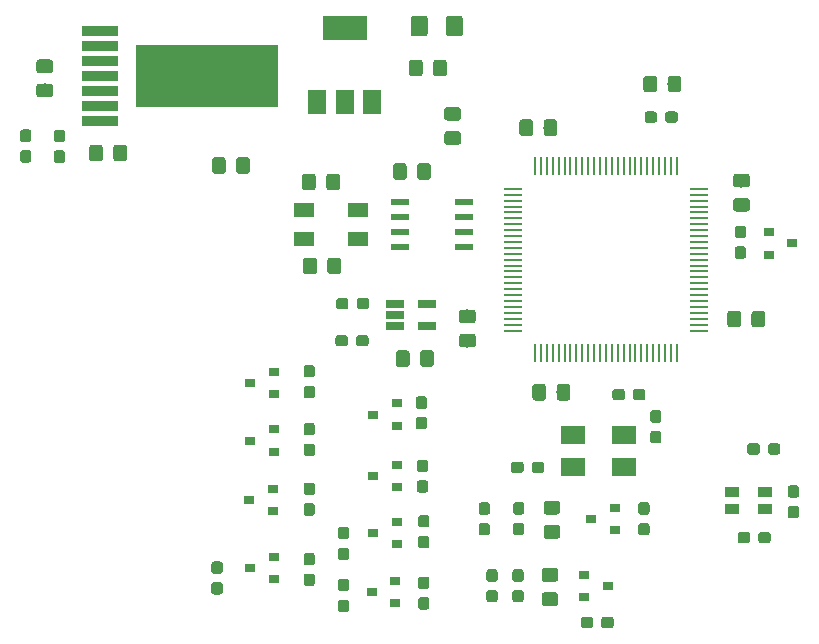
<source format=gbr>
G04 #@! TF.GenerationSoftware,KiCad,Pcbnew,(5.1.2-1)-1*
G04 #@! TF.CreationDate,2019-06-03T10:07:54+02:00*
G04 #@! TF.ProjectId,Dash,44617368-2e6b-4696-9361-645f70636258,rev?*
G04 #@! TF.SameCoordinates,Original*
G04 #@! TF.FileFunction,Paste,Top*
G04 #@! TF.FilePolarity,Positive*
%FSLAX46Y46*%
G04 Gerber Fmt 4.6, Leading zero omitted, Abs format (unit mm)*
G04 Created by KiCad (PCBNEW (5.1.2-1)-1) date 2019-06-03 10:07:54*
%MOMM*%
%LPD*%
G04 APERTURE LIST*
%ADD10R,2.100000X1.500000*%
%ADD11R,1.800000X1.200000*%
%ADD12C,0.100000*%
%ADD13C,0.950000*%
%ADD14R,0.280000X1.500000*%
%ADD15R,1.500000X0.280000*%
%ADD16C,1.425000*%
%ADD17R,0.900000X0.800000*%
%ADD18R,12.000000X5.350000*%
%ADD19R,3.060000X0.890000*%
%ADD20R,1.200000X0.900000*%
%ADD21C,1.150000*%
%ADD22R,1.550000X0.600000*%
%ADD23R,3.800000X2.000000*%
%ADD24R,1.500000X2.000000*%
%ADD25R,1.560000X0.650000*%
G04 APERTURE END LIST*
D10*
X155750000Y-91150000D03*
X160050000Y-91150000D03*
X160050000Y-88450000D03*
X155750000Y-88450000D03*
D11*
X132950000Y-71850000D03*
X132950000Y-69350000D03*
X137500000Y-69350000D03*
X137500000Y-71850000D03*
D12*
G36*
X161660779Y-84526144D02*
G01*
X161683834Y-84529563D01*
X161706443Y-84535227D01*
X161728387Y-84543079D01*
X161749457Y-84553044D01*
X161769448Y-84565026D01*
X161788168Y-84578910D01*
X161805438Y-84594562D01*
X161821090Y-84611832D01*
X161834974Y-84630552D01*
X161846956Y-84650543D01*
X161856921Y-84671613D01*
X161864773Y-84693557D01*
X161870437Y-84716166D01*
X161873856Y-84739221D01*
X161875000Y-84762500D01*
X161875000Y-85237500D01*
X161873856Y-85260779D01*
X161870437Y-85283834D01*
X161864773Y-85306443D01*
X161856921Y-85328387D01*
X161846956Y-85349457D01*
X161834974Y-85369448D01*
X161821090Y-85388168D01*
X161805438Y-85405438D01*
X161788168Y-85421090D01*
X161769448Y-85434974D01*
X161749457Y-85446956D01*
X161728387Y-85456921D01*
X161706443Y-85464773D01*
X161683834Y-85470437D01*
X161660779Y-85473856D01*
X161637500Y-85475000D01*
X161062500Y-85475000D01*
X161039221Y-85473856D01*
X161016166Y-85470437D01*
X160993557Y-85464773D01*
X160971613Y-85456921D01*
X160950543Y-85446956D01*
X160930552Y-85434974D01*
X160911832Y-85421090D01*
X160894562Y-85405438D01*
X160878910Y-85388168D01*
X160865026Y-85369448D01*
X160853044Y-85349457D01*
X160843079Y-85328387D01*
X160835227Y-85306443D01*
X160829563Y-85283834D01*
X160826144Y-85260779D01*
X160825000Y-85237500D01*
X160825000Y-84762500D01*
X160826144Y-84739221D01*
X160829563Y-84716166D01*
X160835227Y-84693557D01*
X160843079Y-84671613D01*
X160853044Y-84650543D01*
X160865026Y-84630552D01*
X160878910Y-84611832D01*
X160894562Y-84594562D01*
X160911832Y-84578910D01*
X160930552Y-84565026D01*
X160950543Y-84553044D01*
X160971613Y-84543079D01*
X160993557Y-84535227D01*
X161016166Y-84529563D01*
X161039221Y-84526144D01*
X161062500Y-84525000D01*
X161637500Y-84525000D01*
X161660779Y-84526144D01*
X161660779Y-84526144D01*
G37*
D13*
X161350000Y-85000000D03*
D12*
G36*
X159910779Y-84526144D02*
G01*
X159933834Y-84529563D01*
X159956443Y-84535227D01*
X159978387Y-84543079D01*
X159999457Y-84553044D01*
X160019448Y-84565026D01*
X160038168Y-84578910D01*
X160055438Y-84594562D01*
X160071090Y-84611832D01*
X160084974Y-84630552D01*
X160096956Y-84650543D01*
X160106921Y-84671613D01*
X160114773Y-84693557D01*
X160120437Y-84716166D01*
X160123856Y-84739221D01*
X160125000Y-84762500D01*
X160125000Y-85237500D01*
X160123856Y-85260779D01*
X160120437Y-85283834D01*
X160114773Y-85306443D01*
X160106921Y-85328387D01*
X160096956Y-85349457D01*
X160084974Y-85369448D01*
X160071090Y-85388168D01*
X160055438Y-85405438D01*
X160038168Y-85421090D01*
X160019448Y-85434974D01*
X159999457Y-85446956D01*
X159978387Y-85456921D01*
X159956443Y-85464773D01*
X159933834Y-85470437D01*
X159910779Y-85473856D01*
X159887500Y-85475000D01*
X159312500Y-85475000D01*
X159289221Y-85473856D01*
X159266166Y-85470437D01*
X159243557Y-85464773D01*
X159221613Y-85456921D01*
X159200543Y-85446956D01*
X159180552Y-85434974D01*
X159161832Y-85421090D01*
X159144562Y-85405438D01*
X159128910Y-85388168D01*
X159115026Y-85369448D01*
X159103044Y-85349457D01*
X159093079Y-85328387D01*
X159085227Y-85306443D01*
X159079563Y-85283834D01*
X159076144Y-85260779D01*
X159075000Y-85237500D01*
X159075000Y-84762500D01*
X159076144Y-84739221D01*
X159079563Y-84716166D01*
X159085227Y-84693557D01*
X159093079Y-84671613D01*
X159103044Y-84650543D01*
X159115026Y-84630552D01*
X159128910Y-84611832D01*
X159144562Y-84594562D01*
X159161832Y-84578910D01*
X159180552Y-84565026D01*
X159200543Y-84553044D01*
X159221613Y-84543079D01*
X159243557Y-84535227D01*
X159266166Y-84529563D01*
X159289221Y-84526144D01*
X159312500Y-84525000D01*
X159887500Y-84525000D01*
X159910779Y-84526144D01*
X159910779Y-84526144D01*
G37*
D13*
X159600000Y-85000000D03*
D14*
X152525001Y-81474999D03*
X153025001Y-81474999D03*
X153525001Y-81474999D03*
X154025001Y-81474999D03*
X154525001Y-81474999D03*
X155025001Y-81474999D03*
X155525001Y-81474999D03*
X156025001Y-81474999D03*
X156525001Y-81474999D03*
X157025001Y-81474999D03*
X157525001Y-81474999D03*
X158025001Y-81474999D03*
X158525001Y-81474999D03*
X159025001Y-81474999D03*
X159525001Y-81474999D03*
X160025001Y-81474999D03*
X160525001Y-81474999D03*
X161025001Y-81474999D03*
X161525001Y-81474999D03*
X162025001Y-81474999D03*
X162525001Y-81474999D03*
X163025001Y-81474999D03*
X163525001Y-81474999D03*
X164025001Y-81474999D03*
X164525001Y-81474999D03*
D15*
X166425001Y-79574999D03*
X166425001Y-79074999D03*
X166425001Y-78574999D03*
X166425001Y-78074999D03*
X166425001Y-77574999D03*
X166425001Y-77074999D03*
X166425001Y-76574999D03*
X166425001Y-76074999D03*
X166425001Y-75574999D03*
X166425001Y-75074999D03*
X166425001Y-74574999D03*
X166425001Y-74074999D03*
X166425001Y-73574999D03*
X166425001Y-73074999D03*
X166425001Y-72574999D03*
X166425001Y-72074999D03*
X166425001Y-71574999D03*
X166425001Y-71074999D03*
X166425001Y-70574999D03*
X166425001Y-70074999D03*
X166425001Y-69574999D03*
X166425001Y-69074999D03*
X166425001Y-68574999D03*
X166425001Y-68074999D03*
X166425001Y-67574999D03*
D14*
X164525001Y-65674999D03*
X164025001Y-65674999D03*
X163525001Y-65674999D03*
X163025001Y-65674999D03*
X162525001Y-65674999D03*
X162025001Y-65674999D03*
X161525001Y-65674999D03*
X161025001Y-65674999D03*
X160525001Y-65674999D03*
X160025001Y-65674999D03*
X159525001Y-65674999D03*
X159025001Y-65674999D03*
X158525001Y-65674999D03*
X158025001Y-65674999D03*
X157525001Y-65674999D03*
X157025001Y-65674999D03*
X156525001Y-65674999D03*
X156025001Y-65674999D03*
X155525001Y-65674999D03*
X155025001Y-65674999D03*
X154525001Y-65674999D03*
X154025001Y-65674999D03*
X153525001Y-65674999D03*
X153025001Y-65674999D03*
X152525001Y-65674999D03*
D15*
X150625001Y-67574999D03*
X150625001Y-68074999D03*
X150625001Y-68574999D03*
X150625001Y-69074999D03*
X150625001Y-69574999D03*
X150625001Y-70074999D03*
X150625001Y-70574999D03*
X150625001Y-71074999D03*
X150625001Y-71574999D03*
X150625001Y-72074999D03*
X150625001Y-72574999D03*
X150625001Y-73074999D03*
X150625001Y-73574999D03*
X150625001Y-74074999D03*
X150625001Y-74574999D03*
X150625001Y-75074999D03*
X150625001Y-75574999D03*
X150625001Y-76074999D03*
X150625001Y-76574999D03*
X150625001Y-77074999D03*
X150625001Y-77574999D03*
X150625001Y-78074999D03*
X150625001Y-78574999D03*
X150625001Y-79074999D03*
X150625001Y-79574999D03*
D12*
G36*
X163010779Y-86326144D02*
G01*
X163033834Y-86329563D01*
X163056443Y-86335227D01*
X163078387Y-86343079D01*
X163099457Y-86353044D01*
X163119448Y-86365026D01*
X163138168Y-86378910D01*
X163155438Y-86394562D01*
X163171090Y-86411832D01*
X163184974Y-86430552D01*
X163196956Y-86450543D01*
X163206921Y-86471613D01*
X163214773Y-86493557D01*
X163220437Y-86516166D01*
X163223856Y-86539221D01*
X163225000Y-86562500D01*
X163225000Y-87137500D01*
X163223856Y-87160779D01*
X163220437Y-87183834D01*
X163214773Y-87206443D01*
X163206921Y-87228387D01*
X163196956Y-87249457D01*
X163184974Y-87269448D01*
X163171090Y-87288168D01*
X163155438Y-87305438D01*
X163138168Y-87321090D01*
X163119448Y-87334974D01*
X163099457Y-87346956D01*
X163078387Y-87356921D01*
X163056443Y-87364773D01*
X163033834Y-87370437D01*
X163010779Y-87373856D01*
X162987500Y-87375000D01*
X162512500Y-87375000D01*
X162489221Y-87373856D01*
X162466166Y-87370437D01*
X162443557Y-87364773D01*
X162421613Y-87356921D01*
X162400543Y-87346956D01*
X162380552Y-87334974D01*
X162361832Y-87321090D01*
X162344562Y-87305438D01*
X162328910Y-87288168D01*
X162315026Y-87269448D01*
X162303044Y-87249457D01*
X162293079Y-87228387D01*
X162285227Y-87206443D01*
X162279563Y-87183834D01*
X162276144Y-87160779D01*
X162275000Y-87137500D01*
X162275000Y-86562500D01*
X162276144Y-86539221D01*
X162279563Y-86516166D01*
X162285227Y-86493557D01*
X162293079Y-86471613D01*
X162303044Y-86450543D01*
X162315026Y-86430552D01*
X162328910Y-86411832D01*
X162344562Y-86394562D01*
X162361832Y-86378910D01*
X162380552Y-86365026D01*
X162400543Y-86353044D01*
X162421613Y-86343079D01*
X162443557Y-86335227D01*
X162466166Y-86329563D01*
X162489221Y-86326144D01*
X162512500Y-86325000D01*
X162987500Y-86325000D01*
X163010779Y-86326144D01*
X163010779Y-86326144D01*
G37*
D13*
X162750000Y-86850000D03*
D12*
G36*
X163010779Y-88076144D02*
G01*
X163033834Y-88079563D01*
X163056443Y-88085227D01*
X163078387Y-88093079D01*
X163099457Y-88103044D01*
X163119448Y-88115026D01*
X163138168Y-88128910D01*
X163155438Y-88144562D01*
X163171090Y-88161832D01*
X163184974Y-88180552D01*
X163196956Y-88200543D01*
X163206921Y-88221613D01*
X163214773Y-88243557D01*
X163220437Y-88266166D01*
X163223856Y-88289221D01*
X163225000Y-88312500D01*
X163225000Y-88887500D01*
X163223856Y-88910779D01*
X163220437Y-88933834D01*
X163214773Y-88956443D01*
X163206921Y-88978387D01*
X163196956Y-88999457D01*
X163184974Y-89019448D01*
X163171090Y-89038168D01*
X163155438Y-89055438D01*
X163138168Y-89071090D01*
X163119448Y-89084974D01*
X163099457Y-89096956D01*
X163078387Y-89106921D01*
X163056443Y-89114773D01*
X163033834Y-89120437D01*
X163010779Y-89123856D01*
X162987500Y-89125000D01*
X162512500Y-89125000D01*
X162489221Y-89123856D01*
X162466166Y-89120437D01*
X162443557Y-89114773D01*
X162421613Y-89106921D01*
X162400543Y-89096956D01*
X162380552Y-89084974D01*
X162361832Y-89071090D01*
X162344562Y-89055438D01*
X162328910Y-89038168D01*
X162315026Y-89019448D01*
X162303044Y-88999457D01*
X162293079Y-88978387D01*
X162285227Y-88956443D01*
X162279563Y-88933834D01*
X162276144Y-88910779D01*
X162275000Y-88887500D01*
X162275000Y-88312500D01*
X162276144Y-88289221D01*
X162279563Y-88266166D01*
X162285227Y-88243557D01*
X162293079Y-88221613D01*
X162303044Y-88200543D01*
X162315026Y-88180552D01*
X162328910Y-88161832D01*
X162344562Y-88144562D01*
X162361832Y-88128910D01*
X162380552Y-88115026D01*
X162400543Y-88103044D01*
X162421613Y-88093079D01*
X162443557Y-88085227D01*
X162466166Y-88079563D01*
X162489221Y-88076144D01*
X162512500Y-88075000D01*
X162987500Y-88075000D01*
X163010779Y-88076144D01*
X163010779Y-88076144D01*
G37*
D13*
X162750000Y-88600000D03*
D12*
G36*
X151335779Y-90676144D02*
G01*
X151358834Y-90679563D01*
X151381443Y-90685227D01*
X151403387Y-90693079D01*
X151424457Y-90703044D01*
X151444448Y-90715026D01*
X151463168Y-90728910D01*
X151480438Y-90744562D01*
X151496090Y-90761832D01*
X151509974Y-90780552D01*
X151521956Y-90800543D01*
X151531921Y-90821613D01*
X151539773Y-90843557D01*
X151545437Y-90866166D01*
X151548856Y-90889221D01*
X151550000Y-90912500D01*
X151550000Y-91387500D01*
X151548856Y-91410779D01*
X151545437Y-91433834D01*
X151539773Y-91456443D01*
X151531921Y-91478387D01*
X151521956Y-91499457D01*
X151509974Y-91519448D01*
X151496090Y-91538168D01*
X151480438Y-91555438D01*
X151463168Y-91571090D01*
X151444448Y-91584974D01*
X151424457Y-91596956D01*
X151403387Y-91606921D01*
X151381443Y-91614773D01*
X151358834Y-91620437D01*
X151335779Y-91623856D01*
X151312500Y-91625000D01*
X150737500Y-91625000D01*
X150714221Y-91623856D01*
X150691166Y-91620437D01*
X150668557Y-91614773D01*
X150646613Y-91606921D01*
X150625543Y-91596956D01*
X150605552Y-91584974D01*
X150586832Y-91571090D01*
X150569562Y-91555438D01*
X150553910Y-91538168D01*
X150540026Y-91519448D01*
X150528044Y-91499457D01*
X150518079Y-91478387D01*
X150510227Y-91456443D01*
X150504563Y-91433834D01*
X150501144Y-91410779D01*
X150500000Y-91387500D01*
X150500000Y-90912500D01*
X150501144Y-90889221D01*
X150504563Y-90866166D01*
X150510227Y-90843557D01*
X150518079Y-90821613D01*
X150528044Y-90800543D01*
X150540026Y-90780552D01*
X150553910Y-90761832D01*
X150569562Y-90744562D01*
X150586832Y-90728910D01*
X150605552Y-90715026D01*
X150625543Y-90703044D01*
X150646613Y-90693079D01*
X150668557Y-90685227D01*
X150691166Y-90679563D01*
X150714221Y-90676144D01*
X150737500Y-90675000D01*
X151312500Y-90675000D01*
X151335779Y-90676144D01*
X151335779Y-90676144D01*
G37*
D13*
X151025000Y-91150000D03*
D12*
G36*
X153085779Y-90676144D02*
G01*
X153108834Y-90679563D01*
X153131443Y-90685227D01*
X153153387Y-90693079D01*
X153174457Y-90703044D01*
X153194448Y-90715026D01*
X153213168Y-90728910D01*
X153230438Y-90744562D01*
X153246090Y-90761832D01*
X153259974Y-90780552D01*
X153271956Y-90800543D01*
X153281921Y-90821613D01*
X153289773Y-90843557D01*
X153295437Y-90866166D01*
X153298856Y-90889221D01*
X153300000Y-90912500D01*
X153300000Y-91387500D01*
X153298856Y-91410779D01*
X153295437Y-91433834D01*
X153289773Y-91456443D01*
X153281921Y-91478387D01*
X153271956Y-91499457D01*
X153259974Y-91519448D01*
X153246090Y-91538168D01*
X153230438Y-91555438D01*
X153213168Y-91571090D01*
X153194448Y-91584974D01*
X153174457Y-91596956D01*
X153153387Y-91606921D01*
X153131443Y-91614773D01*
X153108834Y-91620437D01*
X153085779Y-91623856D01*
X153062500Y-91625000D01*
X152487500Y-91625000D01*
X152464221Y-91623856D01*
X152441166Y-91620437D01*
X152418557Y-91614773D01*
X152396613Y-91606921D01*
X152375543Y-91596956D01*
X152355552Y-91584974D01*
X152336832Y-91571090D01*
X152319562Y-91555438D01*
X152303910Y-91538168D01*
X152290026Y-91519448D01*
X152278044Y-91499457D01*
X152268079Y-91478387D01*
X152260227Y-91456443D01*
X152254563Y-91433834D01*
X152251144Y-91410779D01*
X152250000Y-91387500D01*
X152250000Y-90912500D01*
X152251144Y-90889221D01*
X152254563Y-90866166D01*
X152260227Y-90843557D01*
X152268079Y-90821613D01*
X152278044Y-90800543D01*
X152290026Y-90780552D01*
X152303910Y-90761832D01*
X152319562Y-90744562D01*
X152336832Y-90728910D01*
X152355552Y-90715026D01*
X152375543Y-90703044D01*
X152396613Y-90693079D01*
X152418557Y-90685227D01*
X152441166Y-90679563D01*
X152464221Y-90676144D01*
X152487500Y-90675000D01*
X153062500Y-90675000D01*
X153085779Y-90676144D01*
X153085779Y-90676144D01*
G37*
D13*
X152775000Y-91150000D03*
D12*
G36*
X146174504Y-52926204D02*
G01*
X146198773Y-52929804D01*
X146222571Y-52935765D01*
X146245671Y-52944030D01*
X146267849Y-52954520D01*
X146288893Y-52967133D01*
X146308598Y-52981747D01*
X146326777Y-52998223D01*
X146343253Y-53016402D01*
X146357867Y-53036107D01*
X146370480Y-53057151D01*
X146380970Y-53079329D01*
X146389235Y-53102429D01*
X146395196Y-53126227D01*
X146398796Y-53150496D01*
X146400000Y-53175000D01*
X146400000Y-54425000D01*
X146398796Y-54449504D01*
X146395196Y-54473773D01*
X146389235Y-54497571D01*
X146380970Y-54520671D01*
X146370480Y-54542849D01*
X146357867Y-54563893D01*
X146343253Y-54583598D01*
X146326777Y-54601777D01*
X146308598Y-54618253D01*
X146288893Y-54632867D01*
X146267849Y-54645480D01*
X146245671Y-54655970D01*
X146222571Y-54664235D01*
X146198773Y-54670196D01*
X146174504Y-54673796D01*
X146150000Y-54675000D01*
X145225000Y-54675000D01*
X145200496Y-54673796D01*
X145176227Y-54670196D01*
X145152429Y-54664235D01*
X145129329Y-54655970D01*
X145107151Y-54645480D01*
X145086107Y-54632867D01*
X145066402Y-54618253D01*
X145048223Y-54601777D01*
X145031747Y-54583598D01*
X145017133Y-54563893D01*
X145004520Y-54542849D01*
X144994030Y-54520671D01*
X144985765Y-54497571D01*
X144979804Y-54473773D01*
X144976204Y-54449504D01*
X144975000Y-54425000D01*
X144975000Y-53175000D01*
X144976204Y-53150496D01*
X144979804Y-53126227D01*
X144985765Y-53102429D01*
X144994030Y-53079329D01*
X145004520Y-53057151D01*
X145017133Y-53036107D01*
X145031747Y-53016402D01*
X145048223Y-52998223D01*
X145066402Y-52981747D01*
X145086107Y-52967133D01*
X145107151Y-52954520D01*
X145129329Y-52944030D01*
X145152429Y-52935765D01*
X145176227Y-52929804D01*
X145200496Y-52926204D01*
X145225000Y-52925000D01*
X146150000Y-52925000D01*
X146174504Y-52926204D01*
X146174504Y-52926204D01*
G37*
D16*
X145687500Y-53800000D03*
D12*
G36*
X143199504Y-52926204D02*
G01*
X143223773Y-52929804D01*
X143247571Y-52935765D01*
X143270671Y-52944030D01*
X143292849Y-52954520D01*
X143313893Y-52967133D01*
X143333598Y-52981747D01*
X143351777Y-52998223D01*
X143368253Y-53016402D01*
X143382867Y-53036107D01*
X143395480Y-53057151D01*
X143405970Y-53079329D01*
X143414235Y-53102429D01*
X143420196Y-53126227D01*
X143423796Y-53150496D01*
X143425000Y-53175000D01*
X143425000Y-54425000D01*
X143423796Y-54449504D01*
X143420196Y-54473773D01*
X143414235Y-54497571D01*
X143405970Y-54520671D01*
X143395480Y-54542849D01*
X143382867Y-54563893D01*
X143368253Y-54583598D01*
X143351777Y-54601777D01*
X143333598Y-54618253D01*
X143313893Y-54632867D01*
X143292849Y-54645480D01*
X143270671Y-54655970D01*
X143247571Y-54664235D01*
X143223773Y-54670196D01*
X143199504Y-54673796D01*
X143175000Y-54675000D01*
X142250000Y-54675000D01*
X142225496Y-54673796D01*
X142201227Y-54670196D01*
X142177429Y-54664235D01*
X142154329Y-54655970D01*
X142132151Y-54645480D01*
X142111107Y-54632867D01*
X142091402Y-54618253D01*
X142073223Y-54601777D01*
X142056747Y-54583598D01*
X142042133Y-54563893D01*
X142029520Y-54542849D01*
X142019030Y-54520671D01*
X142010765Y-54497571D01*
X142004804Y-54473773D01*
X142001204Y-54449504D01*
X142000000Y-54425000D01*
X142000000Y-53175000D01*
X142001204Y-53150496D01*
X142004804Y-53126227D01*
X142010765Y-53102429D01*
X142019030Y-53079329D01*
X142029520Y-53057151D01*
X142042133Y-53036107D01*
X142056747Y-53016402D01*
X142073223Y-52998223D01*
X142091402Y-52981747D01*
X142111107Y-52967133D01*
X142132151Y-52954520D01*
X142154329Y-52944030D01*
X142177429Y-52935765D01*
X142201227Y-52929804D01*
X142225496Y-52926204D01*
X142250000Y-52925000D01*
X143175000Y-52925000D01*
X143199504Y-52926204D01*
X143199504Y-52926204D01*
G37*
D16*
X142712500Y-53800000D03*
D12*
G36*
X136560779Y-100601144D02*
G01*
X136583834Y-100604563D01*
X136606443Y-100610227D01*
X136628387Y-100618079D01*
X136649457Y-100628044D01*
X136669448Y-100640026D01*
X136688168Y-100653910D01*
X136705438Y-100669562D01*
X136721090Y-100686832D01*
X136734974Y-100705552D01*
X136746956Y-100725543D01*
X136756921Y-100746613D01*
X136764773Y-100768557D01*
X136770437Y-100791166D01*
X136773856Y-100814221D01*
X136775000Y-100837500D01*
X136775000Y-101412500D01*
X136773856Y-101435779D01*
X136770437Y-101458834D01*
X136764773Y-101481443D01*
X136756921Y-101503387D01*
X136746956Y-101524457D01*
X136734974Y-101544448D01*
X136721090Y-101563168D01*
X136705438Y-101580438D01*
X136688168Y-101596090D01*
X136669448Y-101609974D01*
X136649457Y-101621956D01*
X136628387Y-101631921D01*
X136606443Y-101639773D01*
X136583834Y-101645437D01*
X136560779Y-101648856D01*
X136537500Y-101650000D01*
X136062500Y-101650000D01*
X136039221Y-101648856D01*
X136016166Y-101645437D01*
X135993557Y-101639773D01*
X135971613Y-101631921D01*
X135950543Y-101621956D01*
X135930552Y-101609974D01*
X135911832Y-101596090D01*
X135894562Y-101580438D01*
X135878910Y-101563168D01*
X135865026Y-101544448D01*
X135853044Y-101524457D01*
X135843079Y-101503387D01*
X135835227Y-101481443D01*
X135829563Y-101458834D01*
X135826144Y-101435779D01*
X135825000Y-101412500D01*
X135825000Y-100837500D01*
X135826144Y-100814221D01*
X135829563Y-100791166D01*
X135835227Y-100768557D01*
X135843079Y-100746613D01*
X135853044Y-100725543D01*
X135865026Y-100705552D01*
X135878910Y-100686832D01*
X135894562Y-100669562D01*
X135911832Y-100653910D01*
X135930552Y-100640026D01*
X135950543Y-100628044D01*
X135971613Y-100618079D01*
X135993557Y-100610227D01*
X136016166Y-100604563D01*
X136039221Y-100601144D01*
X136062500Y-100600000D01*
X136537500Y-100600000D01*
X136560779Y-100601144D01*
X136560779Y-100601144D01*
G37*
D13*
X136300000Y-101125000D03*
D12*
G36*
X136560779Y-102351144D02*
G01*
X136583834Y-102354563D01*
X136606443Y-102360227D01*
X136628387Y-102368079D01*
X136649457Y-102378044D01*
X136669448Y-102390026D01*
X136688168Y-102403910D01*
X136705438Y-102419562D01*
X136721090Y-102436832D01*
X136734974Y-102455552D01*
X136746956Y-102475543D01*
X136756921Y-102496613D01*
X136764773Y-102518557D01*
X136770437Y-102541166D01*
X136773856Y-102564221D01*
X136775000Y-102587500D01*
X136775000Y-103162500D01*
X136773856Y-103185779D01*
X136770437Y-103208834D01*
X136764773Y-103231443D01*
X136756921Y-103253387D01*
X136746956Y-103274457D01*
X136734974Y-103294448D01*
X136721090Y-103313168D01*
X136705438Y-103330438D01*
X136688168Y-103346090D01*
X136669448Y-103359974D01*
X136649457Y-103371956D01*
X136628387Y-103381921D01*
X136606443Y-103389773D01*
X136583834Y-103395437D01*
X136560779Y-103398856D01*
X136537500Y-103400000D01*
X136062500Y-103400000D01*
X136039221Y-103398856D01*
X136016166Y-103395437D01*
X135993557Y-103389773D01*
X135971613Y-103381921D01*
X135950543Y-103371956D01*
X135930552Y-103359974D01*
X135911832Y-103346090D01*
X135894562Y-103330438D01*
X135878910Y-103313168D01*
X135865026Y-103294448D01*
X135853044Y-103274457D01*
X135843079Y-103253387D01*
X135835227Y-103231443D01*
X135829563Y-103208834D01*
X135826144Y-103185779D01*
X135825000Y-103162500D01*
X135825000Y-102587500D01*
X135826144Y-102564221D01*
X135829563Y-102541166D01*
X135835227Y-102518557D01*
X135843079Y-102496613D01*
X135853044Y-102475543D01*
X135865026Y-102455552D01*
X135878910Y-102436832D01*
X135894562Y-102419562D01*
X135911832Y-102403910D01*
X135930552Y-102390026D01*
X135950543Y-102378044D01*
X135971613Y-102368079D01*
X135993557Y-102360227D01*
X136016166Y-102354563D01*
X136039221Y-102351144D01*
X136062500Y-102350000D01*
X136537500Y-102350000D01*
X136560779Y-102351144D01*
X136560779Y-102351144D01*
G37*
D13*
X136300000Y-102875000D03*
D17*
X157300000Y-95550000D03*
X159300000Y-94600000D03*
X159300000Y-96500000D03*
X158680000Y-101190000D03*
X156680000Y-102140000D03*
X156680000Y-100240000D03*
X174300000Y-72200000D03*
X172300000Y-73150000D03*
X172300000Y-71250000D03*
X138700000Y-101700000D03*
X140700000Y-100750000D03*
X140700000Y-102650000D03*
X128400000Y-99700000D03*
X130400000Y-98750000D03*
X130400000Y-100650000D03*
X138800000Y-96700000D03*
X140800000Y-95750000D03*
X140800000Y-97650000D03*
X128400000Y-88900000D03*
X130400000Y-87950000D03*
X130400000Y-89850000D03*
X138800000Y-86700000D03*
X140800000Y-85750000D03*
X140800000Y-87650000D03*
X138800000Y-91900000D03*
X140800000Y-90950000D03*
X140800000Y-92850000D03*
X128400000Y-84000000D03*
X130400000Y-83050000D03*
X130400000Y-84950000D03*
X128300000Y-93900000D03*
X130300000Y-92950000D03*
X130300000Y-94850000D03*
D12*
G36*
X125860779Y-100876144D02*
G01*
X125883834Y-100879563D01*
X125906443Y-100885227D01*
X125928387Y-100893079D01*
X125949457Y-100903044D01*
X125969448Y-100915026D01*
X125988168Y-100928910D01*
X126005438Y-100944562D01*
X126021090Y-100961832D01*
X126034974Y-100980552D01*
X126046956Y-101000543D01*
X126056921Y-101021613D01*
X126064773Y-101043557D01*
X126070437Y-101066166D01*
X126073856Y-101089221D01*
X126075000Y-101112500D01*
X126075000Y-101687500D01*
X126073856Y-101710779D01*
X126070437Y-101733834D01*
X126064773Y-101756443D01*
X126056921Y-101778387D01*
X126046956Y-101799457D01*
X126034974Y-101819448D01*
X126021090Y-101838168D01*
X126005438Y-101855438D01*
X125988168Y-101871090D01*
X125969448Y-101884974D01*
X125949457Y-101896956D01*
X125928387Y-101906921D01*
X125906443Y-101914773D01*
X125883834Y-101920437D01*
X125860779Y-101923856D01*
X125837500Y-101925000D01*
X125362500Y-101925000D01*
X125339221Y-101923856D01*
X125316166Y-101920437D01*
X125293557Y-101914773D01*
X125271613Y-101906921D01*
X125250543Y-101896956D01*
X125230552Y-101884974D01*
X125211832Y-101871090D01*
X125194562Y-101855438D01*
X125178910Y-101838168D01*
X125165026Y-101819448D01*
X125153044Y-101799457D01*
X125143079Y-101778387D01*
X125135227Y-101756443D01*
X125129563Y-101733834D01*
X125126144Y-101710779D01*
X125125000Y-101687500D01*
X125125000Y-101112500D01*
X125126144Y-101089221D01*
X125129563Y-101066166D01*
X125135227Y-101043557D01*
X125143079Y-101021613D01*
X125153044Y-101000543D01*
X125165026Y-100980552D01*
X125178910Y-100961832D01*
X125194562Y-100944562D01*
X125211832Y-100928910D01*
X125230552Y-100915026D01*
X125250543Y-100903044D01*
X125271613Y-100893079D01*
X125293557Y-100885227D01*
X125316166Y-100879563D01*
X125339221Y-100876144D01*
X125362500Y-100875000D01*
X125837500Y-100875000D01*
X125860779Y-100876144D01*
X125860779Y-100876144D01*
G37*
D13*
X125600000Y-101400000D03*
D12*
G36*
X125860779Y-99126144D02*
G01*
X125883834Y-99129563D01*
X125906443Y-99135227D01*
X125928387Y-99143079D01*
X125949457Y-99153044D01*
X125969448Y-99165026D01*
X125988168Y-99178910D01*
X126005438Y-99194562D01*
X126021090Y-99211832D01*
X126034974Y-99230552D01*
X126046956Y-99250543D01*
X126056921Y-99271613D01*
X126064773Y-99293557D01*
X126070437Y-99316166D01*
X126073856Y-99339221D01*
X126075000Y-99362500D01*
X126075000Y-99937500D01*
X126073856Y-99960779D01*
X126070437Y-99983834D01*
X126064773Y-100006443D01*
X126056921Y-100028387D01*
X126046956Y-100049457D01*
X126034974Y-100069448D01*
X126021090Y-100088168D01*
X126005438Y-100105438D01*
X125988168Y-100121090D01*
X125969448Y-100134974D01*
X125949457Y-100146956D01*
X125928387Y-100156921D01*
X125906443Y-100164773D01*
X125883834Y-100170437D01*
X125860779Y-100173856D01*
X125837500Y-100175000D01*
X125362500Y-100175000D01*
X125339221Y-100173856D01*
X125316166Y-100170437D01*
X125293557Y-100164773D01*
X125271613Y-100156921D01*
X125250543Y-100146956D01*
X125230552Y-100134974D01*
X125211832Y-100121090D01*
X125194562Y-100105438D01*
X125178910Y-100088168D01*
X125165026Y-100069448D01*
X125153044Y-100049457D01*
X125143079Y-100028387D01*
X125135227Y-100006443D01*
X125129563Y-99983834D01*
X125126144Y-99960779D01*
X125125000Y-99937500D01*
X125125000Y-99362500D01*
X125126144Y-99339221D01*
X125129563Y-99316166D01*
X125135227Y-99293557D01*
X125143079Y-99271613D01*
X125153044Y-99250543D01*
X125165026Y-99230552D01*
X125178910Y-99211832D01*
X125194562Y-99194562D01*
X125211832Y-99178910D01*
X125230552Y-99165026D01*
X125250543Y-99153044D01*
X125271613Y-99143079D01*
X125293557Y-99135227D01*
X125316166Y-99129563D01*
X125339221Y-99126144D01*
X125362500Y-99125000D01*
X125837500Y-99125000D01*
X125860779Y-99126144D01*
X125860779Y-99126144D01*
G37*
D13*
X125600000Y-99650000D03*
D12*
G36*
X136560779Y-97951144D02*
G01*
X136583834Y-97954563D01*
X136606443Y-97960227D01*
X136628387Y-97968079D01*
X136649457Y-97978044D01*
X136669448Y-97990026D01*
X136688168Y-98003910D01*
X136705438Y-98019562D01*
X136721090Y-98036832D01*
X136734974Y-98055552D01*
X136746956Y-98075543D01*
X136756921Y-98096613D01*
X136764773Y-98118557D01*
X136770437Y-98141166D01*
X136773856Y-98164221D01*
X136775000Y-98187500D01*
X136775000Y-98762500D01*
X136773856Y-98785779D01*
X136770437Y-98808834D01*
X136764773Y-98831443D01*
X136756921Y-98853387D01*
X136746956Y-98874457D01*
X136734974Y-98894448D01*
X136721090Y-98913168D01*
X136705438Y-98930438D01*
X136688168Y-98946090D01*
X136669448Y-98959974D01*
X136649457Y-98971956D01*
X136628387Y-98981921D01*
X136606443Y-98989773D01*
X136583834Y-98995437D01*
X136560779Y-98998856D01*
X136537500Y-99000000D01*
X136062500Y-99000000D01*
X136039221Y-98998856D01*
X136016166Y-98995437D01*
X135993557Y-98989773D01*
X135971613Y-98981921D01*
X135950543Y-98971956D01*
X135930552Y-98959974D01*
X135911832Y-98946090D01*
X135894562Y-98930438D01*
X135878910Y-98913168D01*
X135865026Y-98894448D01*
X135853044Y-98874457D01*
X135843079Y-98853387D01*
X135835227Y-98831443D01*
X135829563Y-98808834D01*
X135826144Y-98785779D01*
X135825000Y-98762500D01*
X135825000Y-98187500D01*
X135826144Y-98164221D01*
X135829563Y-98141166D01*
X135835227Y-98118557D01*
X135843079Y-98096613D01*
X135853044Y-98075543D01*
X135865026Y-98055552D01*
X135878910Y-98036832D01*
X135894562Y-98019562D01*
X135911832Y-98003910D01*
X135930552Y-97990026D01*
X135950543Y-97978044D01*
X135971613Y-97968079D01*
X135993557Y-97960227D01*
X136016166Y-97954563D01*
X136039221Y-97951144D01*
X136062500Y-97950000D01*
X136537500Y-97950000D01*
X136560779Y-97951144D01*
X136560779Y-97951144D01*
G37*
D13*
X136300000Y-98475000D03*
D12*
G36*
X136560779Y-96201144D02*
G01*
X136583834Y-96204563D01*
X136606443Y-96210227D01*
X136628387Y-96218079D01*
X136649457Y-96228044D01*
X136669448Y-96240026D01*
X136688168Y-96253910D01*
X136705438Y-96269562D01*
X136721090Y-96286832D01*
X136734974Y-96305552D01*
X136746956Y-96325543D01*
X136756921Y-96346613D01*
X136764773Y-96368557D01*
X136770437Y-96391166D01*
X136773856Y-96414221D01*
X136775000Y-96437500D01*
X136775000Y-97012500D01*
X136773856Y-97035779D01*
X136770437Y-97058834D01*
X136764773Y-97081443D01*
X136756921Y-97103387D01*
X136746956Y-97124457D01*
X136734974Y-97144448D01*
X136721090Y-97163168D01*
X136705438Y-97180438D01*
X136688168Y-97196090D01*
X136669448Y-97209974D01*
X136649457Y-97221956D01*
X136628387Y-97231921D01*
X136606443Y-97239773D01*
X136583834Y-97245437D01*
X136560779Y-97248856D01*
X136537500Y-97250000D01*
X136062500Y-97250000D01*
X136039221Y-97248856D01*
X136016166Y-97245437D01*
X135993557Y-97239773D01*
X135971613Y-97231921D01*
X135950543Y-97221956D01*
X135930552Y-97209974D01*
X135911832Y-97196090D01*
X135894562Y-97180438D01*
X135878910Y-97163168D01*
X135865026Y-97144448D01*
X135853044Y-97124457D01*
X135843079Y-97103387D01*
X135835227Y-97081443D01*
X135829563Y-97058834D01*
X135826144Y-97035779D01*
X135825000Y-97012500D01*
X135825000Y-96437500D01*
X135826144Y-96414221D01*
X135829563Y-96391166D01*
X135835227Y-96368557D01*
X135843079Y-96346613D01*
X135853044Y-96325543D01*
X135865026Y-96305552D01*
X135878910Y-96286832D01*
X135894562Y-96269562D01*
X135911832Y-96253910D01*
X135930552Y-96240026D01*
X135950543Y-96228044D01*
X135971613Y-96218079D01*
X135993557Y-96210227D01*
X136016166Y-96204563D01*
X136039221Y-96201144D01*
X136062500Y-96200000D01*
X136537500Y-96200000D01*
X136560779Y-96201144D01*
X136560779Y-96201144D01*
G37*
D13*
X136300000Y-96725000D03*
D18*
X124750000Y-58000000D03*
D19*
X115695000Y-58000000D03*
X115695000Y-59270000D03*
X115695000Y-60540000D03*
X115695000Y-61810000D03*
X115695000Y-56730000D03*
X115695000Y-55460000D03*
X115695000Y-54190000D03*
D20*
X172000000Y-94700000D03*
X172000000Y-93250000D03*
X169200000Y-93250000D03*
X169200000Y-94700000D03*
D12*
G36*
X164674505Y-58001204D02*
G01*
X164698773Y-58004804D01*
X164722572Y-58010765D01*
X164745671Y-58019030D01*
X164767850Y-58029520D01*
X164788893Y-58042132D01*
X164808599Y-58056747D01*
X164826777Y-58073223D01*
X164843253Y-58091401D01*
X164857868Y-58111107D01*
X164870480Y-58132150D01*
X164880970Y-58154329D01*
X164889235Y-58177428D01*
X164895196Y-58201227D01*
X164898796Y-58225495D01*
X164900000Y-58249999D01*
X164900000Y-59150001D01*
X164898796Y-59174505D01*
X164895196Y-59198773D01*
X164889235Y-59222572D01*
X164880970Y-59245671D01*
X164870480Y-59267850D01*
X164857868Y-59288893D01*
X164843253Y-59308599D01*
X164826777Y-59326777D01*
X164808599Y-59343253D01*
X164788893Y-59357868D01*
X164767850Y-59370480D01*
X164745671Y-59380970D01*
X164722572Y-59389235D01*
X164698773Y-59395196D01*
X164674505Y-59398796D01*
X164650001Y-59400000D01*
X163999999Y-59400000D01*
X163975495Y-59398796D01*
X163951227Y-59395196D01*
X163927428Y-59389235D01*
X163904329Y-59380970D01*
X163882150Y-59370480D01*
X163861107Y-59357868D01*
X163841401Y-59343253D01*
X163823223Y-59326777D01*
X163806747Y-59308599D01*
X163792132Y-59288893D01*
X163779520Y-59267850D01*
X163769030Y-59245671D01*
X163760765Y-59222572D01*
X163754804Y-59198773D01*
X163751204Y-59174505D01*
X163750000Y-59150001D01*
X163750000Y-58249999D01*
X163751204Y-58225495D01*
X163754804Y-58201227D01*
X163760765Y-58177428D01*
X163769030Y-58154329D01*
X163779520Y-58132150D01*
X163792132Y-58111107D01*
X163806747Y-58091401D01*
X163823223Y-58073223D01*
X163841401Y-58056747D01*
X163861107Y-58042132D01*
X163882150Y-58029520D01*
X163904329Y-58019030D01*
X163927428Y-58010765D01*
X163951227Y-58004804D01*
X163975495Y-58001204D01*
X163999999Y-58000000D01*
X164650001Y-58000000D01*
X164674505Y-58001204D01*
X164674505Y-58001204D01*
G37*
D21*
X164325000Y-58700000D03*
D12*
G36*
X162624505Y-58001204D02*
G01*
X162648773Y-58004804D01*
X162672572Y-58010765D01*
X162695671Y-58019030D01*
X162717850Y-58029520D01*
X162738893Y-58042132D01*
X162758599Y-58056747D01*
X162776777Y-58073223D01*
X162793253Y-58091401D01*
X162807868Y-58111107D01*
X162820480Y-58132150D01*
X162830970Y-58154329D01*
X162839235Y-58177428D01*
X162845196Y-58201227D01*
X162848796Y-58225495D01*
X162850000Y-58249999D01*
X162850000Y-59150001D01*
X162848796Y-59174505D01*
X162845196Y-59198773D01*
X162839235Y-59222572D01*
X162830970Y-59245671D01*
X162820480Y-59267850D01*
X162807868Y-59288893D01*
X162793253Y-59308599D01*
X162776777Y-59326777D01*
X162758599Y-59343253D01*
X162738893Y-59357868D01*
X162717850Y-59370480D01*
X162695671Y-59380970D01*
X162672572Y-59389235D01*
X162648773Y-59395196D01*
X162624505Y-59398796D01*
X162600001Y-59400000D01*
X161949999Y-59400000D01*
X161925495Y-59398796D01*
X161901227Y-59395196D01*
X161877428Y-59389235D01*
X161854329Y-59380970D01*
X161832150Y-59370480D01*
X161811107Y-59357868D01*
X161791401Y-59343253D01*
X161773223Y-59326777D01*
X161756747Y-59308599D01*
X161742132Y-59288893D01*
X161729520Y-59267850D01*
X161719030Y-59245671D01*
X161710765Y-59222572D01*
X161704804Y-59198773D01*
X161701204Y-59174505D01*
X161700000Y-59150001D01*
X161700000Y-58249999D01*
X161701204Y-58225495D01*
X161704804Y-58201227D01*
X161710765Y-58177428D01*
X161719030Y-58154329D01*
X161729520Y-58132150D01*
X161742132Y-58111107D01*
X161756747Y-58091401D01*
X161773223Y-58073223D01*
X161791401Y-58056747D01*
X161811107Y-58042132D01*
X161832150Y-58029520D01*
X161854329Y-58019030D01*
X161877428Y-58010765D01*
X161901227Y-58004804D01*
X161925495Y-58001204D01*
X161949999Y-58000000D01*
X162600001Y-58000000D01*
X162624505Y-58001204D01*
X162624505Y-58001204D01*
G37*
D21*
X162275000Y-58700000D03*
D12*
G36*
X141424505Y-65401204D02*
G01*
X141448773Y-65404804D01*
X141472572Y-65410765D01*
X141495671Y-65419030D01*
X141517850Y-65429520D01*
X141538893Y-65442132D01*
X141558599Y-65456747D01*
X141576777Y-65473223D01*
X141593253Y-65491401D01*
X141607868Y-65511107D01*
X141620480Y-65532150D01*
X141630970Y-65554329D01*
X141639235Y-65577428D01*
X141645196Y-65601227D01*
X141648796Y-65625495D01*
X141650000Y-65649999D01*
X141650000Y-66550001D01*
X141648796Y-66574505D01*
X141645196Y-66598773D01*
X141639235Y-66622572D01*
X141630970Y-66645671D01*
X141620480Y-66667850D01*
X141607868Y-66688893D01*
X141593253Y-66708599D01*
X141576777Y-66726777D01*
X141558599Y-66743253D01*
X141538893Y-66757868D01*
X141517850Y-66770480D01*
X141495671Y-66780970D01*
X141472572Y-66789235D01*
X141448773Y-66795196D01*
X141424505Y-66798796D01*
X141400001Y-66800000D01*
X140749999Y-66800000D01*
X140725495Y-66798796D01*
X140701227Y-66795196D01*
X140677428Y-66789235D01*
X140654329Y-66780970D01*
X140632150Y-66770480D01*
X140611107Y-66757868D01*
X140591401Y-66743253D01*
X140573223Y-66726777D01*
X140556747Y-66708599D01*
X140542132Y-66688893D01*
X140529520Y-66667850D01*
X140519030Y-66645671D01*
X140510765Y-66622572D01*
X140504804Y-66598773D01*
X140501204Y-66574505D01*
X140500000Y-66550001D01*
X140500000Y-65649999D01*
X140501204Y-65625495D01*
X140504804Y-65601227D01*
X140510765Y-65577428D01*
X140519030Y-65554329D01*
X140529520Y-65532150D01*
X140542132Y-65511107D01*
X140556747Y-65491401D01*
X140573223Y-65473223D01*
X140591401Y-65456747D01*
X140611107Y-65442132D01*
X140632150Y-65429520D01*
X140654329Y-65419030D01*
X140677428Y-65410765D01*
X140701227Y-65404804D01*
X140725495Y-65401204D01*
X140749999Y-65400000D01*
X141400001Y-65400000D01*
X141424505Y-65401204D01*
X141424505Y-65401204D01*
G37*
D21*
X141075000Y-66100000D03*
D12*
G36*
X143474505Y-65401204D02*
G01*
X143498773Y-65404804D01*
X143522572Y-65410765D01*
X143545671Y-65419030D01*
X143567850Y-65429520D01*
X143588893Y-65442132D01*
X143608599Y-65456747D01*
X143626777Y-65473223D01*
X143643253Y-65491401D01*
X143657868Y-65511107D01*
X143670480Y-65532150D01*
X143680970Y-65554329D01*
X143689235Y-65577428D01*
X143695196Y-65601227D01*
X143698796Y-65625495D01*
X143700000Y-65649999D01*
X143700000Y-66550001D01*
X143698796Y-66574505D01*
X143695196Y-66598773D01*
X143689235Y-66622572D01*
X143680970Y-66645671D01*
X143670480Y-66667850D01*
X143657868Y-66688893D01*
X143643253Y-66708599D01*
X143626777Y-66726777D01*
X143608599Y-66743253D01*
X143588893Y-66757868D01*
X143567850Y-66770480D01*
X143545671Y-66780970D01*
X143522572Y-66789235D01*
X143498773Y-66795196D01*
X143474505Y-66798796D01*
X143450001Y-66800000D01*
X142799999Y-66800000D01*
X142775495Y-66798796D01*
X142751227Y-66795196D01*
X142727428Y-66789235D01*
X142704329Y-66780970D01*
X142682150Y-66770480D01*
X142661107Y-66757868D01*
X142641401Y-66743253D01*
X142623223Y-66726777D01*
X142606747Y-66708599D01*
X142592132Y-66688893D01*
X142579520Y-66667850D01*
X142569030Y-66645671D01*
X142560765Y-66622572D01*
X142554804Y-66598773D01*
X142551204Y-66574505D01*
X142550000Y-66550001D01*
X142550000Y-65649999D01*
X142551204Y-65625495D01*
X142554804Y-65601227D01*
X142560765Y-65577428D01*
X142569030Y-65554329D01*
X142579520Y-65532150D01*
X142592132Y-65511107D01*
X142606747Y-65491401D01*
X142623223Y-65473223D01*
X142641401Y-65456747D01*
X142661107Y-65442132D01*
X142682150Y-65429520D01*
X142704329Y-65419030D01*
X142727428Y-65410765D01*
X142751227Y-65404804D01*
X142775495Y-65401204D01*
X142799999Y-65400000D01*
X143450001Y-65400000D01*
X143474505Y-65401204D01*
X143474505Y-65401204D01*
G37*
D21*
X143125000Y-66100000D03*
D12*
G36*
X154424505Y-96051204D02*
G01*
X154448773Y-96054804D01*
X154472572Y-96060765D01*
X154495671Y-96069030D01*
X154517850Y-96079520D01*
X154538893Y-96092132D01*
X154558599Y-96106747D01*
X154576777Y-96123223D01*
X154593253Y-96141401D01*
X154607868Y-96161107D01*
X154620480Y-96182150D01*
X154630970Y-96204329D01*
X154639235Y-96227428D01*
X154645196Y-96251227D01*
X154648796Y-96275495D01*
X154650000Y-96299999D01*
X154650000Y-96950001D01*
X154648796Y-96974505D01*
X154645196Y-96998773D01*
X154639235Y-97022572D01*
X154630970Y-97045671D01*
X154620480Y-97067850D01*
X154607868Y-97088893D01*
X154593253Y-97108599D01*
X154576777Y-97126777D01*
X154558599Y-97143253D01*
X154538893Y-97157868D01*
X154517850Y-97170480D01*
X154495671Y-97180970D01*
X154472572Y-97189235D01*
X154448773Y-97195196D01*
X154424505Y-97198796D01*
X154400001Y-97200000D01*
X153499999Y-97200000D01*
X153475495Y-97198796D01*
X153451227Y-97195196D01*
X153427428Y-97189235D01*
X153404329Y-97180970D01*
X153382150Y-97170480D01*
X153361107Y-97157868D01*
X153341401Y-97143253D01*
X153323223Y-97126777D01*
X153306747Y-97108599D01*
X153292132Y-97088893D01*
X153279520Y-97067850D01*
X153269030Y-97045671D01*
X153260765Y-97022572D01*
X153254804Y-96998773D01*
X153251204Y-96974505D01*
X153250000Y-96950001D01*
X153250000Y-96299999D01*
X153251204Y-96275495D01*
X153254804Y-96251227D01*
X153260765Y-96227428D01*
X153269030Y-96204329D01*
X153279520Y-96182150D01*
X153292132Y-96161107D01*
X153306747Y-96141401D01*
X153323223Y-96123223D01*
X153341401Y-96106747D01*
X153361107Y-96092132D01*
X153382150Y-96079520D01*
X153404329Y-96069030D01*
X153427428Y-96060765D01*
X153451227Y-96054804D01*
X153475495Y-96051204D01*
X153499999Y-96050000D01*
X154400001Y-96050000D01*
X154424505Y-96051204D01*
X154424505Y-96051204D01*
G37*
D21*
X153950000Y-96625000D03*
D12*
G36*
X154424505Y-94001204D02*
G01*
X154448773Y-94004804D01*
X154472572Y-94010765D01*
X154495671Y-94019030D01*
X154517850Y-94029520D01*
X154538893Y-94042132D01*
X154558599Y-94056747D01*
X154576777Y-94073223D01*
X154593253Y-94091401D01*
X154607868Y-94111107D01*
X154620480Y-94132150D01*
X154630970Y-94154329D01*
X154639235Y-94177428D01*
X154645196Y-94201227D01*
X154648796Y-94225495D01*
X154650000Y-94249999D01*
X154650000Y-94900001D01*
X154648796Y-94924505D01*
X154645196Y-94948773D01*
X154639235Y-94972572D01*
X154630970Y-94995671D01*
X154620480Y-95017850D01*
X154607868Y-95038893D01*
X154593253Y-95058599D01*
X154576777Y-95076777D01*
X154558599Y-95093253D01*
X154538893Y-95107868D01*
X154517850Y-95120480D01*
X154495671Y-95130970D01*
X154472572Y-95139235D01*
X154448773Y-95145196D01*
X154424505Y-95148796D01*
X154400001Y-95150000D01*
X153499999Y-95150000D01*
X153475495Y-95148796D01*
X153451227Y-95145196D01*
X153427428Y-95139235D01*
X153404329Y-95130970D01*
X153382150Y-95120480D01*
X153361107Y-95107868D01*
X153341401Y-95093253D01*
X153323223Y-95076777D01*
X153306747Y-95058599D01*
X153292132Y-95038893D01*
X153279520Y-95017850D01*
X153269030Y-94995671D01*
X153260765Y-94972572D01*
X153254804Y-94948773D01*
X153251204Y-94924505D01*
X153250000Y-94900001D01*
X153250000Y-94249999D01*
X153251204Y-94225495D01*
X153254804Y-94201227D01*
X153260765Y-94177428D01*
X153269030Y-94154329D01*
X153279520Y-94132150D01*
X153292132Y-94111107D01*
X153306747Y-94091401D01*
X153323223Y-94073223D01*
X153341401Y-94056747D01*
X153361107Y-94042132D01*
X153382150Y-94029520D01*
X153404329Y-94019030D01*
X153427428Y-94010765D01*
X153451227Y-94004804D01*
X153475495Y-94001204D01*
X153499999Y-94000000D01*
X154400001Y-94000000D01*
X154424505Y-94001204D01*
X154424505Y-94001204D01*
G37*
D21*
X153950000Y-94575000D03*
D12*
G36*
X111474505Y-56626204D02*
G01*
X111498773Y-56629804D01*
X111522572Y-56635765D01*
X111545671Y-56644030D01*
X111567850Y-56654520D01*
X111588893Y-56667132D01*
X111608599Y-56681747D01*
X111626777Y-56698223D01*
X111643253Y-56716401D01*
X111657868Y-56736107D01*
X111670480Y-56757150D01*
X111680970Y-56779329D01*
X111689235Y-56802428D01*
X111695196Y-56826227D01*
X111698796Y-56850495D01*
X111700000Y-56874999D01*
X111700000Y-57525001D01*
X111698796Y-57549505D01*
X111695196Y-57573773D01*
X111689235Y-57597572D01*
X111680970Y-57620671D01*
X111670480Y-57642850D01*
X111657868Y-57663893D01*
X111643253Y-57683599D01*
X111626777Y-57701777D01*
X111608599Y-57718253D01*
X111588893Y-57732868D01*
X111567850Y-57745480D01*
X111545671Y-57755970D01*
X111522572Y-57764235D01*
X111498773Y-57770196D01*
X111474505Y-57773796D01*
X111450001Y-57775000D01*
X110549999Y-57775000D01*
X110525495Y-57773796D01*
X110501227Y-57770196D01*
X110477428Y-57764235D01*
X110454329Y-57755970D01*
X110432150Y-57745480D01*
X110411107Y-57732868D01*
X110391401Y-57718253D01*
X110373223Y-57701777D01*
X110356747Y-57683599D01*
X110342132Y-57663893D01*
X110329520Y-57642850D01*
X110319030Y-57620671D01*
X110310765Y-57597572D01*
X110304804Y-57573773D01*
X110301204Y-57549505D01*
X110300000Y-57525001D01*
X110300000Y-56874999D01*
X110301204Y-56850495D01*
X110304804Y-56826227D01*
X110310765Y-56802428D01*
X110319030Y-56779329D01*
X110329520Y-56757150D01*
X110342132Y-56736107D01*
X110356747Y-56716401D01*
X110373223Y-56698223D01*
X110391401Y-56681747D01*
X110411107Y-56667132D01*
X110432150Y-56654520D01*
X110454329Y-56644030D01*
X110477428Y-56635765D01*
X110501227Y-56629804D01*
X110525495Y-56626204D01*
X110549999Y-56625000D01*
X111450001Y-56625000D01*
X111474505Y-56626204D01*
X111474505Y-56626204D01*
G37*
D21*
X111000000Y-57200000D03*
D12*
G36*
X111474505Y-58676204D02*
G01*
X111498773Y-58679804D01*
X111522572Y-58685765D01*
X111545671Y-58694030D01*
X111567850Y-58704520D01*
X111588893Y-58717132D01*
X111608599Y-58731747D01*
X111626777Y-58748223D01*
X111643253Y-58766401D01*
X111657868Y-58786107D01*
X111670480Y-58807150D01*
X111680970Y-58829329D01*
X111689235Y-58852428D01*
X111695196Y-58876227D01*
X111698796Y-58900495D01*
X111700000Y-58924999D01*
X111700000Y-59575001D01*
X111698796Y-59599505D01*
X111695196Y-59623773D01*
X111689235Y-59647572D01*
X111680970Y-59670671D01*
X111670480Y-59692850D01*
X111657868Y-59713893D01*
X111643253Y-59733599D01*
X111626777Y-59751777D01*
X111608599Y-59768253D01*
X111588893Y-59782868D01*
X111567850Y-59795480D01*
X111545671Y-59805970D01*
X111522572Y-59814235D01*
X111498773Y-59820196D01*
X111474505Y-59823796D01*
X111450001Y-59825000D01*
X110549999Y-59825000D01*
X110525495Y-59823796D01*
X110501227Y-59820196D01*
X110477428Y-59814235D01*
X110454329Y-59805970D01*
X110432150Y-59795480D01*
X110411107Y-59782868D01*
X110391401Y-59768253D01*
X110373223Y-59751777D01*
X110356747Y-59733599D01*
X110342132Y-59713893D01*
X110329520Y-59692850D01*
X110319030Y-59670671D01*
X110310765Y-59647572D01*
X110304804Y-59623773D01*
X110301204Y-59599505D01*
X110300000Y-59575001D01*
X110300000Y-58924999D01*
X110301204Y-58900495D01*
X110304804Y-58876227D01*
X110310765Y-58852428D01*
X110319030Y-58829329D01*
X110329520Y-58807150D01*
X110342132Y-58786107D01*
X110356747Y-58766401D01*
X110373223Y-58748223D01*
X110391401Y-58731747D01*
X110411107Y-58717132D01*
X110432150Y-58704520D01*
X110454329Y-58694030D01*
X110477428Y-58685765D01*
X110501227Y-58679804D01*
X110525495Y-58676204D01*
X110549999Y-58675000D01*
X111450001Y-58675000D01*
X111474505Y-58676204D01*
X111474505Y-58676204D01*
G37*
D21*
X111000000Y-59250000D03*
D12*
G36*
X142779506Y-56651204D02*
G01*
X142803774Y-56654804D01*
X142827573Y-56660765D01*
X142850672Y-56669030D01*
X142872851Y-56679520D01*
X142893894Y-56692132D01*
X142913600Y-56706747D01*
X142931778Y-56723223D01*
X142948254Y-56741401D01*
X142962869Y-56761107D01*
X142975481Y-56782150D01*
X142985971Y-56804329D01*
X142994236Y-56827428D01*
X143000197Y-56851227D01*
X143003797Y-56875495D01*
X143005001Y-56899999D01*
X143005001Y-57800001D01*
X143003797Y-57824505D01*
X143000197Y-57848773D01*
X142994236Y-57872572D01*
X142985971Y-57895671D01*
X142975481Y-57917850D01*
X142962869Y-57938893D01*
X142948254Y-57958599D01*
X142931778Y-57976777D01*
X142913600Y-57993253D01*
X142893894Y-58007868D01*
X142872851Y-58020480D01*
X142850672Y-58030970D01*
X142827573Y-58039235D01*
X142803774Y-58045196D01*
X142779506Y-58048796D01*
X142755002Y-58050000D01*
X142105000Y-58050000D01*
X142080496Y-58048796D01*
X142056228Y-58045196D01*
X142032429Y-58039235D01*
X142009330Y-58030970D01*
X141987151Y-58020480D01*
X141966108Y-58007868D01*
X141946402Y-57993253D01*
X141928224Y-57976777D01*
X141911748Y-57958599D01*
X141897133Y-57938893D01*
X141884521Y-57917850D01*
X141874031Y-57895671D01*
X141865766Y-57872572D01*
X141859805Y-57848773D01*
X141856205Y-57824505D01*
X141855001Y-57800001D01*
X141855001Y-56899999D01*
X141856205Y-56875495D01*
X141859805Y-56851227D01*
X141865766Y-56827428D01*
X141874031Y-56804329D01*
X141884521Y-56782150D01*
X141897133Y-56761107D01*
X141911748Y-56741401D01*
X141928224Y-56723223D01*
X141946402Y-56706747D01*
X141966108Y-56692132D01*
X141987151Y-56679520D01*
X142009330Y-56669030D01*
X142032429Y-56660765D01*
X142056228Y-56654804D01*
X142080496Y-56651204D01*
X142105000Y-56650000D01*
X142755002Y-56650000D01*
X142779506Y-56651204D01*
X142779506Y-56651204D01*
G37*
D21*
X142430001Y-57350000D03*
D12*
G36*
X144829506Y-56651204D02*
G01*
X144853774Y-56654804D01*
X144877573Y-56660765D01*
X144900672Y-56669030D01*
X144922851Y-56679520D01*
X144943894Y-56692132D01*
X144963600Y-56706747D01*
X144981778Y-56723223D01*
X144998254Y-56741401D01*
X145012869Y-56761107D01*
X145025481Y-56782150D01*
X145035971Y-56804329D01*
X145044236Y-56827428D01*
X145050197Y-56851227D01*
X145053797Y-56875495D01*
X145055001Y-56899999D01*
X145055001Y-57800001D01*
X145053797Y-57824505D01*
X145050197Y-57848773D01*
X145044236Y-57872572D01*
X145035971Y-57895671D01*
X145025481Y-57917850D01*
X145012869Y-57938893D01*
X144998254Y-57958599D01*
X144981778Y-57976777D01*
X144963600Y-57993253D01*
X144943894Y-58007868D01*
X144922851Y-58020480D01*
X144900672Y-58030970D01*
X144877573Y-58039235D01*
X144853774Y-58045196D01*
X144829506Y-58048796D01*
X144805002Y-58050000D01*
X144155000Y-58050000D01*
X144130496Y-58048796D01*
X144106228Y-58045196D01*
X144082429Y-58039235D01*
X144059330Y-58030970D01*
X144037151Y-58020480D01*
X144016108Y-58007868D01*
X143996402Y-57993253D01*
X143978224Y-57976777D01*
X143961748Y-57958599D01*
X143947133Y-57938893D01*
X143934521Y-57917850D01*
X143924031Y-57895671D01*
X143915766Y-57872572D01*
X143909805Y-57848773D01*
X143906205Y-57824505D01*
X143905001Y-57800001D01*
X143905001Y-56899999D01*
X143906205Y-56875495D01*
X143909805Y-56851227D01*
X143915766Y-56827428D01*
X143924031Y-56804329D01*
X143934521Y-56782150D01*
X143947133Y-56761107D01*
X143961748Y-56741401D01*
X143978224Y-56723223D01*
X143996402Y-56706747D01*
X144016108Y-56692132D01*
X144037151Y-56679520D01*
X144059330Y-56669030D01*
X144082429Y-56660765D01*
X144106228Y-56654804D01*
X144130496Y-56651204D01*
X144155000Y-56650000D01*
X144805002Y-56650000D01*
X144829506Y-56651204D01*
X144829506Y-56651204D01*
G37*
D21*
X144480001Y-57350000D03*
D12*
G36*
X117749505Y-63851204D02*
G01*
X117773773Y-63854804D01*
X117797572Y-63860765D01*
X117820671Y-63869030D01*
X117842850Y-63879520D01*
X117863893Y-63892132D01*
X117883599Y-63906747D01*
X117901777Y-63923223D01*
X117918253Y-63941401D01*
X117932868Y-63961107D01*
X117945480Y-63982150D01*
X117955970Y-64004329D01*
X117964235Y-64027428D01*
X117970196Y-64051227D01*
X117973796Y-64075495D01*
X117975000Y-64099999D01*
X117975000Y-65000001D01*
X117973796Y-65024505D01*
X117970196Y-65048773D01*
X117964235Y-65072572D01*
X117955970Y-65095671D01*
X117945480Y-65117850D01*
X117932868Y-65138893D01*
X117918253Y-65158599D01*
X117901777Y-65176777D01*
X117883599Y-65193253D01*
X117863893Y-65207868D01*
X117842850Y-65220480D01*
X117820671Y-65230970D01*
X117797572Y-65239235D01*
X117773773Y-65245196D01*
X117749505Y-65248796D01*
X117725001Y-65250000D01*
X117074999Y-65250000D01*
X117050495Y-65248796D01*
X117026227Y-65245196D01*
X117002428Y-65239235D01*
X116979329Y-65230970D01*
X116957150Y-65220480D01*
X116936107Y-65207868D01*
X116916401Y-65193253D01*
X116898223Y-65176777D01*
X116881747Y-65158599D01*
X116867132Y-65138893D01*
X116854520Y-65117850D01*
X116844030Y-65095671D01*
X116835765Y-65072572D01*
X116829804Y-65048773D01*
X116826204Y-65024505D01*
X116825000Y-65000001D01*
X116825000Y-64099999D01*
X116826204Y-64075495D01*
X116829804Y-64051227D01*
X116835765Y-64027428D01*
X116844030Y-64004329D01*
X116854520Y-63982150D01*
X116867132Y-63961107D01*
X116881747Y-63941401D01*
X116898223Y-63923223D01*
X116916401Y-63906747D01*
X116936107Y-63892132D01*
X116957150Y-63879520D01*
X116979329Y-63869030D01*
X117002428Y-63860765D01*
X117026227Y-63854804D01*
X117050495Y-63851204D01*
X117074999Y-63850000D01*
X117725001Y-63850000D01*
X117749505Y-63851204D01*
X117749505Y-63851204D01*
G37*
D21*
X117400000Y-64550000D03*
D12*
G36*
X115699505Y-63851204D02*
G01*
X115723773Y-63854804D01*
X115747572Y-63860765D01*
X115770671Y-63869030D01*
X115792850Y-63879520D01*
X115813893Y-63892132D01*
X115833599Y-63906747D01*
X115851777Y-63923223D01*
X115868253Y-63941401D01*
X115882868Y-63961107D01*
X115895480Y-63982150D01*
X115905970Y-64004329D01*
X115914235Y-64027428D01*
X115920196Y-64051227D01*
X115923796Y-64075495D01*
X115925000Y-64099999D01*
X115925000Y-65000001D01*
X115923796Y-65024505D01*
X115920196Y-65048773D01*
X115914235Y-65072572D01*
X115905970Y-65095671D01*
X115895480Y-65117850D01*
X115882868Y-65138893D01*
X115868253Y-65158599D01*
X115851777Y-65176777D01*
X115833599Y-65193253D01*
X115813893Y-65207868D01*
X115792850Y-65220480D01*
X115770671Y-65230970D01*
X115747572Y-65239235D01*
X115723773Y-65245196D01*
X115699505Y-65248796D01*
X115675001Y-65250000D01*
X115024999Y-65250000D01*
X115000495Y-65248796D01*
X114976227Y-65245196D01*
X114952428Y-65239235D01*
X114929329Y-65230970D01*
X114907150Y-65220480D01*
X114886107Y-65207868D01*
X114866401Y-65193253D01*
X114848223Y-65176777D01*
X114831747Y-65158599D01*
X114817132Y-65138893D01*
X114804520Y-65117850D01*
X114794030Y-65095671D01*
X114785765Y-65072572D01*
X114779804Y-65048773D01*
X114776204Y-65024505D01*
X114775000Y-65000001D01*
X114775000Y-64099999D01*
X114776204Y-64075495D01*
X114779804Y-64051227D01*
X114785765Y-64027428D01*
X114794030Y-64004329D01*
X114804520Y-63982150D01*
X114817132Y-63961107D01*
X114831747Y-63941401D01*
X114848223Y-63923223D01*
X114866401Y-63906747D01*
X114886107Y-63892132D01*
X114907150Y-63879520D01*
X114929329Y-63869030D01*
X114952428Y-63860765D01*
X114976227Y-63854804D01*
X115000495Y-63851204D01*
X115024999Y-63850000D01*
X115675001Y-63850000D01*
X115699505Y-63851204D01*
X115699505Y-63851204D01*
G37*
D21*
X115350000Y-64550000D03*
D12*
G36*
X171774505Y-77901204D02*
G01*
X171798773Y-77904804D01*
X171822572Y-77910765D01*
X171845671Y-77919030D01*
X171867850Y-77929520D01*
X171888893Y-77942132D01*
X171908599Y-77956747D01*
X171926777Y-77973223D01*
X171943253Y-77991401D01*
X171957868Y-78011107D01*
X171970480Y-78032150D01*
X171980970Y-78054329D01*
X171989235Y-78077428D01*
X171995196Y-78101227D01*
X171998796Y-78125495D01*
X172000000Y-78149999D01*
X172000000Y-79050001D01*
X171998796Y-79074505D01*
X171995196Y-79098773D01*
X171989235Y-79122572D01*
X171980970Y-79145671D01*
X171970480Y-79167850D01*
X171957868Y-79188893D01*
X171943253Y-79208599D01*
X171926777Y-79226777D01*
X171908599Y-79243253D01*
X171888893Y-79257868D01*
X171867850Y-79270480D01*
X171845671Y-79280970D01*
X171822572Y-79289235D01*
X171798773Y-79295196D01*
X171774505Y-79298796D01*
X171750001Y-79300000D01*
X171099999Y-79300000D01*
X171075495Y-79298796D01*
X171051227Y-79295196D01*
X171027428Y-79289235D01*
X171004329Y-79280970D01*
X170982150Y-79270480D01*
X170961107Y-79257868D01*
X170941401Y-79243253D01*
X170923223Y-79226777D01*
X170906747Y-79208599D01*
X170892132Y-79188893D01*
X170879520Y-79167850D01*
X170869030Y-79145671D01*
X170860765Y-79122572D01*
X170854804Y-79098773D01*
X170851204Y-79074505D01*
X170850000Y-79050001D01*
X170850000Y-78149999D01*
X170851204Y-78125495D01*
X170854804Y-78101227D01*
X170860765Y-78077428D01*
X170869030Y-78054329D01*
X170879520Y-78032150D01*
X170892132Y-78011107D01*
X170906747Y-77991401D01*
X170923223Y-77973223D01*
X170941401Y-77956747D01*
X170961107Y-77942132D01*
X170982150Y-77929520D01*
X171004329Y-77919030D01*
X171027428Y-77910765D01*
X171051227Y-77904804D01*
X171075495Y-77901204D01*
X171099999Y-77900000D01*
X171750001Y-77900000D01*
X171774505Y-77901204D01*
X171774505Y-77901204D01*
G37*
D21*
X171425000Y-78600000D03*
D12*
G36*
X169724505Y-77901204D02*
G01*
X169748773Y-77904804D01*
X169772572Y-77910765D01*
X169795671Y-77919030D01*
X169817850Y-77929520D01*
X169838893Y-77942132D01*
X169858599Y-77956747D01*
X169876777Y-77973223D01*
X169893253Y-77991401D01*
X169907868Y-78011107D01*
X169920480Y-78032150D01*
X169930970Y-78054329D01*
X169939235Y-78077428D01*
X169945196Y-78101227D01*
X169948796Y-78125495D01*
X169950000Y-78149999D01*
X169950000Y-79050001D01*
X169948796Y-79074505D01*
X169945196Y-79098773D01*
X169939235Y-79122572D01*
X169930970Y-79145671D01*
X169920480Y-79167850D01*
X169907868Y-79188893D01*
X169893253Y-79208599D01*
X169876777Y-79226777D01*
X169858599Y-79243253D01*
X169838893Y-79257868D01*
X169817850Y-79270480D01*
X169795671Y-79280970D01*
X169772572Y-79289235D01*
X169748773Y-79295196D01*
X169724505Y-79298796D01*
X169700001Y-79300000D01*
X169049999Y-79300000D01*
X169025495Y-79298796D01*
X169001227Y-79295196D01*
X168977428Y-79289235D01*
X168954329Y-79280970D01*
X168932150Y-79270480D01*
X168911107Y-79257868D01*
X168891401Y-79243253D01*
X168873223Y-79226777D01*
X168856747Y-79208599D01*
X168842132Y-79188893D01*
X168829520Y-79167850D01*
X168819030Y-79145671D01*
X168810765Y-79122572D01*
X168804804Y-79098773D01*
X168801204Y-79074505D01*
X168800000Y-79050001D01*
X168800000Y-78149999D01*
X168801204Y-78125495D01*
X168804804Y-78101227D01*
X168810765Y-78077428D01*
X168819030Y-78054329D01*
X168829520Y-78032150D01*
X168842132Y-78011107D01*
X168856747Y-77991401D01*
X168873223Y-77973223D01*
X168891401Y-77956747D01*
X168911107Y-77942132D01*
X168932150Y-77929520D01*
X168954329Y-77919030D01*
X168977428Y-77910765D01*
X169001227Y-77904804D01*
X169025495Y-77901204D01*
X169049999Y-77900000D01*
X169700001Y-77900000D01*
X169724505Y-77901204D01*
X169724505Y-77901204D01*
G37*
D21*
X169375000Y-78600000D03*
D12*
G36*
X170474505Y-66301204D02*
G01*
X170498773Y-66304804D01*
X170522572Y-66310765D01*
X170545671Y-66319030D01*
X170567850Y-66329520D01*
X170588893Y-66342132D01*
X170608599Y-66356747D01*
X170626777Y-66373223D01*
X170643253Y-66391401D01*
X170657868Y-66411107D01*
X170670480Y-66432150D01*
X170680970Y-66454329D01*
X170689235Y-66477428D01*
X170695196Y-66501227D01*
X170698796Y-66525495D01*
X170700000Y-66549999D01*
X170700000Y-67200001D01*
X170698796Y-67224505D01*
X170695196Y-67248773D01*
X170689235Y-67272572D01*
X170680970Y-67295671D01*
X170670480Y-67317850D01*
X170657868Y-67338893D01*
X170643253Y-67358599D01*
X170626777Y-67376777D01*
X170608599Y-67393253D01*
X170588893Y-67407868D01*
X170567850Y-67420480D01*
X170545671Y-67430970D01*
X170522572Y-67439235D01*
X170498773Y-67445196D01*
X170474505Y-67448796D01*
X170450001Y-67450000D01*
X169549999Y-67450000D01*
X169525495Y-67448796D01*
X169501227Y-67445196D01*
X169477428Y-67439235D01*
X169454329Y-67430970D01*
X169432150Y-67420480D01*
X169411107Y-67407868D01*
X169391401Y-67393253D01*
X169373223Y-67376777D01*
X169356747Y-67358599D01*
X169342132Y-67338893D01*
X169329520Y-67317850D01*
X169319030Y-67295671D01*
X169310765Y-67272572D01*
X169304804Y-67248773D01*
X169301204Y-67224505D01*
X169300000Y-67200001D01*
X169300000Y-66549999D01*
X169301204Y-66525495D01*
X169304804Y-66501227D01*
X169310765Y-66477428D01*
X169319030Y-66454329D01*
X169329520Y-66432150D01*
X169342132Y-66411107D01*
X169356747Y-66391401D01*
X169373223Y-66373223D01*
X169391401Y-66356747D01*
X169411107Y-66342132D01*
X169432150Y-66329520D01*
X169454329Y-66319030D01*
X169477428Y-66310765D01*
X169501227Y-66304804D01*
X169525495Y-66301204D01*
X169549999Y-66300000D01*
X170450001Y-66300000D01*
X170474505Y-66301204D01*
X170474505Y-66301204D01*
G37*
D21*
X170000000Y-66875000D03*
D12*
G36*
X170474505Y-68351204D02*
G01*
X170498773Y-68354804D01*
X170522572Y-68360765D01*
X170545671Y-68369030D01*
X170567850Y-68379520D01*
X170588893Y-68392132D01*
X170608599Y-68406747D01*
X170626777Y-68423223D01*
X170643253Y-68441401D01*
X170657868Y-68461107D01*
X170670480Y-68482150D01*
X170680970Y-68504329D01*
X170689235Y-68527428D01*
X170695196Y-68551227D01*
X170698796Y-68575495D01*
X170700000Y-68599999D01*
X170700000Y-69250001D01*
X170698796Y-69274505D01*
X170695196Y-69298773D01*
X170689235Y-69322572D01*
X170680970Y-69345671D01*
X170670480Y-69367850D01*
X170657868Y-69388893D01*
X170643253Y-69408599D01*
X170626777Y-69426777D01*
X170608599Y-69443253D01*
X170588893Y-69457868D01*
X170567850Y-69470480D01*
X170545671Y-69480970D01*
X170522572Y-69489235D01*
X170498773Y-69495196D01*
X170474505Y-69498796D01*
X170450001Y-69500000D01*
X169549999Y-69500000D01*
X169525495Y-69498796D01*
X169501227Y-69495196D01*
X169477428Y-69489235D01*
X169454329Y-69480970D01*
X169432150Y-69470480D01*
X169411107Y-69457868D01*
X169391401Y-69443253D01*
X169373223Y-69426777D01*
X169356747Y-69408599D01*
X169342132Y-69388893D01*
X169329520Y-69367850D01*
X169319030Y-69345671D01*
X169310765Y-69322572D01*
X169304804Y-69298773D01*
X169301204Y-69274505D01*
X169300000Y-69250001D01*
X169300000Y-68599999D01*
X169301204Y-68575495D01*
X169304804Y-68551227D01*
X169310765Y-68527428D01*
X169319030Y-68504329D01*
X169329520Y-68482150D01*
X169342132Y-68461107D01*
X169356747Y-68441401D01*
X169373223Y-68423223D01*
X169391401Y-68406747D01*
X169411107Y-68392132D01*
X169432150Y-68379520D01*
X169454329Y-68369030D01*
X169477428Y-68360765D01*
X169501227Y-68354804D01*
X169525495Y-68351204D01*
X169549999Y-68350000D01*
X170450001Y-68350000D01*
X170474505Y-68351204D01*
X170474505Y-68351204D01*
G37*
D21*
X170000000Y-68925000D03*
D12*
G36*
X155274505Y-84101204D02*
G01*
X155298773Y-84104804D01*
X155322572Y-84110765D01*
X155345671Y-84119030D01*
X155367850Y-84129520D01*
X155388893Y-84142132D01*
X155408599Y-84156747D01*
X155426777Y-84173223D01*
X155443253Y-84191401D01*
X155457868Y-84211107D01*
X155470480Y-84232150D01*
X155480970Y-84254329D01*
X155489235Y-84277428D01*
X155495196Y-84301227D01*
X155498796Y-84325495D01*
X155500000Y-84349999D01*
X155500000Y-85250001D01*
X155498796Y-85274505D01*
X155495196Y-85298773D01*
X155489235Y-85322572D01*
X155480970Y-85345671D01*
X155470480Y-85367850D01*
X155457868Y-85388893D01*
X155443253Y-85408599D01*
X155426777Y-85426777D01*
X155408599Y-85443253D01*
X155388893Y-85457868D01*
X155367850Y-85470480D01*
X155345671Y-85480970D01*
X155322572Y-85489235D01*
X155298773Y-85495196D01*
X155274505Y-85498796D01*
X155250001Y-85500000D01*
X154599999Y-85500000D01*
X154575495Y-85498796D01*
X154551227Y-85495196D01*
X154527428Y-85489235D01*
X154504329Y-85480970D01*
X154482150Y-85470480D01*
X154461107Y-85457868D01*
X154441401Y-85443253D01*
X154423223Y-85426777D01*
X154406747Y-85408599D01*
X154392132Y-85388893D01*
X154379520Y-85367850D01*
X154369030Y-85345671D01*
X154360765Y-85322572D01*
X154354804Y-85298773D01*
X154351204Y-85274505D01*
X154350000Y-85250001D01*
X154350000Y-84349999D01*
X154351204Y-84325495D01*
X154354804Y-84301227D01*
X154360765Y-84277428D01*
X154369030Y-84254329D01*
X154379520Y-84232150D01*
X154392132Y-84211107D01*
X154406747Y-84191401D01*
X154423223Y-84173223D01*
X154441401Y-84156747D01*
X154461107Y-84142132D01*
X154482150Y-84129520D01*
X154504329Y-84119030D01*
X154527428Y-84110765D01*
X154551227Y-84104804D01*
X154575495Y-84101204D01*
X154599999Y-84100000D01*
X155250001Y-84100000D01*
X155274505Y-84101204D01*
X155274505Y-84101204D01*
G37*
D21*
X154925000Y-84800000D03*
D12*
G36*
X153224505Y-84101204D02*
G01*
X153248773Y-84104804D01*
X153272572Y-84110765D01*
X153295671Y-84119030D01*
X153317850Y-84129520D01*
X153338893Y-84142132D01*
X153358599Y-84156747D01*
X153376777Y-84173223D01*
X153393253Y-84191401D01*
X153407868Y-84211107D01*
X153420480Y-84232150D01*
X153430970Y-84254329D01*
X153439235Y-84277428D01*
X153445196Y-84301227D01*
X153448796Y-84325495D01*
X153450000Y-84349999D01*
X153450000Y-85250001D01*
X153448796Y-85274505D01*
X153445196Y-85298773D01*
X153439235Y-85322572D01*
X153430970Y-85345671D01*
X153420480Y-85367850D01*
X153407868Y-85388893D01*
X153393253Y-85408599D01*
X153376777Y-85426777D01*
X153358599Y-85443253D01*
X153338893Y-85457868D01*
X153317850Y-85470480D01*
X153295671Y-85480970D01*
X153272572Y-85489235D01*
X153248773Y-85495196D01*
X153224505Y-85498796D01*
X153200001Y-85500000D01*
X152549999Y-85500000D01*
X152525495Y-85498796D01*
X152501227Y-85495196D01*
X152477428Y-85489235D01*
X152454329Y-85480970D01*
X152432150Y-85470480D01*
X152411107Y-85457868D01*
X152391401Y-85443253D01*
X152373223Y-85426777D01*
X152356747Y-85408599D01*
X152342132Y-85388893D01*
X152329520Y-85367850D01*
X152319030Y-85345671D01*
X152310765Y-85322572D01*
X152304804Y-85298773D01*
X152301204Y-85274505D01*
X152300000Y-85250001D01*
X152300000Y-84349999D01*
X152301204Y-84325495D01*
X152304804Y-84301227D01*
X152310765Y-84277428D01*
X152319030Y-84254329D01*
X152329520Y-84232150D01*
X152342132Y-84211107D01*
X152356747Y-84191401D01*
X152373223Y-84173223D01*
X152391401Y-84156747D01*
X152411107Y-84142132D01*
X152432150Y-84129520D01*
X152454329Y-84119030D01*
X152477428Y-84110765D01*
X152501227Y-84104804D01*
X152525495Y-84101204D01*
X152549999Y-84100000D01*
X153200001Y-84100000D01*
X153224505Y-84101204D01*
X153224505Y-84101204D01*
G37*
D21*
X152875000Y-84800000D03*
D12*
G36*
X147274505Y-77801204D02*
G01*
X147298773Y-77804804D01*
X147322572Y-77810765D01*
X147345671Y-77819030D01*
X147367850Y-77829520D01*
X147388893Y-77842132D01*
X147408599Y-77856747D01*
X147426777Y-77873223D01*
X147443253Y-77891401D01*
X147457868Y-77911107D01*
X147470480Y-77932150D01*
X147480970Y-77954329D01*
X147489235Y-77977428D01*
X147495196Y-78001227D01*
X147498796Y-78025495D01*
X147500000Y-78049999D01*
X147500000Y-78700001D01*
X147498796Y-78724505D01*
X147495196Y-78748773D01*
X147489235Y-78772572D01*
X147480970Y-78795671D01*
X147470480Y-78817850D01*
X147457868Y-78838893D01*
X147443253Y-78858599D01*
X147426777Y-78876777D01*
X147408599Y-78893253D01*
X147388893Y-78907868D01*
X147367850Y-78920480D01*
X147345671Y-78930970D01*
X147322572Y-78939235D01*
X147298773Y-78945196D01*
X147274505Y-78948796D01*
X147250001Y-78950000D01*
X146349999Y-78950000D01*
X146325495Y-78948796D01*
X146301227Y-78945196D01*
X146277428Y-78939235D01*
X146254329Y-78930970D01*
X146232150Y-78920480D01*
X146211107Y-78907868D01*
X146191401Y-78893253D01*
X146173223Y-78876777D01*
X146156747Y-78858599D01*
X146142132Y-78838893D01*
X146129520Y-78817850D01*
X146119030Y-78795671D01*
X146110765Y-78772572D01*
X146104804Y-78748773D01*
X146101204Y-78724505D01*
X146100000Y-78700001D01*
X146100000Y-78049999D01*
X146101204Y-78025495D01*
X146104804Y-78001227D01*
X146110765Y-77977428D01*
X146119030Y-77954329D01*
X146129520Y-77932150D01*
X146142132Y-77911107D01*
X146156747Y-77891401D01*
X146173223Y-77873223D01*
X146191401Y-77856747D01*
X146211107Y-77842132D01*
X146232150Y-77829520D01*
X146254329Y-77819030D01*
X146277428Y-77810765D01*
X146301227Y-77804804D01*
X146325495Y-77801204D01*
X146349999Y-77800000D01*
X147250001Y-77800000D01*
X147274505Y-77801204D01*
X147274505Y-77801204D01*
G37*
D21*
X146800000Y-78375000D03*
D12*
G36*
X147274505Y-79851204D02*
G01*
X147298773Y-79854804D01*
X147322572Y-79860765D01*
X147345671Y-79869030D01*
X147367850Y-79879520D01*
X147388893Y-79892132D01*
X147408599Y-79906747D01*
X147426777Y-79923223D01*
X147443253Y-79941401D01*
X147457868Y-79961107D01*
X147470480Y-79982150D01*
X147480970Y-80004329D01*
X147489235Y-80027428D01*
X147495196Y-80051227D01*
X147498796Y-80075495D01*
X147500000Y-80099999D01*
X147500000Y-80750001D01*
X147498796Y-80774505D01*
X147495196Y-80798773D01*
X147489235Y-80822572D01*
X147480970Y-80845671D01*
X147470480Y-80867850D01*
X147457868Y-80888893D01*
X147443253Y-80908599D01*
X147426777Y-80926777D01*
X147408599Y-80943253D01*
X147388893Y-80957868D01*
X147367850Y-80970480D01*
X147345671Y-80980970D01*
X147322572Y-80989235D01*
X147298773Y-80995196D01*
X147274505Y-80998796D01*
X147250001Y-81000000D01*
X146349999Y-81000000D01*
X146325495Y-80998796D01*
X146301227Y-80995196D01*
X146277428Y-80989235D01*
X146254329Y-80980970D01*
X146232150Y-80970480D01*
X146211107Y-80957868D01*
X146191401Y-80943253D01*
X146173223Y-80926777D01*
X146156747Y-80908599D01*
X146142132Y-80888893D01*
X146129520Y-80867850D01*
X146119030Y-80845671D01*
X146110765Y-80822572D01*
X146104804Y-80798773D01*
X146101204Y-80774505D01*
X146100000Y-80750001D01*
X146100000Y-80099999D01*
X146101204Y-80075495D01*
X146104804Y-80051227D01*
X146110765Y-80027428D01*
X146119030Y-80004329D01*
X146129520Y-79982150D01*
X146142132Y-79961107D01*
X146156747Y-79941401D01*
X146173223Y-79923223D01*
X146191401Y-79906747D01*
X146211107Y-79892132D01*
X146232150Y-79879520D01*
X146254329Y-79869030D01*
X146277428Y-79860765D01*
X146301227Y-79854804D01*
X146325495Y-79851204D01*
X146349999Y-79850000D01*
X147250001Y-79850000D01*
X147274505Y-79851204D01*
X147274505Y-79851204D01*
G37*
D21*
X146800000Y-80425000D03*
D12*
G36*
X133724505Y-66301204D02*
G01*
X133748773Y-66304804D01*
X133772572Y-66310765D01*
X133795671Y-66319030D01*
X133817850Y-66329520D01*
X133838893Y-66342132D01*
X133858599Y-66356747D01*
X133876777Y-66373223D01*
X133893253Y-66391401D01*
X133907868Y-66411107D01*
X133920480Y-66432150D01*
X133930970Y-66454329D01*
X133939235Y-66477428D01*
X133945196Y-66501227D01*
X133948796Y-66525495D01*
X133950000Y-66549999D01*
X133950000Y-67450001D01*
X133948796Y-67474505D01*
X133945196Y-67498773D01*
X133939235Y-67522572D01*
X133930970Y-67545671D01*
X133920480Y-67567850D01*
X133907868Y-67588893D01*
X133893253Y-67608599D01*
X133876777Y-67626777D01*
X133858599Y-67643253D01*
X133838893Y-67657868D01*
X133817850Y-67670480D01*
X133795671Y-67680970D01*
X133772572Y-67689235D01*
X133748773Y-67695196D01*
X133724505Y-67698796D01*
X133700001Y-67700000D01*
X133049999Y-67700000D01*
X133025495Y-67698796D01*
X133001227Y-67695196D01*
X132977428Y-67689235D01*
X132954329Y-67680970D01*
X132932150Y-67670480D01*
X132911107Y-67657868D01*
X132891401Y-67643253D01*
X132873223Y-67626777D01*
X132856747Y-67608599D01*
X132842132Y-67588893D01*
X132829520Y-67567850D01*
X132819030Y-67545671D01*
X132810765Y-67522572D01*
X132804804Y-67498773D01*
X132801204Y-67474505D01*
X132800000Y-67450001D01*
X132800000Y-66549999D01*
X132801204Y-66525495D01*
X132804804Y-66501227D01*
X132810765Y-66477428D01*
X132819030Y-66454329D01*
X132829520Y-66432150D01*
X132842132Y-66411107D01*
X132856747Y-66391401D01*
X132873223Y-66373223D01*
X132891401Y-66356747D01*
X132911107Y-66342132D01*
X132932150Y-66329520D01*
X132954329Y-66319030D01*
X132977428Y-66310765D01*
X133001227Y-66304804D01*
X133025495Y-66301204D01*
X133049999Y-66300000D01*
X133700001Y-66300000D01*
X133724505Y-66301204D01*
X133724505Y-66301204D01*
G37*
D21*
X133375000Y-67000000D03*
D12*
G36*
X135774505Y-66301204D02*
G01*
X135798773Y-66304804D01*
X135822572Y-66310765D01*
X135845671Y-66319030D01*
X135867850Y-66329520D01*
X135888893Y-66342132D01*
X135908599Y-66356747D01*
X135926777Y-66373223D01*
X135943253Y-66391401D01*
X135957868Y-66411107D01*
X135970480Y-66432150D01*
X135980970Y-66454329D01*
X135989235Y-66477428D01*
X135995196Y-66501227D01*
X135998796Y-66525495D01*
X136000000Y-66549999D01*
X136000000Y-67450001D01*
X135998796Y-67474505D01*
X135995196Y-67498773D01*
X135989235Y-67522572D01*
X135980970Y-67545671D01*
X135970480Y-67567850D01*
X135957868Y-67588893D01*
X135943253Y-67608599D01*
X135926777Y-67626777D01*
X135908599Y-67643253D01*
X135888893Y-67657868D01*
X135867850Y-67670480D01*
X135845671Y-67680970D01*
X135822572Y-67689235D01*
X135798773Y-67695196D01*
X135774505Y-67698796D01*
X135750001Y-67700000D01*
X135099999Y-67700000D01*
X135075495Y-67698796D01*
X135051227Y-67695196D01*
X135027428Y-67689235D01*
X135004329Y-67680970D01*
X134982150Y-67670480D01*
X134961107Y-67657868D01*
X134941401Y-67643253D01*
X134923223Y-67626777D01*
X134906747Y-67608599D01*
X134892132Y-67588893D01*
X134879520Y-67567850D01*
X134869030Y-67545671D01*
X134860765Y-67522572D01*
X134854804Y-67498773D01*
X134851204Y-67474505D01*
X134850000Y-67450001D01*
X134850000Y-66549999D01*
X134851204Y-66525495D01*
X134854804Y-66501227D01*
X134860765Y-66477428D01*
X134869030Y-66454329D01*
X134879520Y-66432150D01*
X134892132Y-66411107D01*
X134906747Y-66391401D01*
X134923223Y-66373223D01*
X134941401Y-66356747D01*
X134961107Y-66342132D01*
X134982150Y-66329520D01*
X135004329Y-66319030D01*
X135027428Y-66310765D01*
X135051227Y-66304804D01*
X135075495Y-66301204D01*
X135099999Y-66300000D01*
X135750001Y-66300000D01*
X135774505Y-66301204D01*
X135774505Y-66301204D01*
G37*
D21*
X135425000Y-67000000D03*
D12*
G36*
X135874505Y-73401204D02*
G01*
X135898773Y-73404804D01*
X135922572Y-73410765D01*
X135945671Y-73419030D01*
X135967850Y-73429520D01*
X135988893Y-73442132D01*
X136008599Y-73456747D01*
X136026777Y-73473223D01*
X136043253Y-73491401D01*
X136057868Y-73511107D01*
X136070480Y-73532150D01*
X136080970Y-73554329D01*
X136089235Y-73577428D01*
X136095196Y-73601227D01*
X136098796Y-73625495D01*
X136100000Y-73649999D01*
X136100000Y-74550001D01*
X136098796Y-74574505D01*
X136095196Y-74598773D01*
X136089235Y-74622572D01*
X136080970Y-74645671D01*
X136070480Y-74667850D01*
X136057868Y-74688893D01*
X136043253Y-74708599D01*
X136026777Y-74726777D01*
X136008599Y-74743253D01*
X135988893Y-74757868D01*
X135967850Y-74770480D01*
X135945671Y-74780970D01*
X135922572Y-74789235D01*
X135898773Y-74795196D01*
X135874505Y-74798796D01*
X135850001Y-74800000D01*
X135199999Y-74800000D01*
X135175495Y-74798796D01*
X135151227Y-74795196D01*
X135127428Y-74789235D01*
X135104329Y-74780970D01*
X135082150Y-74770480D01*
X135061107Y-74757868D01*
X135041401Y-74743253D01*
X135023223Y-74726777D01*
X135006747Y-74708599D01*
X134992132Y-74688893D01*
X134979520Y-74667850D01*
X134969030Y-74645671D01*
X134960765Y-74622572D01*
X134954804Y-74598773D01*
X134951204Y-74574505D01*
X134950000Y-74550001D01*
X134950000Y-73649999D01*
X134951204Y-73625495D01*
X134954804Y-73601227D01*
X134960765Y-73577428D01*
X134969030Y-73554329D01*
X134979520Y-73532150D01*
X134992132Y-73511107D01*
X135006747Y-73491401D01*
X135023223Y-73473223D01*
X135041401Y-73456747D01*
X135061107Y-73442132D01*
X135082150Y-73429520D01*
X135104329Y-73419030D01*
X135127428Y-73410765D01*
X135151227Y-73404804D01*
X135175495Y-73401204D01*
X135199999Y-73400000D01*
X135850001Y-73400000D01*
X135874505Y-73401204D01*
X135874505Y-73401204D01*
G37*
D21*
X135525000Y-74100000D03*
D12*
G36*
X133824505Y-73401204D02*
G01*
X133848773Y-73404804D01*
X133872572Y-73410765D01*
X133895671Y-73419030D01*
X133917850Y-73429520D01*
X133938893Y-73442132D01*
X133958599Y-73456747D01*
X133976777Y-73473223D01*
X133993253Y-73491401D01*
X134007868Y-73511107D01*
X134020480Y-73532150D01*
X134030970Y-73554329D01*
X134039235Y-73577428D01*
X134045196Y-73601227D01*
X134048796Y-73625495D01*
X134050000Y-73649999D01*
X134050000Y-74550001D01*
X134048796Y-74574505D01*
X134045196Y-74598773D01*
X134039235Y-74622572D01*
X134030970Y-74645671D01*
X134020480Y-74667850D01*
X134007868Y-74688893D01*
X133993253Y-74708599D01*
X133976777Y-74726777D01*
X133958599Y-74743253D01*
X133938893Y-74757868D01*
X133917850Y-74770480D01*
X133895671Y-74780970D01*
X133872572Y-74789235D01*
X133848773Y-74795196D01*
X133824505Y-74798796D01*
X133800001Y-74800000D01*
X133149999Y-74800000D01*
X133125495Y-74798796D01*
X133101227Y-74795196D01*
X133077428Y-74789235D01*
X133054329Y-74780970D01*
X133032150Y-74770480D01*
X133011107Y-74757868D01*
X132991401Y-74743253D01*
X132973223Y-74726777D01*
X132956747Y-74708599D01*
X132942132Y-74688893D01*
X132929520Y-74667850D01*
X132919030Y-74645671D01*
X132910765Y-74622572D01*
X132904804Y-74598773D01*
X132901204Y-74574505D01*
X132900000Y-74550001D01*
X132900000Y-73649999D01*
X132901204Y-73625495D01*
X132904804Y-73601227D01*
X132910765Y-73577428D01*
X132919030Y-73554329D01*
X132929520Y-73532150D01*
X132942132Y-73511107D01*
X132956747Y-73491401D01*
X132973223Y-73473223D01*
X132991401Y-73456747D01*
X133011107Y-73442132D01*
X133032150Y-73429520D01*
X133054329Y-73419030D01*
X133077428Y-73410765D01*
X133101227Y-73404804D01*
X133125495Y-73401204D01*
X133149999Y-73400000D01*
X133800001Y-73400000D01*
X133824505Y-73401204D01*
X133824505Y-73401204D01*
G37*
D21*
X133475000Y-74100000D03*
D12*
G36*
X152124505Y-61701204D02*
G01*
X152148773Y-61704804D01*
X152172572Y-61710765D01*
X152195671Y-61719030D01*
X152217850Y-61729520D01*
X152238893Y-61742132D01*
X152258599Y-61756747D01*
X152276777Y-61773223D01*
X152293253Y-61791401D01*
X152307868Y-61811107D01*
X152320480Y-61832150D01*
X152330970Y-61854329D01*
X152339235Y-61877428D01*
X152345196Y-61901227D01*
X152348796Y-61925495D01*
X152350000Y-61949999D01*
X152350000Y-62850001D01*
X152348796Y-62874505D01*
X152345196Y-62898773D01*
X152339235Y-62922572D01*
X152330970Y-62945671D01*
X152320480Y-62967850D01*
X152307868Y-62988893D01*
X152293253Y-63008599D01*
X152276777Y-63026777D01*
X152258599Y-63043253D01*
X152238893Y-63057868D01*
X152217850Y-63070480D01*
X152195671Y-63080970D01*
X152172572Y-63089235D01*
X152148773Y-63095196D01*
X152124505Y-63098796D01*
X152100001Y-63100000D01*
X151449999Y-63100000D01*
X151425495Y-63098796D01*
X151401227Y-63095196D01*
X151377428Y-63089235D01*
X151354329Y-63080970D01*
X151332150Y-63070480D01*
X151311107Y-63057868D01*
X151291401Y-63043253D01*
X151273223Y-63026777D01*
X151256747Y-63008599D01*
X151242132Y-62988893D01*
X151229520Y-62967850D01*
X151219030Y-62945671D01*
X151210765Y-62922572D01*
X151204804Y-62898773D01*
X151201204Y-62874505D01*
X151200000Y-62850001D01*
X151200000Y-61949999D01*
X151201204Y-61925495D01*
X151204804Y-61901227D01*
X151210765Y-61877428D01*
X151219030Y-61854329D01*
X151229520Y-61832150D01*
X151242132Y-61811107D01*
X151256747Y-61791401D01*
X151273223Y-61773223D01*
X151291401Y-61756747D01*
X151311107Y-61742132D01*
X151332150Y-61729520D01*
X151354329Y-61719030D01*
X151377428Y-61710765D01*
X151401227Y-61704804D01*
X151425495Y-61701204D01*
X151449999Y-61700000D01*
X152100001Y-61700000D01*
X152124505Y-61701204D01*
X152124505Y-61701204D01*
G37*
D21*
X151775000Y-62400000D03*
D12*
G36*
X154174505Y-61701204D02*
G01*
X154198773Y-61704804D01*
X154222572Y-61710765D01*
X154245671Y-61719030D01*
X154267850Y-61729520D01*
X154288893Y-61742132D01*
X154308599Y-61756747D01*
X154326777Y-61773223D01*
X154343253Y-61791401D01*
X154357868Y-61811107D01*
X154370480Y-61832150D01*
X154380970Y-61854329D01*
X154389235Y-61877428D01*
X154395196Y-61901227D01*
X154398796Y-61925495D01*
X154400000Y-61949999D01*
X154400000Y-62850001D01*
X154398796Y-62874505D01*
X154395196Y-62898773D01*
X154389235Y-62922572D01*
X154380970Y-62945671D01*
X154370480Y-62967850D01*
X154357868Y-62988893D01*
X154343253Y-63008599D01*
X154326777Y-63026777D01*
X154308599Y-63043253D01*
X154288893Y-63057868D01*
X154267850Y-63070480D01*
X154245671Y-63080970D01*
X154222572Y-63089235D01*
X154198773Y-63095196D01*
X154174505Y-63098796D01*
X154150001Y-63100000D01*
X153499999Y-63100000D01*
X153475495Y-63098796D01*
X153451227Y-63095196D01*
X153427428Y-63089235D01*
X153404329Y-63080970D01*
X153382150Y-63070480D01*
X153361107Y-63057868D01*
X153341401Y-63043253D01*
X153323223Y-63026777D01*
X153306747Y-63008599D01*
X153292132Y-62988893D01*
X153279520Y-62967850D01*
X153269030Y-62945671D01*
X153260765Y-62922572D01*
X153254804Y-62898773D01*
X153251204Y-62874505D01*
X153250000Y-62850001D01*
X153250000Y-61949999D01*
X153251204Y-61925495D01*
X153254804Y-61901227D01*
X153260765Y-61877428D01*
X153269030Y-61854329D01*
X153279520Y-61832150D01*
X153292132Y-61811107D01*
X153306747Y-61791401D01*
X153323223Y-61773223D01*
X153341401Y-61756747D01*
X153361107Y-61742132D01*
X153382150Y-61729520D01*
X153404329Y-61719030D01*
X153427428Y-61710765D01*
X153451227Y-61704804D01*
X153475495Y-61701204D01*
X153499999Y-61700000D01*
X154150001Y-61700000D01*
X154174505Y-61701204D01*
X154174505Y-61701204D01*
G37*
D21*
X153825000Y-62400000D03*
D12*
G36*
X154254505Y-101741204D02*
G01*
X154278773Y-101744804D01*
X154302572Y-101750765D01*
X154325671Y-101759030D01*
X154347850Y-101769520D01*
X154368893Y-101782132D01*
X154388599Y-101796747D01*
X154406777Y-101813223D01*
X154423253Y-101831401D01*
X154437868Y-101851107D01*
X154450480Y-101872150D01*
X154460970Y-101894329D01*
X154469235Y-101917428D01*
X154475196Y-101941227D01*
X154478796Y-101965495D01*
X154480000Y-101989999D01*
X154480000Y-102640001D01*
X154478796Y-102664505D01*
X154475196Y-102688773D01*
X154469235Y-102712572D01*
X154460970Y-102735671D01*
X154450480Y-102757850D01*
X154437868Y-102778893D01*
X154423253Y-102798599D01*
X154406777Y-102816777D01*
X154388599Y-102833253D01*
X154368893Y-102847868D01*
X154347850Y-102860480D01*
X154325671Y-102870970D01*
X154302572Y-102879235D01*
X154278773Y-102885196D01*
X154254505Y-102888796D01*
X154230001Y-102890000D01*
X153329999Y-102890000D01*
X153305495Y-102888796D01*
X153281227Y-102885196D01*
X153257428Y-102879235D01*
X153234329Y-102870970D01*
X153212150Y-102860480D01*
X153191107Y-102847868D01*
X153171401Y-102833253D01*
X153153223Y-102816777D01*
X153136747Y-102798599D01*
X153122132Y-102778893D01*
X153109520Y-102757850D01*
X153099030Y-102735671D01*
X153090765Y-102712572D01*
X153084804Y-102688773D01*
X153081204Y-102664505D01*
X153080000Y-102640001D01*
X153080000Y-101989999D01*
X153081204Y-101965495D01*
X153084804Y-101941227D01*
X153090765Y-101917428D01*
X153099030Y-101894329D01*
X153109520Y-101872150D01*
X153122132Y-101851107D01*
X153136747Y-101831401D01*
X153153223Y-101813223D01*
X153171401Y-101796747D01*
X153191107Y-101782132D01*
X153212150Y-101769520D01*
X153234329Y-101759030D01*
X153257428Y-101750765D01*
X153281227Y-101744804D01*
X153305495Y-101741204D01*
X153329999Y-101740000D01*
X154230001Y-101740000D01*
X154254505Y-101741204D01*
X154254505Y-101741204D01*
G37*
D21*
X153780000Y-102315000D03*
D12*
G36*
X154254505Y-99691204D02*
G01*
X154278773Y-99694804D01*
X154302572Y-99700765D01*
X154325671Y-99709030D01*
X154347850Y-99719520D01*
X154368893Y-99732132D01*
X154388599Y-99746747D01*
X154406777Y-99763223D01*
X154423253Y-99781401D01*
X154437868Y-99801107D01*
X154450480Y-99822150D01*
X154460970Y-99844329D01*
X154469235Y-99867428D01*
X154475196Y-99891227D01*
X154478796Y-99915495D01*
X154480000Y-99939999D01*
X154480000Y-100590001D01*
X154478796Y-100614505D01*
X154475196Y-100638773D01*
X154469235Y-100662572D01*
X154460970Y-100685671D01*
X154450480Y-100707850D01*
X154437868Y-100728893D01*
X154423253Y-100748599D01*
X154406777Y-100766777D01*
X154388599Y-100783253D01*
X154368893Y-100797868D01*
X154347850Y-100810480D01*
X154325671Y-100820970D01*
X154302572Y-100829235D01*
X154278773Y-100835196D01*
X154254505Y-100838796D01*
X154230001Y-100840000D01*
X153329999Y-100840000D01*
X153305495Y-100838796D01*
X153281227Y-100835196D01*
X153257428Y-100829235D01*
X153234329Y-100820970D01*
X153212150Y-100810480D01*
X153191107Y-100797868D01*
X153171401Y-100783253D01*
X153153223Y-100766777D01*
X153136747Y-100748599D01*
X153122132Y-100728893D01*
X153109520Y-100707850D01*
X153099030Y-100685671D01*
X153090765Y-100662572D01*
X153084804Y-100638773D01*
X153081204Y-100614505D01*
X153080000Y-100590001D01*
X153080000Y-99939999D01*
X153081204Y-99915495D01*
X153084804Y-99891227D01*
X153090765Y-99867428D01*
X153099030Y-99844329D01*
X153109520Y-99822150D01*
X153122132Y-99801107D01*
X153136747Y-99781401D01*
X153153223Y-99763223D01*
X153171401Y-99746747D01*
X153191107Y-99732132D01*
X153212150Y-99719520D01*
X153234329Y-99709030D01*
X153257428Y-99700765D01*
X153281227Y-99694804D01*
X153305495Y-99691204D01*
X153329999Y-99690000D01*
X154230001Y-99690000D01*
X154254505Y-99691204D01*
X154254505Y-99691204D01*
G37*
D21*
X153780000Y-100265000D03*
D12*
G36*
X143724505Y-81251204D02*
G01*
X143748773Y-81254804D01*
X143772572Y-81260765D01*
X143795671Y-81269030D01*
X143817850Y-81279520D01*
X143838893Y-81292132D01*
X143858599Y-81306747D01*
X143876777Y-81323223D01*
X143893253Y-81341401D01*
X143907868Y-81361107D01*
X143920480Y-81382150D01*
X143930970Y-81404329D01*
X143939235Y-81427428D01*
X143945196Y-81451227D01*
X143948796Y-81475495D01*
X143950000Y-81499999D01*
X143950000Y-82400001D01*
X143948796Y-82424505D01*
X143945196Y-82448773D01*
X143939235Y-82472572D01*
X143930970Y-82495671D01*
X143920480Y-82517850D01*
X143907868Y-82538893D01*
X143893253Y-82558599D01*
X143876777Y-82576777D01*
X143858599Y-82593253D01*
X143838893Y-82607868D01*
X143817850Y-82620480D01*
X143795671Y-82630970D01*
X143772572Y-82639235D01*
X143748773Y-82645196D01*
X143724505Y-82648796D01*
X143700001Y-82650000D01*
X143049999Y-82650000D01*
X143025495Y-82648796D01*
X143001227Y-82645196D01*
X142977428Y-82639235D01*
X142954329Y-82630970D01*
X142932150Y-82620480D01*
X142911107Y-82607868D01*
X142891401Y-82593253D01*
X142873223Y-82576777D01*
X142856747Y-82558599D01*
X142842132Y-82538893D01*
X142829520Y-82517850D01*
X142819030Y-82495671D01*
X142810765Y-82472572D01*
X142804804Y-82448773D01*
X142801204Y-82424505D01*
X142800000Y-82400001D01*
X142800000Y-81499999D01*
X142801204Y-81475495D01*
X142804804Y-81451227D01*
X142810765Y-81427428D01*
X142819030Y-81404329D01*
X142829520Y-81382150D01*
X142842132Y-81361107D01*
X142856747Y-81341401D01*
X142873223Y-81323223D01*
X142891401Y-81306747D01*
X142911107Y-81292132D01*
X142932150Y-81279520D01*
X142954329Y-81269030D01*
X142977428Y-81260765D01*
X143001227Y-81254804D01*
X143025495Y-81251204D01*
X143049999Y-81250000D01*
X143700001Y-81250000D01*
X143724505Y-81251204D01*
X143724505Y-81251204D01*
G37*
D21*
X143375000Y-81950000D03*
D12*
G36*
X141674505Y-81251204D02*
G01*
X141698773Y-81254804D01*
X141722572Y-81260765D01*
X141745671Y-81269030D01*
X141767850Y-81279520D01*
X141788893Y-81292132D01*
X141808599Y-81306747D01*
X141826777Y-81323223D01*
X141843253Y-81341401D01*
X141857868Y-81361107D01*
X141870480Y-81382150D01*
X141880970Y-81404329D01*
X141889235Y-81427428D01*
X141895196Y-81451227D01*
X141898796Y-81475495D01*
X141900000Y-81499999D01*
X141900000Y-82400001D01*
X141898796Y-82424505D01*
X141895196Y-82448773D01*
X141889235Y-82472572D01*
X141880970Y-82495671D01*
X141870480Y-82517850D01*
X141857868Y-82538893D01*
X141843253Y-82558599D01*
X141826777Y-82576777D01*
X141808599Y-82593253D01*
X141788893Y-82607868D01*
X141767850Y-82620480D01*
X141745671Y-82630970D01*
X141722572Y-82639235D01*
X141698773Y-82645196D01*
X141674505Y-82648796D01*
X141650001Y-82650000D01*
X140999999Y-82650000D01*
X140975495Y-82648796D01*
X140951227Y-82645196D01*
X140927428Y-82639235D01*
X140904329Y-82630970D01*
X140882150Y-82620480D01*
X140861107Y-82607868D01*
X140841401Y-82593253D01*
X140823223Y-82576777D01*
X140806747Y-82558599D01*
X140792132Y-82538893D01*
X140779520Y-82517850D01*
X140769030Y-82495671D01*
X140760765Y-82472572D01*
X140754804Y-82448773D01*
X140751204Y-82424505D01*
X140750000Y-82400001D01*
X140750000Y-81499999D01*
X140751204Y-81475495D01*
X140754804Y-81451227D01*
X140760765Y-81427428D01*
X140769030Y-81404329D01*
X140779520Y-81382150D01*
X140792132Y-81361107D01*
X140806747Y-81341401D01*
X140823223Y-81323223D01*
X140841401Y-81306747D01*
X140861107Y-81292132D01*
X140882150Y-81279520D01*
X140904329Y-81269030D01*
X140927428Y-81260765D01*
X140951227Y-81254804D01*
X140975495Y-81251204D01*
X140999999Y-81250000D01*
X141650001Y-81250000D01*
X141674505Y-81251204D01*
X141674505Y-81251204D01*
G37*
D21*
X141325000Y-81950000D03*
D12*
G36*
X164385779Y-61026144D02*
G01*
X164408834Y-61029563D01*
X164431443Y-61035227D01*
X164453387Y-61043079D01*
X164474457Y-61053044D01*
X164494448Y-61065026D01*
X164513168Y-61078910D01*
X164530438Y-61094562D01*
X164546090Y-61111832D01*
X164559974Y-61130552D01*
X164571956Y-61150543D01*
X164581921Y-61171613D01*
X164589773Y-61193557D01*
X164595437Y-61216166D01*
X164598856Y-61239221D01*
X164600000Y-61262500D01*
X164600000Y-61737500D01*
X164598856Y-61760779D01*
X164595437Y-61783834D01*
X164589773Y-61806443D01*
X164581921Y-61828387D01*
X164571956Y-61849457D01*
X164559974Y-61869448D01*
X164546090Y-61888168D01*
X164530438Y-61905438D01*
X164513168Y-61921090D01*
X164494448Y-61934974D01*
X164474457Y-61946956D01*
X164453387Y-61956921D01*
X164431443Y-61964773D01*
X164408834Y-61970437D01*
X164385779Y-61973856D01*
X164362500Y-61975000D01*
X163787500Y-61975000D01*
X163764221Y-61973856D01*
X163741166Y-61970437D01*
X163718557Y-61964773D01*
X163696613Y-61956921D01*
X163675543Y-61946956D01*
X163655552Y-61934974D01*
X163636832Y-61921090D01*
X163619562Y-61905438D01*
X163603910Y-61888168D01*
X163590026Y-61869448D01*
X163578044Y-61849457D01*
X163568079Y-61828387D01*
X163560227Y-61806443D01*
X163554563Y-61783834D01*
X163551144Y-61760779D01*
X163550000Y-61737500D01*
X163550000Y-61262500D01*
X163551144Y-61239221D01*
X163554563Y-61216166D01*
X163560227Y-61193557D01*
X163568079Y-61171613D01*
X163578044Y-61150543D01*
X163590026Y-61130552D01*
X163603910Y-61111832D01*
X163619562Y-61094562D01*
X163636832Y-61078910D01*
X163655552Y-61065026D01*
X163675543Y-61053044D01*
X163696613Y-61043079D01*
X163718557Y-61035227D01*
X163741166Y-61029563D01*
X163764221Y-61026144D01*
X163787500Y-61025000D01*
X164362500Y-61025000D01*
X164385779Y-61026144D01*
X164385779Y-61026144D01*
G37*
D13*
X164075000Y-61500000D03*
D12*
G36*
X162635779Y-61026144D02*
G01*
X162658834Y-61029563D01*
X162681443Y-61035227D01*
X162703387Y-61043079D01*
X162724457Y-61053044D01*
X162744448Y-61065026D01*
X162763168Y-61078910D01*
X162780438Y-61094562D01*
X162796090Y-61111832D01*
X162809974Y-61130552D01*
X162821956Y-61150543D01*
X162831921Y-61171613D01*
X162839773Y-61193557D01*
X162845437Y-61216166D01*
X162848856Y-61239221D01*
X162850000Y-61262500D01*
X162850000Y-61737500D01*
X162848856Y-61760779D01*
X162845437Y-61783834D01*
X162839773Y-61806443D01*
X162831921Y-61828387D01*
X162821956Y-61849457D01*
X162809974Y-61869448D01*
X162796090Y-61888168D01*
X162780438Y-61905438D01*
X162763168Y-61921090D01*
X162744448Y-61934974D01*
X162724457Y-61946956D01*
X162703387Y-61956921D01*
X162681443Y-61964773D01*
X162658834Y-61970437D01*
X162635779Y-61973856D01*
X162612500Y-61975000D01*
X162037500Y-61975000D01*
X162014221Y-61973856D01*
X161991166Y-61970437D01*
X161968557Y-61964773D01*
X161946613Y-61956921D01*
X161925543Y-61946956D01*
X161905552Y-61934974D01*
X161886832Y-61921090D01*
X161869562Y-61905438D01*
X161853910Y-61888168D01*
X161840026Y-61869448D01*
X161828044Y-61849457D01*
X161818079Y-61828387D01*
X161810227Y-61806443D01*
X161804563Y-61783834D01*
X161801144Y-61760779D01*
X161800000Y-61737500D01*
X161800000Y-61262500D01*
X161801144Y-61239221D01*
X161804563Y-61216166D01*
X161810227Y-61193557D01*
X161818079Y-61171613D01*
X161828044Y-61150543D01*
X161840026Y-61130552D01*
X161853910Y-61111832D01*
X161869562Y-61094562D01*
X161886832Y-61078910D01*
X161905552Y-61065026D01*
X161925543Y-61053044D01*
X161946613Y-61043079D01*
X161968557Y-61035227D01*
X161991166Y-61029563D01*
X162014221Y-61026144D01*
X162037500Y-61025000D01*
X162612500Y-61025000D01*
X162635779Y-61026144D01*
X162635779Y-61026144D01*
G37*
D13*
X162325000Y-61500000D03*
D12*
G36*
X133660779Y-92451144D02*
G01*
X133683834Y-92454563D01*
X133706443Y-92460227D01*
X133728387Y-92468079D01*
X133749457Y-92478044D01*
X133769448Y-92490026D01*
X133788168Y-92503910D01*
X133805438Y-92519562D01*
X133821090Y-92536832D01*
X133834974Y-92555552D01*
X133846956Y-92575543D01*
X133856921Y-92596613D01*
X133864773Y-92618557D01*
X133870437Y-92641166D01*
X133873856Y-92664221D01*
X133875000Y-92687500D01*
X133875000Y-93262500D01*
X133873856Y-93285779D01*
X133870437Y-93308834D01*
X133864773Y-93331443D01*
X133856921Y-93353387D01*
X133846956Y-93374457D01*
X133834974Y-93394448D01*
X133821090Y-93413168D01*
X133805438Y-93430438D01*
X133788168Y-93446090D01*
X133769448Y-93459974D01*
X133749457Y-93471956D01*
X133728387Y-93481921D01*
X133706443Y-93489773D01*
X133683834Y-93495437D01*
X133660779Y-93498856D01*
X133637500Y-93500000D01*
X133162500Y-93500000D01*
X133139221Y-93498856D01*
X133116166Y-93495437D01*
X133093557Y-93489773D01*
X133071613Y-93481921D01*
X133050543Y-93471956D01*
X133030552Y-93459974D01*
X133011832Y-93446090D01*
X132994562Y-93430438D01*
X132978910Y-93413168D01*
X132965026Y-93394448D01*
X132953044Y-93374457D01*
X132943079Y-93353387D01*
X132935227Y-93331443D01*
X132929563Y-93308834D01*
X132926144Y-93285779D01*
X132925000Y-93262500D01*
X132925000Y-92687500D01*
X132926144Y-92664221D01*
X132929563Y-92641166D01*
X132935227Y-92618557D01*
X132943079Y-92596613D01*
X132953044Y-92575543D01*
X132965026Y-92555552D01*
X132978910Y-92536832D01*
X132994562Y-92519562D01*
X133011832Y-92503910D01*
X133030552Y-92490026D01*
X133050543Y-92478044D01*
X133071613Y-92468079D01*
X133093557Y-92460227D01*
X133116166Y-92454563D01*
X133139221Y-92451144D01*
X133162500Y-92450000D01*
X133637500Y-92450000D01*
X133660779Y-92451144D01*
X133660779Y-92451144D01*
G37*
D13*
X133400000Y-92975000D03*
D12*
G36*
X133660779Y-94201144D02*
G01*
X133683834Y-94204563D01*
X133706443Y-94210227D01*
X133728387Y-94218079D01*
X133749457Y-94228044D01*
X133769448Y-94240026D01*
X133788168Y-94253910D01*
X133805438Y-94269562D01*
X133821090Y-94286832D01*
X133834974Y-94305552D01*
X133846956Y-94325543D01*
X133856921Y-94346613D01*
X133864773Y-94368557D01*
X133870437Y-94391166D01*
X133873856Y-94414221D01*
X133875000Y-94437500D01*
X133875000Y-95012500D01*
X133873856Y-95035779D01*
X133870437Y-95058834D01*
X133864773Y-95081443D01*
X133856921Y-95103387D01*
X133846956Y-95124457D01*
X133834974Y-95144448D01*
X133821090Y-95163168D01*
X133805438Y-95180438D01*
X133788168Y-95196090D01*
X133769448Y-95209974D01*
X133749457Y-95221956D01*
X133728387Y-95231921D01*
X133706443Y-95239773D01*
X133683834Y-95245437D01*
X133660779Y-95248856D01*
X133637500Y-95250000D01*
X133162500Y-95250000D01*
X133139221Y-95248856D01*
X133116166Y-95245437D01*
X133093557Y-95239773D01*
X133071613Y-95231921D01*
X133050543Y-95221956D01*
X133030552Y-95209974D01*
X133011832Y-95196090D01*
X132994562Y-95180438D01*
X132978910Y-95163168D01*
X132965026Y-95144448D01*
X132953044Y-95124457D01*
X132943079Y-95103387D01*
X132935227Y-95081443D01*
X132929563Y-95058834D01*
X132926144Y-95035779D01*
X132925000Y-95012500D01*
X132925000Y-94437500D01*
X132926144Y-94414221D01*
X132929563Y-94391166D01*
X132935227Y-94368557D01*
X132943079Y-94346613D01*
X132953044Y-94325543D01*
X132965026Y-94305552D01*
X132978910Y-94286832D01*
X132994562Y-94269562D01*
X133011832Y-94253910D01*
X133030552Y-94240026D01*
X133050543Y-94228044D01*
X133071613Y-94218079D01*
X133093557Y-94210227D01*
X133116166Y-94204563D01*
X133139221Y-94201144D01*
X133162500Y-94200000D01*
X133637500Y-94200000D01*
X133660779Y-94201144D01*
X133660779Y-94201144D01*
G37*
D13*
X133400000Y-94725000D03*
D12*
G36*
X133660779Y-84251144D02*
G01*
X133683834Y-84254563D01*
X133706443Y-84260227D01*
X133728387Y-84268079D01*
X133749457Y-84278044D01*
X133769448Y-84290026D01*
X133788168Y-84303910D01*
X133805438Y-84319562D01*
X133821090Y-84336832D01*
X133834974Y-84355552D01*
X133846956Y-84375543D01*
X133856921Y-84396613D01*
X133864773Y-84418557D01*
X133870437Y-84441166D01*
X133873856Y-84464221D01*
X133875000Y-84487500D01*
X133875000Y-85062500D01*
X133873856Y-85085779D01*
X133870437Y-85108834D01*
X133864773Y-85131443D01*
X133856921Y-85153387D01*
X133846956Y-85174457D01*
X133834974Y-85194448D01*
X133821090Y-85213168D01*
X133805438Y-85230438D01*
X133788168Y-85246090D01*
X133769448Y-85259974D01*
X133749457Y-85271956D01*
X133728387Y-85281921D01*
X133706443Y-85289773D01*
X133683834Y-85295437D01*
X133660779Y-85298856D01*
X133637500Y-85300000D01*
X133162500Y-85300000D01*
X133139221Y-85298856D01*
X133116166Y-85295437D01*
X133093557Y-85289773D01*
X133071613Y-85281921D01*
X133050543Y-85271956D01*
X133030552Y-85259974D01*
X133011832Y-85246090D01*
X132994562Y-85230438D01*
X132978910Y-85213168D01*
X132965026Y-85194448D01*
X132953044Y-85174457D01*
X132943079Y-85153387D01*
X132935227Y-85131443D01*
X132929563Y-85108834D01*
X132926144Y-85085779D01*
X132925000Y-85062500D01*
X132925000Y-84487500D01*
X132926144Y-84464221D01*
X132929563Y-84441166D01*
X132935227Y-84418557D01*
X132943079Y-84396613D01*
X132953044Y-84375543D01*
X132965026Y-84355552D01*
X132978910Y-84336832D01*
X132994562Y-84319562D01*
X133011832Y-84303910D01*
X133030552Y-84290026D01*
X133050543Y-84278044D01*
X133071613Y-84268079D01*
X133093557Y-84260227D01*
X133116166Y-84254563D01*
X133139221Y-84251144D01*
X133162500Y-84250000D01*
X133637500Y-84250000D01*
X133660779Y-84251144D01*
X133660779Y-84251144D01*
G37*
D13*
X133400000Y-84775000D03*
D12*
G36*
X133660779Y-82501144D02*
G01*
X133683834Y-82504563D01*
X133706443Y-82510227D01*
X133728387Y-82518079D01*
X133749457Y-82528044D01*
X133769448Y-82540026D01*
X133788168Y-82553910D01*
X133805438Y-82569562D01*
X133821090Y-82586832D01*
X133834974Y-82605552D01*
X133846956Y-82625543D01*
X133856921Y-82646613D01*
X133864773Y-82668557D01*
X133870437Y-82691166D01*
X133873856Y-82714221D01*
X133875000Y-82737500D01*
X133875000Y-83312500D01*
X133873856Y-83335779D01*
X133870437Y-83358834D01*
X133864773Y-83381443D01*
X133856921Y-83403387D01*
X133846956Y-83424457D01*
X133834974Y-83444448D01*
X133821090Y-83463168D01*
X133805438Y-83480438D01*
X133788168Y-83496090D01*
X133769448Y-83509974D01*
X133749457Y-83521956D01*
X133728387Y-83531921D01*
X133706443Y-83539773D01*
X133683834Y-83545437D01*
X133660779Y-83548856D01*
X133637500Y-83550000D01*
X133162500Y-83550000D01*
X133139221Y-83548856D01*
X133116166Y-83545437D01*
X133093557Y-83539773D01*
X133071613Y-83531921D01*
X133050543Y-83521956D01*
X133030552Y-83509974D01*
X133011832Y-83496090D01*
X132994562Y-83480438D01*
X132978910Y-83463168D01*
X132965026Y-83444448D01*
X132953044Y-83424457D01*
X132943079Y-83403387D01*
X132935227Y-83381443D01*
X132929563Y-83358834D01*
X132926144Y-83335779D01*
X132925000Y-83312500D01*
X132925000Y-82737500D01*
X132926144Y-82714221D01*
X132929563Y-82691166D01*
X132935227Y-82668557D01*
X132943079Y-82646613D01*
X132953044Y-82625543D01*
X132965026Y-82605552D01*
X132978910Y-82586832D01*
X132994562Y-82569562D01*
X133011832Y-82553910D01*
X133030552Y-82540026D01*
X133050543Y-82528044D01*
X133071613Y-82518079D01*
X133093557Y-82510227D01*
X133116166Y-82504563D01*
X133139221Y-82501144D01*
X133162500Y-82500000D01*
X133637500Y-82500000D01*
X133660779Y-82501144D01*
X133660779Y-82501144D01*
G37*
D13*
X133400000Y-83025000D03*
D12*
G36*
X143260779Y-90501144D02*
G01*
X143283834Y-90504563D01*
X143306443Y-90510227D01*
X143328387Y-90518079D01*
X143349457Y-90528044D01*
X143369448Y-90540026D01*
X143388168Y-90553910D01*
X143405438Y-90569562D01*
X143421090Y-90586832D01*
X143434974Y-90605552D01*
X143446956Y-90625543D01*
X143456921Y-90646613D01*
X143464773Y-90668557D01*
X143470437Y-90691166D01*
X143473856Y-90714221D01*
X143475000Y-90737500D01*
X143475000Y-91312500D01*
X143473856Y-91335779D01*
X143470437Y-91358834D01*
X143464773Y-91381443D01*
X143456921Y-91403387D01*
X143446956Y-91424457D01*
X143434974Y-91444448D01*
X143421090Y-91463168D01*
X143405438Y-91480438D01*
X143388168Y-91496090D01*
X143369448Y-91509974D01*
X143349457Y-91521956D01*
X143328387Y-91531921D01*
X143306443Y-91539773D01*
X143283834Y-91545437D01*
X143260779Y-91548856D01*
X143237500Y-91550000D01*
X142762500Y-91550000D01*
X142739221Y-91548856D01*
X142716166Y-91545437D01*
X142693557Y-91539773D01*
X142671613Y-91531921D01*
X142650543Y-91521956D01*
X142630552Y-91509974D01*
X142611832Y-91496090D01*
X142594562Y-91480438D01*
X142578910Y-91463168D01*
X142565026Y-91444448D01*
X142553044Y-91424457D01*
X142543079Y-91403387D01*
X142535227Y-91381443D01*
X142529563Y-91358834D01*
X142526144Y-91335779D01*
X142525000Y-91312500D01*
X142525000Y-90737500D01*
X142526144Y-90714221D01*
X142529563Y-90691166D01*
X142535227Y-90668557D01*
X142543079Y-90646613D01*
X142553044Y-90625543D01*
X142565026Y-90605552D01*
X142578910Y-90586832D01*
X142594562Y-90569562D01*
X142611832Y-90553910D01*
X142630552Y-90540026D01*
X142650543Y-90528044D01*
X142671613Y-90518079D01*
X142693557Y-90510227D01*
X142716166Y-90504563D01*
X142739221Y-90501144D01*
X142762500Y-90500000D01*
X143237500Y-90500000D01*
X143260779Y-90501144D01*
X143260779Y-90501144D01*
G37*
D13*
X143000000Y-91025000D03*
D12*
G36*
X143260779Y-92251144D02*
G01*
X143283834Y-92254563D01*
X143306443Y-92260227D01*
X143328387Y-92268079D01*
X143349457Y-92278044D01*
X143369448Y-92290026D01*
X143388168Y-92303910D01*
X143405438Y-92319562D01*
X143421090Y-92336832D01*
X143434974Y-92355552D01*
X143446956Y-92375543D01*
X143456921Y-92396613D01*
X143464773Y-92418557D01*
X143470437Y-92441166D01*
X143473856Y-92464221D01*
X143475000Y-92487500D01*
X143475000Y-93062500D01*
X143473856Y-93085779D01*
X143470437Y-93108834D01*
X143464773Y-93131443D01*
X143456921Y-93153387D01*
X143446956Y-93174457D01*
X143434974Y-93194448D01*
X143421090Y-93213168D01*
X143405438Y-93230438D01*
X143388168Y-93246090D01*
X143369448Y-93259974D01*
X143349457Y-93271956D01*
X143328387Y-93281921D01*
X143306443Y-93289773D01*
X143283834Y-93295437D01*
X143260779Y-93298856D01*
X143237500Y-93300000D01*
X142762500Y-93300000D01*
X142739221Y-93298856D01*
X142716166Y-93295437D01*
X142693557Y-93289773D01*
X142671613Y-93281921D01*
X142650543Y-93271956D01*
X142630552Y-93259974D01*
X142611832Y-93246090D01*
X142594562Y-93230438D01*
X142578910Y-93213168D01*
X142565026Y-93194448D01*
X142553044Y-93174457D01*
X142543079Y-93153387D01*
X142535227Y-93131443D01*
X142529563Y-93108834D01*
X142526144Y-93085779D01*
X142525000Y-93062500D01*
X142525000Y-92487500D01*
X142526144Y-92464221D01*
X142529563Y-92441166D01*
X142535227Y-92418557D01*
X142543079Y-92396613D01*
X142553044Y-92375543D01*
X142565026Y-92355552D01*
X142578910Y-92336832D01*
X142594562Y-92319562D01*
X142611832Y-92303910D01*
X142630552Y-92290026D01*
X142650543Y-92278044D01*
X142671613Y-92268079D01*
X142693557Y-92260227D01*
X142716166Y-92254563D01*
X142739221Y-92251144D01*
X142762500Y-92250000D01*
X143237500Y-92250000D01*
X143260779Y-92251144D01*
X143260779Y-92251144D01*
G37*
D13*
X143000000Y-92775000D03*
D12*
G36*
X143160779Y-86901144D02*
G01*
X143183834Y-86904563D01*
X143206443Y-86910227D01*
X143228387Y-86918079D01*
X143249457Y-86928044D01*
X143269448Y-86940026D01*
X143288168Y-86953910D01*
X143305438Y-86969562D01*
X143321090Y-86986832D01*
X143334974Y-87005552D01*
X143346956Y-87025543D01*
X143356921Y-87046613D01*
X143364773Y-87068557D01*
X143370437Y-87091166D01*
X143373856Y-87114221D01*
X143375000Y-87137500D01*
X143375000Y-87712500D01*
X143373856Y-87735779D01*
X143370437Y-87758834D01*
X143364773Y-87781443D01*
X143356921Y-87803387D01*
X143346956Y-87824457D01*
X143334974Y-87844448D01*
X143321090Y-87863168D01*
X143305438Y-87880438D01*
X143288168Y-87896090D01*
X143269448Y-87909974D01*
X143249457Y-87921956D01*
X143228387Y-87931921D01*
X143206443Y-87939773D01*
X143183834Y-87945437D01*
X143160779Y-87948856D01*
X143137500Y-87950000D01*
X142662500Y-87950000D01*
X142639221Y-87948856D01*
X142616166Y-87945437D01*
X142593557Y-87939773D01*
X142571613Y-87931921D01*
X142550543Y-87921956D01*
X142530552Y-87909974D01*
X142511832Y-87896090D01*
X142494562Y-87880438D01*
X142478910Y-87863168D01*
X142465026Y-87844448D01*
X142453044Y-87824457D01*
X142443079Y-87803387D01*
X142435227Y-87781443D01*
X142429563Y-87758834D01*
X142426144Y-87735779D01*
X142425000Y-87712500D01*
X142425000Y-87137500D01*
X142426144Y-87114221D01*
X142429563Y-87091166D01*
X142435227Y-87068557D01*
X142443079Y-87046613D01*
X142453044Y-87025543D01*
X142465026Y-87005552D01*
X142478910Y-86986832D01*
X142494562Y-86969562D01*
X142511832Y-86953910D01*
X142530552Y-86940026D01*
X142550543Y-86928044D01*
X142571613Y-86918079D01*
X142593557Y-86910227D01*
X142616166Y-86904563D01*
X142639221Y-86901144D01*
X142662500Y-86900000D01*
X143137500Y-86900000D01*
X143160779Y-86901144D01*
X143160779Y-86901144D01*
G37*
D13*
X142900000Y-87425000D03*
D12*
G36*
X143160779Y-85151144D02*
G01*
X143183834Y-85154563D01*
X143206443Y-85160227D01*
X143228387Y-85168079D01*
X143249457Y-85178044D01*
X143269448Y-85190026D01*
X143288168Y-85203910D01*
X143305438Y-85219562D01*
X143321090Y-85236832D01*
X143334974Y-85255552D01*
X143346956Y-85275543D01*
X143356921Y-85296613D01*
X143364773Y-85318557D01*
X143370437Y-85341166D01*
X143373856Y-85364221D01*
X143375000Y-85387500D01*
X143375000Y-85962500D01*
X143373856Y-85985779D01*
X143370437Y-86008834D01*
X143364773Y-86031443D01*
X143356921Y-86053387D01*
X143346956Y-86074457D01*
X143334974Y-86094448D01*
X143321090Y-86113168D01*
X143305438Y-86130438D01*
X143288168Y-86146090D01*
X143269448Y-86159974D01*
X143249457Y-86171956D01*
X143228387Y-86181921D01*
X143206443Y-86189773D01*
X143183834Y-86195437D01*
X143160779Y-86198856D01*
X143137500Y-86200000D01*
X142662500Y-86200000D01*
X142639221Y-86198856D01*
X142616166Y-86195437D01*
X142593557Y-86189773D01*
X142571613Y-86181921D01*
X142550543Y-86171956D01*
X142530552Y-86159974D01*
X142511832Y-86146090D01*
X142494562Y-86130438D01*
X142478910Y-86113168D01*
X142465026Y-86094448D01*
X142453044Y-86074457D01*
X142443079Y-86053387D01*
X142435227Y-86031443D01*
X142429563Y-86008834D01*
X142426144Y-85985779D01*
X142425000Y-85962500D01*
X142425000Y-85387500D01*
X142426144Y-85364221D01*
X142429563Y-85341166D01*
X142435227Y-85318557D01*
X142443079Y-85296613D01*
X142453044Y-85275543D01*
X142465026Y-85255552D01*
X142478910Y-85236832D01*
X142494562Y-85219562D01*
X142511832Y-85203910D01*
X142530552Y-85190026D01*
X142550543Y-85178044D01*
X142571613Y-85168079D01*
X142593557Y-85160227D01*
X142616166Y-85154563D01*
X142639221Y-85151144D01*
X142662500Y-85150000D01*
X143137500Y-85150000D01*
X143160779Y-85151144D01*
X143160779Y-85151144D01*
G37*
D13*
X142900000Y-85675000D03*
D12*
G36*
X133660779Y-87401144D02*
G01*
X133683834Y-87404563D01*
X133706443Y-87410227D01*
X133728387Y-87418079D01*
X133749457Y-87428044D01*
X133769448Y-87440026D01*
X133788168Y-87453910D01*
X133805438Y-87469562D01*
X133821090Y-87486832D01*
X133834974Y-87505552D01*
X133846956Y-87525543D01*
X133856921Y-87546613D01*
X133864773Y-87568557D01*
X133870437Y-87591166D01*
X133873856Y-87614221D01*
X133875000Y-87637500D01*
X133875000Y-88212500D01*
X133873856Y-88235779D01*
X133870437Y-88258834D01*
X133864773Y-88281443D01*
X133856921Y-88303387D01*
X133846956Y-88324457D01*
X133834974Y-88344448D01*
X133821090Y-88363168D01*
X133805438Y-88380438D01*
X133788168Y-88396090D01*
X133769448Y-88409974D01*
X133749457Y-88421956D01*
X133728387Y-88431921D01*
X133706443Y-88439773D01*
X133683834Y-88445437D01*
X133660779Y-88448856D01*
X133637500Y-88450000D01*
X133162500Y-88450000D01*
X133139221Y-88448856D01*
X133116166Y-88445437D01*
X133093557Y-88439773D01*
X133071613Y-88431921D01*
X133050543Y-88421956D01*
X133030552Y-88409974D01*
X133011832Y-88396090D01*
X132994562Y-88380438D01*
X132978910Y-88363168D01*
X132965026Y-88344448D01*
X132953044Y-88324457D01*
X132943079Y-88303387D01*
X132935227Y-88281443D01*
X132929563Y-88258834D01*
X132926144Y-88235779D01*
X132925000Y-88212500D01*
X132925000Y-87637500D01*
X132926144Y-87614221D01*
X132929563Y-87591166D01*
X132935227Y-87568557D01*
X132943079Y-87546613D01*
X132953044Y-87525543D01*
X132965026Y-87505552D01*
X132978910Y-87486832D01*
X132994562Y-87469562D01*
X133011832Y-87453910D01*
X133030552Y-87440026D01*
X133050543Y-87428044D01*
X133071613Y-87418079D01*
X133093557Y-87410227D01*
X133116166Y-87404563D01*
X133139221Y-87401144D01*
X133162500Y-87400000D01*
X133637500Y-87400000D01*
X133660779Y-87401144D01*
X133660779Y-87401144D01*
G37*
D13*
X133400000Y-87925000D03*
D12*
G36*
X133660779Y-89151144D02*
G01*
X133683834Y-89154563D01*
X133706443Y-89160227D01*
X133728387Y-89168079D01*
X133749457Y-89178044D01*
X133769448Y-89190026D01*
X133788168Y-89203910D01*
X133805438Y-89219562D01*
X133821090Y-89236832D01*
X133834974Y-89255552D01*
X133846956Y-89275543D01*
X133856921Y-89296613D01*
X133864773Y-89318557D01*
X133870437Y-89341166D01*
X133873856Y-89364221D01*
X133875000Y-89387500D01*
X133875000Y-89962500D01*
X133873856Y-89985779D01*
X133870437Y-90008834D01*
X133864773Y-90031443D01*
X133856921Y-90053387D01*
X133846956Y-90074457D01*
X133834974Y-90094448D01*
X133821090Y-90113168D01*
X133805438Y-90130438D01*
X133788168Y-90146090D01*
X133769448Y-90159974D01*
X133749457Y-90171956D01*
X133728387Y-90181921D01*
X133706443Y-90189773D01*
X133683834Y-90195437D01*
X133660779Y-90198856D01*
X133637500Y-90200000D01*
X133162500Y-90200000D01*
X133139221Y-90198856D01*
X133116166Y-90195437D01*
X133093557Y-90189773D01*
X133071613Y-90181921D01*
X133050543Y-90171956D01*
X133030552Y-90159974D01*
X133011832Y-90146090D01*
X132994562Y-90130438D01*
X132978910Y-90113168D01*
X132965026Y-90094448D01*
X132953044Y-90074457D01*
X132943079Y-90053387D01*
X132935227Y-90031443D01*
X132929563Y-90008834D01*
X132926144Y-89985779D01*
X132925000Y-89962500D01*
X132925000Y-89387500D01*
X132926144Y-89364221D01*
X132929563Y-89341166D01*
X132935227Y-89318557D01*
X132943079Y-89296613D01*
X132953044Y-89275543D01*
X132965026Y-89255552D01*
X132978910Y-89236832D01*
X132994562Y-89219562D01*
X133011832Y-89203910D01*
X133030552Y-89190026D01*
X133050543Y-89178044D01*
X133071613Y-89168079D01*
X133093557Y-89160227D01*
X133116166Y-89154563D01*
X133139221Y-89151144D01*
X133162500Y-89150000D01*
X133637500Y-89150000D01*
X133660779Y-89151144D01*
X133660779Y-89151144D01*
G37*
D13*
X133400000Y-89675000D03*
D12*
G36*
X136460779Y-79976144D02*
G01*
X136483834Y-79979563D01*
X136506443Y-79985227D01*
X136528387Y-79993079D01*
X136549457Y-80003044D01*
X136569448Y-80015026D01*
X136588168Y-80028910D01*
X136605438Y-80044562D01*
X136621090Y-80061832D01*
X136634974Y-80080552D01*
X136646956Y-80100543D01*
X136656921Y-80121613D01*
X136664773Y-80143557D01*
X136670437Y-80166166D01*
X136673856Y-80189221D01*
X136675000Y-80212500D01*
X136675000Y-80687500D01*
X136673856Y-80710779D01*
X136670437Y-80733834D01*
X136664773Y-80756443D01*
X136656921Y-80778387D01*
X136646956Y-80799457D01*
X136634974Y-80819448D01*
X136621090Y-80838168D01*
X136605438Y-80855438D01*
X136588168Y-80871090D01*
X136569448Y-80884974D01*
X136549457Y-80896956D01*
X136528387Y-80906921D01*
X136506443Y-80914773D01*
X136483834Y-80920437D01*
X136460779Y-80923856D01*
X136437500Y-80925000D01*
X135862500Y-80925000D01*
X135839221Y-80923856D01*
X135816166Y-80920437D01*
X135793557Y-80914773D01*
X135771613Y-80906921D01*
X135750543Y-80896956D01*
X135730552Y-80884974D01*
X135711832Y-80871090D01*
X135694562Y-80855438D01*
X135678910Y-80838168D01*
X135665026Y-80819448D01*
X135653044Y-80799457D01*
X135643079Y-80778387D01*
X135635227Y-80756443D01*
X135629563Y-80733834D01*
X135626144Y-80710779D01*
X135625000Y-80687500D01*
X135625000Y-80212500D01*
X135626144Y-80189221D01*
X135629563Y-80166166D01*
X135635227Y-80143557D01*
X135643079Y-80121613D01*
X135653044Y-80100543D01*
X135665026Y-80080552D01*
X135678910Y-80061832D01*
X135694562Y-80044562D01*
X135711832Y-80028910D01*
X135730552Y-80015026D01*
X135750543Y-80003044D01*
X135771613Y-79993079D01*
X135793557Y-79985227D01*
X135816166Y-79979563D01*
X135839221Y-79976144D01*
X135862500Y-79975000D01*
X136437500Y-79975000D01*
X136460779Y-79976144D01*
X136460779Y-79976144D01*
G37*
D13*
X136150000Y-80450000D03*
D12*
G36*
X138210779Y-79976144D02*
G01*
X138233834Y-79979563D01*
X138256443Y-79985227D01*
X138278387Y-79993079D01*
X138299457Y-80003044D01*
X138319448Y-80015026D01*
X138338168Y-80028910D01*
X138355438Y-80044562D01*
X138371090Y-80061832D01*
X138384974Y-80080552D01*
X138396956Y-80100543D01*
X138406921Y-80121613D01*
X138414773Y-80143557D01*
X138420437Y-80166166D01*
X138423856Y-80189221D01*
X138425000Y-80212500D01*
X138425000Y-80687500D01*
X138423856Y-80710779D01*
X138420437Y-80733834D01*
X138414773Y-80756443D01*
X138406921Y-80778387D01*
X138396956Y-80799457D01*
X138384974Y-80819448D01*
X138371090Y-80838168D01*
X138355438Y-80855438D01*
X138338168Y-80871090D01*
X138319448Y-80884974D01*
X138299457Y-80896956D01*
X138278387Y-80906921D01*
X138256443Y-80914773D01*
X138233834Y-80920437D01*
X138210779Y-80923856D01*
X138187500Y-80925000D01*
X137612500Y-80925000D01*
X137589221Y-80923856D01*
X137566166Y-80920437D01*
X137543557Y-80914773D01*
X137521613Y-80906921D01*
X137500543Y-80896956D01*
X137480552Y-80884974D01*
X137461832Y-80871090D01*
X137444562Y-80855438D01*
X137428910Y-80838168D01*
X137415026Y-80819448D01*
X137403044Y-80799457D01*
X137393079Y-80778387D01*
X137385227Y-80756443D01*
X137379563Y-80733834D01*
X137376144Y-80710779D01*
X137375000Y-80687500D01*
X137375000Y-80212500D01*
X137376144Y-80189221D01*
X137379563Y-80166166D01*
X137385227Y-80143557D01*
X137393079Y-80121613D01*
X137403044Y-80100543D01*
X137415026Y-80080552D01*
X137428910Y-80061832D01*
X137444562Y-80044562D01*
X137461832Y-80028910D01*
X137480552Y-80015026D01*
X137500543Y-80003044D01*
X137521613Y-79993079D01*
X137543557Y-79985227D01*
X137566166Y-79979563D01*
X137589221Y-79976144D01*
X137612500Y-79975000D01*
X138187500Y-79975000D01*
X138210779Y-79976144D01*
X138210779Y-79976144D01*
G37*
D13*
X137900000Y-80450000D03*
D12*
G36*
X143360779Y-96951144D02*
G01*
X143383834Y-96954563D01*
X143406443Y-96960227D01*
X143428387Y-96968079D01*
X143449457Y-96978044D01*
X143469448Y-96990026D01*
X143488168Y-97003910D01*
X143505438Y-97019562D01*
X143521090Y-97036832D01*
X143534974Y-97055552D01*
X143546956Y-97075543D01*
X143556921Y-97096613D01*
X143564773Y-97118557D01*
X143570437Y-97141166D01*
X143573856Y-97164221D01*
X143575000Y-97187500D01*
X143575000Y-97762500D01*
X143573856Y-97785779D01*
X143570437Y-97808834D01*
X143564773Y-97831443D01*
X143556921Y-97853387D01*
X143546956Y-97874457D01*
X143534974Y-97894448D01*
X143521090Y-97913168D01*
X143505438Y-97930438D01*
X143488168Y-97946090D01*
X143469448Y-97959974D01*
X143449457Y-97971956D01*
X143428387Y-97981921D01*
X143406443Y-97989773D01*
X143383834Y-97995437D01*
X143360779Y-97998856D01*
X143337500Y-98000000D01*
X142862500Y-98000000D01*
X142839221Y-97998856D01*
X142816166Y-97995437D01*
X142793557Y-97989773D01*
X142771613Y-97981921D01*
X142750543Y-97971956D01*
X142730552Y-97959974D01*
X142711832Y-97946090D01*
X142694562Y-97930438D01*
X142678910Y-97913168D01*
X142665026Y-97894448D01*
X142653044Y-97874457D01*
X142643079Y-97853387D01*
X142635227Y-97831443D01*
X142629563Y-97808834D01*
X142626144Y-97785779D01*
X142625000Y-97762500D01*
X142625000Y-97187500D01*
X142626144Y-97164221D01*
X142629563Y-97141166D01*
X142635227Y-97118557D01*
X142643079Y-97096613D01*
X142653044Y-97075543D01*
X142665026Y-97055552D01*
X142678910Y-97036832D01*
X142694562Y-97019562D01*
X142711832Y-97003910D01*
X142730552Y-96990026D01*
X142750543Y-96978044D01*
X142771613Y-96968079D01*
X142793557Y-96960227D01*
X142816166Y-96954563D01*
X142839221Y-96951144D01*
X142862500Y-96950000D01*
X143337500Y-96950000D01*
X143360779Y-96951144D01*
X143360779Y-96951144D01*
G37*
D13*
X143100000Y-97475000D03*
D12*
G36*
X143360779Y-95201144D02*
G01*
X143383834Y-95204563D01*
X143406443Y-95210227D01*
X143428387Y-95218079D01*
X143449457Y-95228044D01*
X143469448Y-95240026D01*
X143488168Y-95253910D01*
X143505438Y-95269562D01*
X143521090Y-95286832D01*
X143534974Y-95305552D01*
X143546956Y-95325543D01*
X143556921Y-95346613D01*
X143564773Y-95368557D01*
X143570437Y-95391166D01*
X143573856Y-95414221D01*
X143575000Y-95437500D01*
X143575000Y-96012500D01*
X143573856Y-96035779D01*
X143570437Y-96058834D01*
X143564773Y-96081443D01*
X143556921Y-96103387D01*
X143546956Y-96124457D01*
X143534974Y-96144448D01*
X143521090Y-96163168D01*
X143505438Y-96180438D01*
X143488168Y-96196090D01*
X143469448Y-96209974D01*
X143449457Y-96221956D01*
X143428387Y-96231921D01*
X143406443Y-96239773D01*
X143383834Y-96245437D01*
X143360779Y-96248856D01*
X143337500Y-96250000D01*
X142862500Y-96250000D01*
X142839221Y-96248856D01*
X142816166Y-96245437D01*
X142793557Y-96239773D01*
X142771613Y-96231921D01*
X142750543Y-96221956D01*
X142730552Y-96209974D01*
X142711832Y-96196090D01*
X142694562Y-96180438D01*
X142678910Y-96163168D01*
X142665026Y-96144448D01*
X142653044Y-96124457D01*
X142643079Y-96103387D01*
X142635227Y-96081443D01*
X142629563Y-96058834D01*
X142626144Y-96035779D01*
X142625000Y-96012500D01*
X142625000Y-95437500D01*
X142626144Y-95414221D01*
X142629563Y-95391166D01*
X142635227Y-95368557D01*
X142643079Y-95346613D01*
X142653044Y-95325543D01*
X142665026Y-95305552D01*
X142678910Y-95286832D01*
X142694562Y-95269562D01*
X142711832Y-95253910D01*
X142730552Y-95240026D01*
X142750543Y-95228044D01*
X142771613Y-95218079D01*
X142793557Y-95210227D01*
X142816166Y-95204563D01*
X142839221Y-95201144D01*
X142862500Y-95200000D01*
X143337500Y-95200000D01*
X143360779Y-95201144D01*
X143360779Y-95201144D01*
G37*
D13*
X143100000Y-95725000D03*
D12*
G36*
X133660779Y-98401144D02*
G01*
X133683834Y-98404563D01*
X133706443Y-98410227D01*
X133728387Y-98418079D01*
X133749457Y-98428044D01*
X133769448Y-98440026D01*
X133788168Y-98453910D01*
X133805438Y-98469562D01*
X133821090Y-98486832D01*
X133834974Y-98505552D01*
X133846956Y-98525543D01*
X133856921Y-98546613D01*
X133864773Y-98568557D01*
X133870437Y-98591166D01*
X133873856Y-98614221D01*
X133875000Y-98637500D01*
X133875000Y-99212500D01*
X133873856Y-99235779D01*
X133870437Y-99258834D01*
X133864773Y-99281443D01*
X133856921Y-99303387D01*
X133846956Y-99324457D01*
X133834974Y-99344448D01*
X133821090Y-99363168D01*
X133805438Y-99380438D01*
X133788168Y-99396090D01*
X133769448Y-99409974D01*
X133749457Y-99421956D01*
X133728387Y-99431921D01*
X133706443Y-99439773D01*
X133683834Y-99445437D01*
X133660779Y-99448856D01*
X133637500Y-99450000D01*
X133162500Y-99450000D01*
X133139221Y-99448856D01*
X133116166Y-99445437D01*
X133093557Y-99439773D01*
X133071613Y-99431921D01*
X133050543Y-99421956D01*
X133030552Y-99409974D01*
X133011832Y-99396090D01*
X132994562Y-99380438D01*
X132978910Y-99363168D01*
X132965026Y-99344448D01*
X132953044Y-99324457D01*
X132943079Y-99303387D01*
X132935227Y-99281443D01*
X132929563Y-99258834D01*
X132926144Y-99235779D01*
X132925000Y-99212500D01*
X132925000Y-98637500D01*
X132926144Y-98614221D01*
X132929563Y-98591166D01*
X132935227Y-98568557D01*
X132943079Y-98546613D01*
X132953044Y-98525543D01*
X132965026Y-98505552D01*
X132978910Y-98486832D01*
X132994562Y-98469562D01*
X133011832Y-98453910D01*
X133030552Y-98440026D01*
X133050543Y-98428044D01*
X133071613Y-98418079D01*
X133093557Y-98410227D01*
X133116166Y-98404563D01*
X133139221Y-98401144D01*
X133162500Y-98400000D01*
X133637500Y-98400000D01*
X133660779Y-98401144D01*
X133660779Y-98401144D01*
G37*
D13*
X133400000Y-98925000D03*
D12*
G36*
X133660779Y-100151144D02*
G01*
X133683834Y-100154563D01*
X133706443Y-100160227D01*
X133728387Y-100168079D01*
X133749457Y-100178044D01*
X133769448Y-100190026D01*
X133788168Y-100203910D01*
X133805438Y-100219562D01*
X133821090Y-100236832D01*
X133834974Y-100255552D01*
X133846956Y-100275543D01*
X133856921Y-100296613D01*
X133864773Y-100318557D01*
X133870437Y-100341166D01*
X133873856Y-100364221D01*
X133875000Y-100387500D01*
X133875000Y-100962500D01*
X133873856Y-100985779D01*
X133870437Y-101008834D01*
X133864773Y-101031443D01*
X133856921Y-101053387D01*
X133846956Y-101074457D01*
X133834974Y-101094448D01*
X133821090Y-101113168D01*
X133805438Y-101130438D01*
X133788168Y-101146090D01*
X133769448Y-101159974D01*
X133749457Y-101171956D01*
X133728387Y-101181921D01*
X133706443Y-101189773D01*
X133683834Y-101195437D01*
X133660779Y-101198856D01*
X133637500Y-101200000D01*
X133162500Y-101200000D01*
X133139221Y-101198856D01*
X133116166Y-101195437D01*
X133093557Y-101189773D01*
X133071613Y-101181921D01*
X133050543Y-101171956D01*
X133030552Y-101159974D01*
X133011832Y-101146090D01*
X132994562Y-101130438D01*
X132978910Y-101113168D01*
X132965026Y-101094448D01*
X132953044Y-101074457D01*
X132943079Y-101053387D01*
X132935227Y-101031443D01*
X132929563Y-101008834D01*
X132926144Y-100985779D01*
X132925000Y-100962500D01*
X132925000Y-100387500D01*
X132926144Y-100364221D01*
X132929563Y-100341166D01*
X132935227Y-100318557D01*
X132943079Y-100296613D01*
X132953044Y-100275543D01*
X132965026Y-100255552D01*
X132978910Y-100236832D01*
X132994562Y-100219562D01*
X133011832Y-100203910D01*
X133030552Y-100190026D01*
X133050543Y-100178044D01*
X133071613Y-100168079D01*
X133093557Y-100160227D01*
X133116166Y-100154563D01*
X133139221Y-100151144D01*
X133162500Y-100150000D01*
X133637500Y-100150000D01*
X133660779Y-100151144D01*
X133660779Y-100151144D01*
G37*
D13*
X133400000Y-100675000D03*
D12*
G36*
X143360779Y-102151144D02*
G01*
X143383834Y-102154563D01*
X143406443Y-102160227D01*
X143428387Y-102168079D01*
X143449457Y-102178044D01*
X143469448Y-102190026D01*
X143488168Y-102203910D01*
X143505438Y-102219562D01*
X143521090Y-102236832D01*
X143534974Y-102255552D01*
X143546956Y-102275543D01*
X143556921Y-102296613D01*
X143564773Y-102318557D01*
X143570437Y-102341166D01*
X143573856Y-102364221D01*
X143575000Y-102387500D01*
X143575000Y-102962500D01*
X143573856Y-102985779D01*
X143570437Y-103008834D01*
X143564773Y-103031443D01*
X143556921Y-103053387D01*
X143546956Y-103074457D01*
X143534974Y-103094448D01*
X143521090Y-103113168D01*
X143505438Y-103130438D01*
X143488168Y-103146090D01*
X143469448Y-103159974D01*
X143449457Y-103171956D01*
X143428387Y-103181921D01*
X143406443Y-103189773D01*
X143383834Y-103195437D01*
X143360779Y-103198856D01*
X143337500Y-103200000D01*
X142862500Y-103200000D01*
X142839221Y-103198856D01*
X142816166Y-103195437D01*
X142793557Y-103189773D01*
X142771613Y-103181921D01*
X142750543Y-103171956D01*
X142730552Y-103159974D01*
X142711832Y-103146090D01*
X142694562Y-103130438D01*
X142678910Y-103113168D01*
X142665026Y-103094448D01*
X142653044Y-103074457D01*
X142643079Y-103053387D01*
X142635227Y-103031443D01*
X142629563Y-103008834D01*
X142626144Y-102985779D01*
X142625000Y-102962500D01*
X142625000Y-102387500D01*
X142626144Y-102364221D01*
X142629563Y-102341166D01*
X142635227Y-102318557D01*
X142643079Y-102296613D01*
X142653044Y-102275543D01*
X142665026Y-102255552D01*
X142678910Y-102236832D01*
X142694562Y-102219562D01*
X142711832Y-102203910D01*
X142730552Y-102190026D01*
X142750543Y-102178044D01*
X142771613Y-102168079D01*
X142793557Y-102160227D01*
X142816166Y-102154563D01*
X142839221Y-102151144D01*
X142862500Y-102150000D01*
X143337500Y-102150000D01*
X143360779Y-102151144D01*
X143360779Y-102151144D01*
G37*
D13*
X143100000Y-102675000D03*
D12*
G36*
X143360779Y-100401144D02*
G01*
X143383834Y-100404563D01*
X143406443Y-100410227D01*
X143428387Y-100418079D01*
X143449457Y-100428044D01*
X143469448Y-100440026D01*
X143488168Y-100453910D01*
X143505438Y-100469562D01*
X143521090Y-100486832D01*
X143534974Y-100505552D01*
X143546956Y-100525543D01*
X143556921Y-100546613D01*
X143564773Y-100568557D01*
X143570437Y-100591166D01*
X143573856Y-100614221D01*
X143575000Y-100637500D01*
X143575000Y-101212500D01*
X143573856Y-101235779D01*
X143570437Y-101258834D01*
X143564773Y-101281443D01*
X143556921Y-101303387D01*
X143546956Y-101324457D01*
X143534974Y-101344448D01*
X143521090Y-101363168D01*
X143505438Y-101380438D01*
X143488168Y-101396090D01*
X143469448Y-101409974D01*
X143449457Y-101421956D01*
X143428387Y-101431921D01*
X143406443Y-101439773D01*
X143383834Y-101445437D01*
X143360779Y-101448856D01*
X143337500Y-101450000D01*
X142862500Y-101450000D01*
X142839221Y-101448856D01*
X142816166Y-101445437D01*
X142793557Y-101439773D01*
X142771613Y-101431921D01*
X142750543Y-101421956D01*
X142730552Y-101409974D01*
X142711832Y-101396090D01*
X142694562Y-101380438D01*
X142678910Y-101363168D01*
X142665026Y-101344448D01*
X142653044Y-101324457D01*
X142643079Y-101303387D01*
X142635227Y-101281443D01*
X142629563Y-101258834D01*
X142626144Y-101235779D01*
X142625000Y-101212500D01*
X142625000Y-100637500D01*
X142626144Y-100614221D01*
X142629563Y-100591166D01*
X142635227Y-100568557D01*
X142643079Y-100546613D01*
X142653044Y-100525543D01*
X142665026Y-100505552D01*
X142678910Y-100486832D01*
X142694562Y-100469562D01*
X142711832Y-100453910D01*
X142730552Y-100440026D01*
X142750543Y-100428044D01*
X142771613Y-100418079D01*
X142793557Y-100410227D01*
X142816166Y-100404563D01*
X142839221Y-100401144D01*
X142862500Y-100400000D01*
X143337500Y-100400000D01*
X143360779Y-100401144D01*
X143360779Y-100401144D01*
G37*
D13*
X143100000Y-100925000D03*
D12*
G36*
X170160779Y-70701144D02*
G01*
X170183834Y-70704563D01*
X170206443Y-70710227D01*
X170228387Y-70718079D01*
X170249457Y-70728044D01*
X170269448Y-70740026D01*
X170288168Y-70753910D01*
X170305438Y-70769562D01*
X170321090Y-70786832D01*
X170334974Y-70805552D01*
X170346956Y-70825543D01*
X170356921Y-70846613D01*
X170364773Y-70868557D01*
X170370437Y-70891166D01*
X170373856Y-70914221D01*
X170375000Y-70937500D01*
X170375000Y-71512500D01*
X170373856Y-71535779D01*
X170370437Y-71558834D01*
X170364773Y-71581443D01*
X170356921Y-71603387D01*
X170346956Y-71624457D01*
X170334974Y-71644448D01*
X170321090Y-71663168D01*
X170305438Y-71680438D01*
X170288168Y-71696090D01*
X170269448Y-71709974D01*
X170249457Y-71721956D01*
X170228387Y-71731921D01*
X170206443Y-71739773D01*
X170183834Y-71745437D01*
X170160779Y-71748856D01*
X170137500Y-71750000D01*
X169662500Y-71750000D01*
X169639221Y-71748856D01*
X169616166Y-71745437D01*
X169593557Y-71739773D01*
X169571613Y-71731921D01*
X169550543Y-71721956D01*
X169530552Y-71709974D01*
X169511832Y-71696090D01*
X169494562Y-71680438D01*
X169478910Y-71663168D01*
X169465026Y-71644448D01*
X169453044Y-71624457D01*
X169443079Y-71603387D01*
X169435227Y-71581443D01*
X169429563Y-71558834D01*
X169426144Y-71535779D01*
X169425000Y-71512500D01*
X169425000Y-70937500D01*
X169426144Y-70914221D01*
X169429563Y-70891166D01*
X169435227Y-70868557D01*
X169443079Y-70846613D01*
X169453044Y-70825543D01*
X169465026Y-70805552D01*
X169478910Y-70786832D01*
X169494562Y-70769562D01*
X169511832Y-70753910D01*
X169530552Y-70740026D01*
X169550543Y-70728044D01*
X169571613Y-70718079D01*
X169593557Y-70710227D01*
X169616166Y-70704563D01*
X169639221Y-70701144D01*
X169662500Y-70700000D01*
X170137500Y-70700000D01*
X170160779Y-70701144D01*
X170160779Y-70701144D01*
G37*
D13*
X169900000Y-71225000D03*
D12*
G36*
X170160779Y-72451144D02*
G01*
X170183834Y-72454563D01*
X170206443Y-72460227D01*
X170228387Y-72468079D01*
X170249457Y-72478044D01*
X170269448Y-72490026D01*
X170288168Y-72503910D01*
X170305438Y-72519562D01*
X170321090Y-72536832D01*
X170334974Y-72555552D01*
X170346956Y-72575543D01*
X170356921Y-72596613D01*
X170364773Y-72618557D01*
X170370437Y-72641166D01*
X170373856Y-72664221D01*
X170375000Y-72687500D01*
X170375000Y-73262500D01*
X170373856Y-73285779D01*
X170370437Y-73308834D01*
X170364773Y-73331443D01*
X170356921Y-73353387D01*
X170346956Y-73374457D01*
X170334974Y-73394448D01*
X170321090Y-73413168D01*
X170305438Y-73430438D01*
X170288168Y-73446090D01*
X170269448Y-73459974D01*
X170249457Y-73471956D01*
X170228387Y-73481921D01*
X170206443Y-73489773D01*
X170183834Y-73495437D01*
X170160779Y-73498856D01*
X170137500Y-73500000D01*
X169662500Y-73500000D01*
X169639221Y-73498856D01*
X169616166Y-73495437D01*
X169593557Y-73489773D01*
X169571613Y-73481921D01*
X169550543Y-73471956D01*
X169530552Y-73459974D01*
X169511832Y-73446090D01*
X169494562Y-73430438D01*
X169478910Y-73413168D01*
X169465026Y-73394448D01*
X169453044Y-73374457D01*
X169443079Y-73353387D01*
X169435227Y-73331443D01*
X169429563Y-73308834D01*
X169426144Y-73285779D01*
X169425000Y-73262500D01*
X169425000Y-72687500D01*
X169426144Y-72664221D01*
X169429563Y-72641166D01*
X169435227Y-72618557D01*
X169443079Y-72596613D01*
X169453044Y-72575543D01*
X169465026Y-72555552D01*
X169478910Y-72536832D01*
X169494562Y-72519562D01*
X169511832Y-72503910D01*
X169530552Y-72490026D01*
X169550543Y-72478044D01*
X169571613Y-72468079D01*
X169593557Y-72460227D01*
X169616166Y-72454563D01*
X169639221Y-72451144D01*
X169662500Y-72450000D01*
X170137500Y-72450000D01*
X170160779Y-72451144D01*
X170160779Y-72451144D01*
G37*
D13*
X169900000Y-72975000D03*
D12*
G36*
X172260779Y-96626144D02*
G01*
X172283834Y-96629563D01*
X172306443Y-96635227D01*
X172328387Y-96643079D01*
X172349457Y-96653044D01*
X172369448Y-96665026D01*
X172388168Y-96678910D01*
X172405438Y-96694562D01*
X172421090Y-96711832D01*
X172434974Y-96730552D01*
X172446956Y-96750543D01*
X172456921Y-96771613D01*
X172464773Y-96793557D01*
X172470437Y-96816166D01*
X172473856Y-96839221D01*
X172475000Y-96862500D01*
X172475000Y-97337500D01*
X172473856Y-97360779D01*
X172470437Y-97383834D01*
X172464773Y-97406443D01*
X172456921Y-97428387D01*
X172446956Y-97449457D01*
X172434974Y-97469448D01*
X172421090Y-97488168D01*
X172405438Y-97505438D01*
X172388168Y-97521090D01*
X172369448Y-97534974D01*
X172349457Y-97546956D01*
X172328387Y-97556921D01*
X172306443Y-97564773D01*
X172283834Y-97570437D01*
X172260779Y-97573856D01*
X172237500Y-97575000D01*
X171662500Y-97575000D01*
X171639221Y-97573856D01*
X171616166Y-97570437D01*
X171593557Y-97564773D01*
X171571613Y-97556921D01*
X171550543Y-97546956D01*
X171530552Y-97534974D01*
X171511832Y-97521090D01*
X171494562Y-97505438D01*
X171478910Y-97488168D01*
X171465026Y-97469448D01*
X171453044Y-97449457D01*
X171443079Y-97428387D01*
X171435227Y-97406443D01*
X171429563Y-97383834D01*
X171426144Y-97360779D01*
X171425000Y-97337500D01*
X171425000Y-96862500D01*
X171426144Y-96839221D01*
X171429563Y-96816166D01*
X171435227Y-96793557D01*
X171443079Y-96771613D01*
X171453044Y-96750543D01*
X171465026Y-96730552D01*
X171478910Y-96711832D01*
X171494562Y-96694562D01*
X171511832Y-96678910D01*
X171530552Y-96665026D01*
X171550543Y-96653044D01*
X171571613Y-96643079D01*
X171593557Y-96635227D01*
X171616166Y-96629563D01*
X171639221Y-96626144D01*
X171662500Y-96625000D01*
X172237500Y-96625000D01*
X172260779Y-96626144D01*
X172260779Y-96626144D01*
G37*
D13*
X171950000Y-97100000D03*
D12*
G36*
X170510779Y-96626144D02*
G01*
X170533834Y-96629563D01*
X170556443Y-96635227D01*
X170578387Y-96643079D01*
X170599457Y-96653044D01*
X170619448Y-96665026D01*
X170638168Y-96678910D01*
X170655438Y-96694562D01*
X170671090Y-96711832D01*
X170684974Y-96730552D01*
X170696956Y-96750543D01*
X170706921Y-96771613D01*
X170714773Y-96793557D01*
X170720437Y-96816166D01*
X170723856Y-96839221D01*
X170725000Y-96862500D01*
X170725000Y-97337500D01*
X170723856Y-97360779D01*
X170720437Y-97383834D01*
X170714773Y-97406443D01*
X170706921Y-97428387D01*
X170696956Y-97449457D01*
X170684974Y-97469448D01*
X170671090Y-97488168D01*
X170655438Y-97505438D01*
X170638168Y-97521090D01*
X170619448Y-97534974D01*
X170599457Y-97546956D01*
X170578387Y-97556921D01*
X170556443Y-97564773D01*
X170533834Y-97570437D01*
X170510779Y-97573856D01*
X170487500Y-97575000D01*
X169912500Y-97575000D01*
X169889221Y-97573856D01*
X169866166Y-97570437D01*
X169843557Y-97564773D01*
X169821613Y-97556921D01*
X169800543Y-97546956D01*
X169780552Y-97534974D01*
X169761832Y-97521090D01*
X169744562Y-97505438D01*
X169728910Y-97488168D01*
X169715026Y-97469448D01*
X169703044Y-97449457D01*
X169693079Y-97428387D01*
X169685227Y-97406443D01*
X169679563Y-97383834D01*
X169676144Y-97360779D01*
X169675000Y-97337500D01*
X169675000Y-96862500D01*
X169676144Y-96839221D01*
X169679563Y-96816166D01*
X169685227Y-96793557D01*
X169693079Y-96771613D01*
X169703044Y-96750543D01*
X169715026Y-96730552D01*
X169728910Y-96711832D01*
X169744562Y-96694562D01*
X169761832Y-96678910D01*
X169780552Y-96665026D01*
X169800543Y-96653044D01*
X169821613Y-96643079D01*
X169843557Y-96635227D01*
X169866166Y-96629563D01*
X169889221Y-96626144D01*
X169912500Y-96625000D01*
X170487500Y-96625000D01*
X170510779Y-96626144D01*
X170510779Y-96626144D01*
G37*
D13*
X170200000Y-97100000D03*
D12*
G36*
X171335779Y-89126144D02*
G01*
X171358834Y-89129563D01*
X171381443Y-89135227D01*
X171403387Y-89143079D01*
X171424457Y-89153044D01*
X171444448Y-89165026D01*
X171463168Y-89178910D01*
X171480438Y-89194562D01*
X171496090Y-89211832D01*
X171509974Y-89230552D01*
X171521956Y-89250543D01*
X171531921Y-89271613D01*
X171539773Y-89293557D01*
X171545437Y-89316166D01*
X171548856Y-89339221D01*
X171550000Y-89362500D01*
X171550000Y-89837500D01*
X171548856Y-89860779D01*
X171545437Y-89883834D01*
X171539773Y-89906443D01*
X171531921Y-89928387D01*
X171521956Y-89949457D01*
X171509974Y-89969448D01*
X171496090Y-89988168D01*
X171480438Y-90005438D01*
X171463168Y-90021090D01*
X171444448Y-90034974D01*
X171424457Y-90046956D01*
X171403387Y-90056921D01*
X171381443Y-90064773D01*
X171358834Y-90070437D01*
X171335779Y-90073856D01*
X171312500Y-90075000D01*
X170737500Y-90075000D01*
X170714221Y-90073856D01*
X170691166Y-90070437D01*
X170668557Y-90064773D01*
X170646613Y-90056921D01*
X170625543Y-90046956D01*
X170605552Y-90034974D01*
X170586832Y-90021090D01*
X170569562Y-90005438D01*
X170553910Y-89988168D01*
X170540026Y-89969448D01*
X170528044Y-89949457D01*
X170518079Y-89928387D01*
X170510227Y-89906443D01*
X170504563Y-89883834D01*
X170501144Y-89860779D01*
X170500000Y-89837500D01*
X170500000Y-89362500D01*
X170501144Y-89339221D01*
X170504563Y-89316166D01*
X170510227Y-89293557D01*
X170518079Y-89271613D01*
X170528044Y-89250543D01*
X170540026Y-89230552D01*
X170553910Y-89211832D01*
X170569562Y-89194562D01*
X170586832Y-89178910D01*
X170605552Y-89165026D01*
X170625543Y-89153044D01*
X170646613Y-89143079D01*
X170668557Y-89135227D01*
X170691166Y-89129563D01*
X170714221Y-89126144D01*
X170737500Y-89125000D01*
X171312500Y-89125000D01*
X171335779Y-89126144D01*
X171335779Y-89126144D01*
G37*
D13*
X171025000Y-89600000D03*
D12*
G36*
X173085779Y-89126144D02*
G01*
X173108834Y-89129563D01*
X173131443Y-89135227D01*
X173153387Y-89143079D01*
X173174457Y-89153044D01*
X173194448Y-89165026D01*
X173213168Y-89178910D01*
X173230438Y-89194562D01*
X173246090Y-89211832D01*
X173259974Y-89230552D01*
X173271956Y-89250543D01*
X173281921Y-89271613D01*
X173289773Y-89293557D01*
X173295437Y-89316166D01*
X173298856Y-89339221D01*
X173300000Y-89362500D01*
X173300000Y-89837500D01*
X173298856Y-89860779D01*
X173295437Y-89883834D01*
X173289773Y-89906443D01*
X173281921Y-89928387D01*
X173271956Y-89949457D01*
X173259974Y-89969448D01*
X173246090Y-89988168D01*
X173230438Y-90005438D01*
X173213168Y-90021090D01*
X173194448Y-90034974D01*
X173174457Y-90046956D01*
X173153387Y-90056921D01*
X173131443Y-90064773D01*
X173108834Y-90070437D01*
X173085779Y-90073856D01*
X173062500Y-90075000D01*
X172487500Y-90075000D01*
X172464221Y-90073856D01*
X172441166Y-90070437D01*
X172418557Y-90064773D01*
X172396613Y-90056921D01*
X172375543Y-90046956D01*
X172355552Y-90034974D01*
X172336832Y-90021090D01*
X172319562Y-90005438D01*
X172303910Y-89988168D01*
X172290026Y-89969448D01*
X172278044Y-89949457D01*
X172268079Y-89928387D01*
X172260227Y-89906443D01*
X172254563Y-89883834D01*
X172251144Y-89860779D01*
X172250000Y-89837500D01*
X172250000Y-89362500D01*
X172251144Y-89339221D01*
X172254563Y-89316166D01*
X172260227Y-89293557D01*
X172268079Y-89271613D01*
X172278044Y-89250543D01*
X172290026Y-89230552D01*
X172303910Y-89211832D01*
X172319562Y-89194562D01*
X172336832Y-89178910D01*
X172355552Y-89165026D01*
X172375543Y-89153044D01*
X172396613Y-89143079D01*
X172418557Y-89135227D01*
X172441166Y-89129563D01*
X172464221Y-89126144D01*
X172487500Y-89125000D01*
X173062500Y-89125000D01*
X173085779Y-89126144D01*
X173085779Y-89126144D01*
G37*
D13*
X172775000Y-89600000D03*
D12*
G36*
X174660779Y-92676144D02*
G01*
X174683834Y-92679563D01*
X174706443Y-92685227D01*
X174728387Y-92693079D01*
X174749457Y-92703044D01*
X174769448Y-92715026D01*
X174788168Y-92728910D01*
X174805438Y-92744562D01*
X174821090Y-92761832D01*
X174834974Y-92780552D01*
X174846956Y-92800543D01*
X174856921Y-92821613D01*
X174864773Y-92843557D01*
X174870437Y-92866166D01*
X174873856Y-92889221D01*
X174875000Y-92912500D01*
X174875000Y-93487500D01*
X174873856Y-93510779D01*
X174870437Y-93533834D01*
X174864773Y-93556443D01*
X174856921Y-93578387D01*
X174846956Y-93599457D01*
X174834974Y-93619448D01*
X174821090Y-93638168D01*
X174805438Y-93655438D01*
X174788168Y-93671090D01*
X174769448Y-93684974D01*
X174749457Y-93696956D01*
X174728387Y-93706921D01*
X174706443Y-93714773D01*
X174683834Y-93720437D01*
X174660779Y-93723856D01*
X174637500Y-93725000D01*
X174162500Y-93725000D01*
X174139221Y-93723856D01*
X174116166Y-93720437D01*
X174093557Y-93714773D01*
X174071613Y-93706921D01*
X174050543Y-93696956D01*
X174030552Y-93684974D01*
X174011832Y-93671090D01*
X173994562Y-93655438D01*
X173978910Y-93638168D01*
X173965026Y-93619448D01*
X173953044Y-93599457D01*
X173943079Y-93578387D01*
X173935227Y-93556443D01*
X173929563Y-93533834D01*
X173926144Y-93510779D01*
X173925000Y-93487500D01*
X173925000Y-92912500D01*
X173926144Y-92889221D01*
X173929563Y-92866166D01*
X173935227Y-92843557D01*
X173943079Y-92821613D01*
X173953044Y-92800543D01*
X173965026Y-92780552D01*
X173978910Y-92761832D01*
X173994562Y-92744562D01*
X174011832Y-92728910D01*
X174030552Y-92715026D01*
X174050543Y-92703044D01*
X174071613Y-92693079D01*
X174093557Y-92685227D01*
X174116166Y-92679563D01*
X174139221Y-92676144D01*
X174162500Y-92675000D01*
X174637500Y-92675000D01*
X174660779Y-92676144D01*
X174660779Y-92676144D01*
G37*
D13*
X174400000Y-93200000D03*
D12*
G36*
X174660779Y-94426144D02*
G01*
X174683834Y-94429563D01*
X174706443Y-94435227D01*
X174728387Y-94443079D01*
X174749457Y-94453044D01*
X174769448Y-94465026D01*
X174788168Y-94478910D01*
X174805438Y-94494562D01*
X174821090Y-94511832D01*
X174834974Y-94530552D01*
X174846956Y-94550543D01*
X174856921Y-94571613D01*
X174864773Y-94593557D01*
X174870437Y-94616166D01*
X174873856Y-94639221D01*
X174875000Y-94662500D01*
X174875000Y-95237500D01*
X174873856Y-95260779D01*
X174870437Y-95283834D01*
X174864773Y-95306443D01*
X174856921Y-95328387D01*
X174846956Y-95349457D01*
X174834974Y-95369448D01*
X174821090Y-95388168D01*
X174805438Y-95405438D01*
X174788168Y-95421090D01*
X174769448Y-95434974D01*
X174749457Y-95446956D01*
X174728387Y-95456921D01*
X174706443Y-95464773D01*
X174683834Y-95470437D01*
X174660779Y-95473856D01*
X174637500Y-95475000D01*
X174162500Y-95475000D01*
X174139221Y-95473856D01*
X174116166Y-95470437D01*
X174093557Y-95464773D01*
X174071613Y-95456921D01*
X174050543Y-95446956D01*
X174030552Y-95434974D01*
X174011832Y-95421090D01*
X173994562Y-95405438D01*
X173978910Y-95388168D01*
X173965026Y-95369448D01*
X173953044Y-95349457D01*
X173943079Y-95328387D01*
X173935227Y-95306443D01*
X173929563Y-95283834D01*
X173926144Y-95260779D01*
X173925000Y-95237500D01*
X173925000Y-94662500D01*
X173926144Y-94639221D01*
X173929563Y-94616166D01*
X173935227Y-94593557D01*
X173943079Y-94571613D01*
X173953044Y-94550543D01*
X173965026Y-94530552D01*
X173978910Y-94511832D01*
X173994562Y-94494562D01*
X174011832Y-94478910D01*
X174030552Y-94465026D01*
X174050543Y-94453044D01*
X174071613Y-94443079D01*
X174093557Y-94435227D01*
X174116166Y-94429563D01*
X174139221Y-94426144D01*
X174162500Y-94425000D01*
X174637500Y-94425000D01*
X174660779Y-94426144D01*
X174660779Y-94426144D01*
G37*
D13*
X174400000Y-94950000D03*
D12*
G36*
X109660779Y-62551144D02*
G01*
X109683834Y-62554563D01*
X109706443Y-62560227D01*
X109728387Y-62568079D01*
X109749457Y-62578044D01*
X109769448Y-62590026D01*
X109788168Y-62603910D01*
X109805438Y-62619562D01*
X109821090Y-62636832D01*
X109834974Y-62655552D01*
X109846956Y-62675543D01*
X109856921Y-62696613D01*
X109864773Y-62718557D01*
X109870437Y-62741166D01*
X109873856Y-62764221D01*
X109875000Y-62787500D01*
X109875000Y-63362500D01*
X109873856Y-63385779D01*
X109870437Y-63408834D01*
X109864773Y-63431443D01*
X109856921Y-63453387D01*
X109846956Y-63474457D01*
X109834974Y-63494448D01*
X109821090Y-63513168D01*
X109805438Y-63530438D01*
X109788168Y-63546090D01*
X109769448Y-63559974D01*
X109749457Y-63571956D01*
X109728387Y-63581921D01*
X109706443Y-63589773D01*
X109683834Y-63595437D01*
X109660779Y-63598856D01*
X109637500Y-63600000D01*
X109162500Y-63600000D01*
X109139221Y-63598856D01*
X109116166Y-63595437D01*
X109093557Y-63589773D01*
X109071613Y-63581921D01*
X109050543Y-63571956D01*
X109030552Y-63559974D01*
X109011832Y-63546090D01*
X108994562Y-63530438D01*
X108978910Y-63513168D01*
X108965026Y-63494448D01*
X108953044Y-63474457D01*
X108943079Y-63453387D01*
X108935227Y-63431443D01*
X108929563Y-63408834D01*
X108926144Y-63385779D01*
X108925000Y-63362500D01*
X108925000Y-62787500D01*
X108926144Y-62764221D01*
X108929563Y-62741166D01*
X108935227Y-62718557D01*
X108943079Y-62696613D01*
X108953044Y-62675543D01*
X108965026Y-62655552D01*
X108978910Y-62636832D01*
X108994562Y-62619562D01*
X109011832Y-62603910D01*
X109030552Y-62590026D01*
X109050543Y-62578044D01*
X109071613Y-62568079D01*
X109093557Y-62560227D01*
X109116166Y-62554563D01*
X109139221Y-62551144D01*
X109162500Y-62550000D01*
X109637500Y-62550000D01*
X109660779Y-62551144D01*
X109660779Y-62551144D01*
G37*
D13*
X109400000Y-63075000D03*
D12*
G36*
X109660779Y-64301144D02*
G01*
X109683834Y-64304563D01*
X109706443Y-64310227D01*
X109728387Y-64318079D01*
X109749457Y-64328044D01*
X109769448Y-64340026D01*
X109788168Y-64353910D01*
X109805438Y-64369562D01*
X109821090Y-64386832D01*
X109834974Y-64405552D01*
X109846956Y-64425543D01*
X109856921Y-64446613D01*
X109864773Y-64468557D01*
X109870437Y-64491166D01*
X109873856Y-64514221D01*
X109875000Y-64537500D01*
X109875000Y-65112500D01*
X109873856Y-65135779D01*
X109870437Y-65158834D01*
X109864773Y-65181443D01*
X109856921Y-65203387D01*
X109846956Y-65224457D01*
X109834974Y-65244448D01*
X109821090Y-65263168D01*
X109805438Y-65280438D01*
X109788168Y-65296090D01*
X109769448Y-65309974D01*
X109749457Y-65321956D01*
X109728387Y-65331921D01*
X109706443Y-65339773D01*
X109683834Y-65345437D01*
X109660779Y-65348856D01*
X109637500Y-65350000D01*
X109162500Y-65350000D01*
X109139221Y-65348856D01*
X109116166Y-65345437D01*
X109093557Y-65339773D01*
X109071613Y-65331921D01*
X109050543Y-65321956D01*
X109030552Y-65309974D01*
X109011832Y-65296090D01*
X108994562Y-65280438D01*
X108978910Y-65263168D01*
X108965026Y-65244448D01*
X108953044Y-65224457D01*
X108943079Y-65203387D01*
X108935227Y-65181443D01*
X108929563Y-65158834D01*
X108926144Y-65135779D01*
X108925000Y-65112500D01*
X108925000Y-64537500D01*
X108926144Y-64514221D01*
X108929563Y-64491166D01*
X108935227Y-64468557D01*
X108943079Y-64446613D01*
X108953044Y-64425543D01*
X108965026Y-64405552D01*
X108978910Y-64386832D01*
X108994562Y-64369562D01*
X109011832Y-64353910D01*
X109030552Y-64340026D01*
X109050543Y-64328044D01*
X109071613Y-64318079D01*
X109093557Y-64310227D01*
X109116166Y-64304563D01*
X109139221Y-64301144D01*
X109162500Y-64300000D01*
X109637500Y-64300000D01*
X109660779Y-64301144D01*
X109660779Y-64301144D01*
G37*
D13*
X109400000Y-64825000D03*
D12*
G36*
X112510779Y-64326144D02*
G01*
X112533834Y-64329563D01*
X112556443Y-64335227D01*
X112578387Y-64343079D01*
X112599457Y-64353044D01*
X112619448Y-64365026D01*
X112638168Y-64378910D01*
X112655438Y-64394562D01*
X112671090Y-64411832D01*
X112684974Y-64430552D01*
X112696956Y-64450543D01*
X112706921Y-64471613D01*
X112714773Y-64493557D01*
X112720437Y-64516166D01*
X112723856Y-64539221D01*
X112725000Y-64562500D01*
X112725000Y-65137500D01*
X112723856Y-65160779D01*
X112720437Y-65183834D01*
X112714773Y-65206443D01*
X112706921Y-65228387D01*
X112696956Y-65249457D01*
X112684974Y-65269448D01*
X112671090Y-65288168D01*
X112655438Y-65305438D01*
X112638168Y-65321090D01*
X112619448Y-65334974D01*
X112599457Y-65346956D01*
X112578387Y-65356921D01*
X112556443Y-65364773D01*
X112533834Y-65370437D01*
X112510779Y-65373856D01*
X112487500Y-65375000D01*
X112012500Y-65375000D01*
X111989221Y-65373856D01*
X111966166Y-65370437D01*
X111943557Y-65364773D01*
X111921613Y-65356921D01*
X111900543Y-65346956D01*
X111880552Y-65334974D01*
X111861832Y-65321090D01*
X111844562Y-65305438D01*
X111828910Y-65288168D01*
X111815026Y-65269448D01*
X111803044Y-65249457D01*
X111793079Y-65228387D01*
X111785227Y-65206443D01*
X111779563Y-65183834D01*
X111776144Y-65160779D01*
X111775000Y-65137500D01*
X111775000Y-64562500D01*
X111776144Y-64539221D01*
X111779563Y-64516166D01*
X111785227Y-64493557D01*
X111793079Y-64471613D01*
X111803044Y-64450543D01*
X111815026Y-64430552D01*
X111828910Y-64411832D01*
X111844562Y-64394562D01*
X111861832Y-64378910D01*
X111880552Y-64365026D01*
X111900543Y-64353044D01*
X111921613Y-64343079D01*
X111943557Y-64335227D01*
X111966166Y-64329563D01*
X111989221Y-64326144D01*
X112012500Y-64325000D01*
X112487500Y-64325000D01*
X112510779Y-64326144D01*
X112510779Y-64326144D01*
G37*
D13*
X112250000Y-64850000D03*
D12*
G36*
X112510779Y-62576144D02*
G01*
X112533834Y-62579563D01*
X112556443Y-62585227D01*
X112578387Y-62593079D01*
X112599457Y-62603044D01*
X112619448Y-62615026D01*
X112638168Y-62628910D01*
X112655438Y-62644562D01*
X112671090Y-62661832D01*
X112684974Y-62680552D01*
X112696956Y-62700543D01*
X112706921Y-62721613D01*
X112714773Y-62743557D01*
X112720437Y-62766166D01*
X112723856Y-62789221D01*
X112725000Y-62812500D01*
X112725000Y-63387500D01*
X112723856Y-63410779D01*
X112720437Y-63433834D01*
X112714773Y-63456443D01*
X112706921Y-63478387D01*
X112696956Y-63499457D01*
X112684974Y-63519448D01*
X112671090Y-63538168D01*
X112655438Y-63555438D01*
X112638168Y-63571090D01*
X112619448Y-63584974D01*
X112599457Y-63596956D01*
X112578387Y-63606921D01*
X112556443Y-63614773D01*
X112533834Y-63620437D01*
X112510779Y-63623856D01*
X112487500Y-63625000D01*
X112012500Y-63625000D01*
X111989221Y-63623856D01*
X111966166Y-63620437D01*
X111943557Y-63614773D01*
X111921613Y-63606921D01*
X111900543Y-63596956D01*
X111880552Y-63584974D01*
X111861832Y-63571090D01*
X111844562Y-63555438D01*
X111828910Y-63538168D01*
X111815026Y-63519448D01*
X111803044Y-63499457D01*
X111793079Y-63478387D01*
X111785227Y-63456443D01*
X111779563Y-63433834D01*
X111776144Y-63410779D01*
X111775000Y-63387500D01*
X111775000Y-62812500D01*
X111776144Y-62789221D01*
X111779563Y-62766166D01*
X111785227Y-62743557D01*
X111793079Y-62721613D01*
X111803044Y-62700543D01*
X111815026Y-62680552D01*
X111828910Y-62661832D01*
X111844562Y-62644562D01*
X111861832Y-62628910D01*
X111880552Y-62615026D01*
X111900543Y-62603044D01*
X111921613Y-62593079D01*
X111943557Y-62585227D01*
X111966166Y-62579563D01*
X111989221Y-62576144D01*
X112012500Y-62575000D01*
X112487500Y-62575000D01*
X112510779Y-62576144D01*
X112510779Y-62576144D01*
G37*
D13*
X112250000Y-63100000D03*
D12*
G36*
X151340779Y-101541144D02*
G01*
X151363834Y-101544563D01*
X151386443Y-101550227D01*
X151408387Y-101558079D01*
X151429457Y-101568044D01*
X151449448Y-101580026D01*
X151468168Y-101593910D01*
X151485438Y-101609562D01*
X151501090Y-101626832D01*
X151514974Y-101645552D01*
X151526956Y-101665543D01*
X151536921Y-101686613D01*
X151544773Y-101708557D01*
X151550437Y-101731166D01*
X151553856Y-101754221D01*
X151555000Y-101777500D01*
X151555000Y-102352500D01*
X151553856Y-102375779D01*
X151550437Y-102398834D01*
X151544773Y-102421443D01*
X151536921Y-102443387D01*
X151526956Y-102464457D01*
X151514974Y-102484448D01*
X151501090Y-102503168D01*
X151485438Y-102520438D01*
X151468168Y-102536090D01*
X151449448Y-102549974D01*
X151429457Y-102561956D01*
X151408387Y-102571921D01*
X151386443Y-102579773D01*
X151363834Y-102585437D01*
X151340779Y-102588856D01*
X151317500Y-102590000D01*
X150842500Y-102590000D01*
X150819221Y-102588856D01*
X150796166Y-102585437D01*
X150773557Y-102579773D01*
X150751613Y-102571921D01*
X150730543Y-102561956D01*
X150710552Y-102549974D01*
X150691832Y-102536090D01*
X150674562Y-102520438D01*
X150658910Y-102503168D01*
X150645026Y-102484448D01*
X150633044Y-102464457D01*
X150623079Y-102443387D01*
X150615227Y-102421443D01*
X150609563Y-102398834D01*
X150606144Y-102375779D01*
X150605000Y-102352500D01*
X150605000Y-101777500D01*
X150606144Y-101754221D01*
X150609563Y-101731166D01*
X150615227Y-101708557D01*
X150623079Y-101686613D01*
X150633044Y-101665543D01*
X150645026Y-101645552D01*
X150658910Y-101626832D01*
X150674562Y-101609562D01*
X150691832Y-101593910D01*
X150710552Y-101580026D01*
X150730543Y-101568044D01*
X150751613Y-101558079D01*
X150773557Y-101550227D01*
X150796166Y-101544563D01*
X150819221Y-101541144D01*
X150842500Y-101540000D01*
X151317500Y-101540000D01*
X151340779Y-101541144D01*
X151340779Y-101541144D01*
G37*
D13*
X151080000Y-102065000D03*
D12*
G36*
X151340779Y-99791144D02*
G01*
X151363834Y-99794563D01*
X151386443Y-99800227D01*
X151408387Y-99808079D01*
X151429457Y-99818044D01*
X151449448Y-99830026D01*
X151468168Y-99843910D01*
X151485438Y-99859562D01*
X151501090Y-99876832D01*
X151514974Y-99895552D01*
X151526956Y-99915543D01*
X151536921Y-99936613D01*
X151544773Y-99958557D01*
X151550437Y-99981166D01*
X151553856Y-100004221D01*
X151555000Y-100027500D01*
X151555000Y-100602500D01*
X151553856Y-100625779D01*
X151550437Y-100648834D01*
X151544773Y-100671443D01*
X151536921Y-100693387D01*
X151526956Y-100714457D01*
X151514974Y-100734448D01*
X151501090Y-100753168D01*
X151485438Y-100770438D01*
X151468168Y-100786090D01*
X151449448Y-100799974D01*
X151429457Y-100811956D01*
X151408387Y-100821921D01*
X151386443Y-100829773D01*
X151363834Y-100835437D01*
X151340779Y-100838856D01*
X151317500Y-100840000D01*
X150842500Y-100840000D01*
X150819221Y-100838856D01*
X150796166Y-100835437D01*
X150773557Y-100829773D01*
X150751613Y-100821921D01*
X150730543Y-100811956D01*
X150710552Y-100799974D01*
X150691832Y-100786090D01*
X150674562Y-100770438D01*
X150658910Y-100753168D01*
X150645026Y-100734448D01*
X150633044Y-100714457D01*
X150623079Y-100693387D01*
X150615227Y-100671443D01*
X150609563Y-100648834D01*
X150606144Y-100625779D01*
X150605000Y-100602500D01*
X150605000Y-100027500D01*
X150606144Y-100004221D01*
X150609563Y-99981166D01*
X150615227Y-99958557D01*
X150623079Y-99936613D01*
X150633044Y-99915543D01*
X150645026Y-99895552D01*
X150658910Y-99876832D01*
X150674562Y-99859562D01*
X150691832Y-99843910D01*
X150710552Y-99830026D01*
X150730543Y-99818044D01*
X150751613Y-99808079D01*
X150773557Y-99800227D01*
X150796166Y-99794563D01*
X150819221Y-99791144D01*
X150842500Y-99790000D01*
X151317500Y-99790000D01*
X151340779Y-99791144D01*
X151340779Y-99791144D01*
G37*
D13*
X151080000Y-100315000D03*
D12*
G36*
X149140779Y-101541144D02*
G01*
X149163834Y-101544563D01*
X149186443Y-101550227D01*
X149208387Y-101558079D01*
X149229457Y-101568044D01*
X149249448Y-101580026D01*
X149268168Y-101593910D01*
X149285438Y-101609562D01*
X149301090Y-101626832D01*
X149314974Y-101645552D01*
X149326956Y-101665543D01*
X149336921Y-101686613D01*
X149344773Y-101708557D01*
X149350437Y-101731166D01*
X149353856Y-101754221D01*
X149355000Y-101777500D01*
X149355000Y-102352500D01*
X149353856Y-102375779D01*
X149350437Y-102398834D01*
X149344773Y-102421443D01*
X149336921Y-102443387D01*
X149326956Y-102464457D01*
X149314974Y-102484448D01*
X149301090Y-102503168D01*
X149285438Y-102520438D01*
X149268168Y-102536090D01*
X149249448Y-102549974D01*
X149229457Y-102561956D01*
X149208387Y-102571921D01*
X149186443Y-102579773D01*
X149163834Y-102585437D01*
X149140779Y-102588856D01*
X149117500Y-102590000D01*
X148642500Y-102590000D01*
X148619221Y-102588856D01*
X148596166Y-102585437D01*
X148573557Y-102579773D01*
X148551613Y-102571921D01*
X148530543Y-102561956D01*
X148510552Y-102549974D01*
X148491832Y-102536090D01*
X148474562Y-102520438D01*
X148458910Y-102503168D01*
X148445026Y-102484448D01*
X148433044Y-102464457D01*
X148423079Y-102443387D01*
X148415227Y-102421443D01*
X148409563Y-102398834D01*
X148406144Y-102375779D01*
X148405000Y-102352500D01*
X148405000Y-101777500D01*
X148406144Y-101754221D01*
X148409563Y-101731166D01*
X148415227Y-101708557D01*
X148423079Y-101686613D01*
X148433044Y-101665543D01*
X148445026Y-101645552D01*
X148458910Y-101626832D01*
X148474562Y-101609562D01*
X148491832Y-101593910D01*
X148510552Y-101580026D01*
X148530543Y-101568044D01*
X148551613Y-101558079D01*
X148573557Y-101550227D01*
X148596166Y-101544563D01*
X148619221Y-101541144D01*
X148642500Y-101540000D01*
X149117500Y-101540000D01*
X149140779Y-101541144D01*
X149140779Y-101541144D01*
G37*
D13*
X148880000Y-102065000D03*
D12*
G36*
X149140779Y-99791144D02*
G01*
X149163834Y-99794563D01*
X149186443Y-99800227D01*
X149208387Y-99808079D01*
X149229457Y-99818044D01*
X149249448Y-99830026D01*
X149268168Y-99843910D01*
X149285438Y-99859562D01*
X149301090Y-99876832D01*
X149314974Y-99895552D01*
X149326956Y-99915543D01*
X149336921Y-99936613D01*
X149344773Y-99958557D01*
X149350437Y-99981166D01*
X149353856Y-100004221D01*
X149355000Y-100027500D01*
X149355000Y-100602500D01*
X149353856Y-100625779D01*
X149350437Y-100648834D01*
X149344773Y-100671443D01*
X149336921Y-100693387D01*
X149326956Y-100714457D01*
X149314974Y-100734448D01*
X149301090Y-100753168D01*
X149285438Y-100770438D01*
X149268168Y-100786090D01*
X149249448Y-100799974D01*
X149229457Y-100811956D01*
X149208387Y-100821921D01*
X149186443Y-100829773D01*
X149163834Y-100835437D01*
X149140779Y-100838856D01*
X149117500Y-100840000D01*
X148642500Y-100840000D01*
X148619221Y-100838856D01*
X148596166Y-100835437D01*
X148573557Y-100829773D01*
X148551613Y-100821921D01*
X148530543Y-100811956D01*
X148510552Y-100799974D01*
X148491832Y-100786090D01*
X148474562Y-100770438D01*
X148458910Y-100753168D01*
X148445026Y-100734448D01*
X148433044Y-100714457D01*
X148423079Y-100693387D01*
X148415227Y-100671443D01*
X148409563Y-100648834D01*
X148406144Y-100625779D01*
X148405000Y-100602500D01*
X148405000Y-100027500D01*
X148406144Y-100004221D01*
X148409563Y-99981166D01*
X148415227Y-99958557D01*
X148423079Y-99936613D01*
X148433044Y-99915543D01*
X148445026Y-99895552D01*
X148458910Y-99876832D01*
X148474562Y-99859562D01*
X148491832Y-99843910D01*
X148510552Y-99830026D01*
X148530543Y-99818044D01*
X148551613Y-99808079D01*
X148573557Y-99800227D01*
X148596166Y-99794563D01*
X148619221Y-99791144D01*
X148642500Y-99790000D01*
X149117500Y-99790000D01*
X149140779Y-99791144D01*
X149140779Y-99791144D01*
G37*
D13*
X148880000Y-100315000D03*
D12*
G36*
X158965779Y-103816144D02*
G01*
X158988834Y-103819563D01*
X159011443Y-103825227D01*
X159033387Y-103833079D01*
X159054457Y-103843044D01*
X159074448Y-103855026D01*
X159093168Y-103868910D01*
X159110438Y-103884562D01*
X159126090Y-103901832D01*
X159139974Y-103920552D01*
X159151956Y-103940543D01*
X159161921Y-103961613D01*
X159169773Y-103983557D01*
X159175437Y-104006166D01*
X159178856Y-104029221D01*
X159180000Y-104052500D01*
X159180000Y-104527500D01*
X159178856Y-104550779D01*
X159175437Y-104573834D01*
X159169773Y-104596443D01*
X159161921Y-104618387D01*
X159151956Y-104639457D01*
X159139974Y-104659448D01*
X159126090Y-104678168D01*
X159110438Y-104695438D01*
X159093168Y-104711090D01*
X159074448Y-104724974D01*
X159054457Y-104736956D01*
X159033387Y-104746921D01*
X159011443Y-104754773D01*
X158988834Y-104760437D01*
X158965779Y-104763856D01*
X158942500Y-104765000D01*
X158367500Y-104765000D01*
X158344221Y-104763856D01*
X158321166Y-104760437D01*
X158298557Y-104754773D01*
X158276613Y-104746921D01*
X158255543Y-104736956D01*
X158235552Y-104724974D01*
X158216832Y-104711090D01*
X158199562Y-104695438D01*
X158183910Y-104678168D01*
X158170026Y-104659448D01*
X158158044Y-104639457D01*
X158148079Y-104618387D01*
X158140227Y-104596443D01*
X158134563Y-104573834D01*
X158131144Y-104550779D01*
X158130000Y-104527500D01*
X158130000Y-104052500D01*
X158131144Y-104029221D01*
X158134563Y-104006166D01*
X158140227Y-103983557D01*
X158148079Y-103961613D01*
X158158044Y-103940543D01*
X158170026Y-103920552D01*
X158183910Y-103901832D01*
X158199562Y-103884562D01*
X158216832Y-103868910D01*
X158235552Y-103855026D01*
X158255543Y-103843044D01*
X158276613Y-103833079D01*
X158298557Y-103825227D01*
X158321166Y-103819563D01*
X158344221Y-103816144D01*
X158367500Y-103815000D01*
X158942500Y-103815000D01*
X158965779Y-103816144D01*
X158965779Y-103816144D01*
G37*
D13*
X158655000Y-104290000D03*
D12*
G36*
X157215779Y-103816144D02*
G01*
X157238834Y-103819563D01*
X157261443Y-103825227D01*
X157283387Y-103833079D01*
X157304457Y-103843044D01*
X157324448Y-103855026D01*
X157343168Y-103868910D01*
X157360438Y-103884562D01*
X157376090Y-103901832D01*
X157389974Y-103920552D01*
X157401956Y-103940543D01*
X157411921Y-103961613D01*
X157419773Y-103983557D01*
X157425437Y-104006166D01*
X157428856Y-104029221D01*
X157430000Y-104052500D01*
X157430000Y-104527500D01*
X157428856Y-104550779D01*
X157425437Y-104573834D01*
X157419773Y-104596443D01*
X157411921Y-104618387D01*
X157401956Y-104639457D01*
X157389974Y-104659448D01*
X157376090Y-104678168D01*
X157360438Y-104695438D01*
X157343168Y-104711090D01*
X157324448Y-104724974D01*
X157304457Y-104736956D01*
X157283387Y-104746921D01*
X157261443Y-104754773D01*
X157238834Y-104760437D01*
X157215779Y-104763856D01*
X157192500Y-104765000D01*
X156617500Y-104765000D01*
X156594221Y-104763856D01*
X156571166Y-104760437D01*
X156548557Y-104754773D01*
X156526613Y-104746921D01*
X156505543Y-104736956D01*
X156485552Y-104724974D01*
X156466832Y-104711090D01*
X156449562Y-104695438D01*
X156433910Y-104678168D01*
X156420026Y-104659448D01*
X156408044Y-104639457D01*
X156398079Y-104618387D01*
X156390227Y-104596443D01*
X156384563Y-104573834D01*
X156381144Y-104550779D01*
X156380000Y-104527500D01*
X156380000Y-104052500D01*
X156381144Y-104029221D01*
X156384563Y-104006166D01*
X156390227Y-103983557D01*
X156398079Y-103961613D01*
X156408044Y-103940543D01*
X156420026Y-103920552D01*
X156433910Y-103901832D01*
X156449562Y-103884562D01*
X156466832Y-103868910D01*
X156485552Y-103855026D01*
X156505543Y-103843044D01*
X156526613Y-103833079D01*
X156548557Y-103825227D01*
X156571166Y-103819563D01*
X156594221Y-103816144D01*
X156617500Y-103815000D01*
X157192500Y-103815000D01*
X157215779Y-103816144D01*
X157215779Y-103816144D01*
G37*
D13*
X156905000Y-104290000D03*
D12*
G36*
X136510779Y-76826144D02*
G01*
X136533834Y-76829563D01*
X136556443Y-76835227D01*
X136578387Y-76843079D01*
X136599457Y-76853044D01*
X136619448Y-76865026D01*
X136638168Y-76878910D01*
X136655438Y-76894562D01*
X136671090Y-76911832D01*
X136684974Y-76930552D01*
X136696956Y-76950543D01*
X136706921Y-76971613D01*
X136714773Y-76993557D01*
X136720437Y-77016166D01*
X136723856Y-77039221D01*
X136725000Y-77062500D01*
X136725000Y-77537500D01*
X136723856Y-77560779D01*
X136720437Y-77583834D01*
X136714773Y-77606443D01*
X136706921Y-77628387D01*
X136696956Y-77649457D01*
X136684974Y-77669448D01*
X136671090Y-77688168D01*
X136655438Y-77705438D01*
X136638168Y-77721090D01*
X136619448Y-77734974D01*
X136599457Y-77746956D01*
X136578387Y-77756921D01*
X136556443Y-77764773D01*
X136533834Y-77770437D01*
X136510779Y-77773856D01*
X136487500Y-77775000D01*
X135912500Y-77775000D01*
X135889221Y-77773856D01*
X135866166Y-77770437D01*
X135843557Y-77764773D01*
X135821613Y-77756921D01*
X135800543Y-77746956D01*
X135780552Y-77734974D01*
X135761832Y-77721090D01*
X135744562Y-77705438D01*
X135728910Y-77688168D01*
X135715026Y-77669448D01*
X135703044Y-77649457D01*
X135693079Y-77628387D01*
X135685227Y-77606443D01*
X135679563Y-77583834D01*
X135676144Y-77560779D01*
X135675000Y-77537500D01*
X135675000Y-77062500D01*
X135676144Y-77039221D01*
X135679563Y-77016166D01*
X135685227Y-76993557D01*
X135693079Y-76971613D01*
X135703044Y-76950543D01*
X135715026Y-76930552D01*
X135728910Y-76911832D01*
X135744562Y-76894562D01*
X135761832Y-76878910D01*
X135780552Y-76865026D01*
X135800543Y-76853044D01*
X135821613Y-76843079D01*
X135843557Y-76835227D01*
X135866166Y-76829563D01*
X135889221Y-76826144D01*
X135912500Y-76825000D01*
X136487500Y-76825000D01*
X136510779Y-76826144D01*
X136510779Y-76826144D01*
G37*
D13*
X136200000Y-77300000D03*
D12*
G36*
X138260779Y-76826144D02*
G01*
X138283834Y-76829563D01*
X138306443Y-76835227D01*
X138328387Y-76843079D01*
X138349457Y-76853044D01*
X138369448Y-76865026D01*
X138388168Y-76878910D01*
X138405438Y-76894562D01*
X138421090Y-76911832D01*
X138434974Y-76930552D01*
X138446956Y-76950543D01*
X138456921Y-76971613D01*
X138464773Y-76993557D01*
X138470437Y-77016166D01*
X138473856Y-77039221D01*
X138475000Y-77062500D01*
X138475000Y-77537500D01*
X138473856Y-77560779D01*
X138470437Y-77583834D01*
X138464773Y-77606443D01*
X138456921Y-77628387D01*
X138446956Y-77649457D01*
X138434974Y-77669448D01*
X138421090Y-77688168D01*
X138405438Y-77705438D01*
X138388168Y-77721090D01*
X138369448Y-77734974D01*
X138349457Y-77746956D01*
X138328387Y-77756921D01*
X138306443Y-77764773D01*
X138283834Y-77770437D01*
X138260779Y-77773856D01*
X138237500Y-77775000D01*
X137662500Y-77775000D01*
X137639221Y-77773856D01*
X137616166Y-77770437D01*
X137593557Y-77764773D01*
X137571613Y-77756921D01*
X137550543Y-77746956D01*
X137530552Y-77734974D01*
X137511832Y-77721090D01*
X137494562Y-77705438D01*
X137478910Y-77688168D01*
X137465026Y-77669448D01*
X137453044Y-77649457D01*
X137443079Y-77628387D01*
X137435227Y-77606443D01*
X137429563Y-77583834D01*
X137426144Y-77560779D01*
X137425000Y-77537500D01*
X137425000Y-77062500D01*
X137426144Y-77039221D01*
X137429563Y-77016166D01*
X137435227Y-76993557D01*
X137443079Y-76971613D01*
X137453044Y-76950543D01*
X137465026Y-76930552D01*
X137478910Y-76911832D01*
X137494562Y-76894562D01*
X137511832Y-76878910D01*
X137530552Y-76865026D01*
X137550543Y-76853044D01*
X137571613Y-76843079D01*
X137593557Y-76835227D01*
X137616166Y-76829563D01*
X137639221Y-76826144D01*
X137662500Y-76825000D01*
X138237500Y-76825000D01*
X138260779Y-76826144D01*
X138260779Y-76826144D01*
G37*
D13*
X137950000Y-77300000D03*
D12*
G36*
X148490779Y-95876144D02*
G01*
X148513834Y-95879563D01*
X148536443Y-95885227D01*
X148558387Y-95893079D01*
X148579457Y-95903044D01*
X148599448Y-95915026D01*
X148618168Y-95928910D01*
X148635438Y-95944562D01*
X148651090Y-95961832D01*
X148664974Y-95980552D01*
X148676956Y-96000543D01*
X148686921Y-96021613D01*
X148694773Y-96043557D01*
X148700437Y-96066166D01*
X148703856Y-96089221D01*
X148705000Y-96112500D01*
X148705000Y-96687500D01*
X148703856Y-96710779D01*
X148700437Y-96733834D01*
X148694773Y-96756443D01*
X148686921Y-96778387D01*
X148676956Y-96799457D01*
X148664974Y-96819448D01*
X148651090Y-96838168D01*
X148635438Y-96855438D01*
X148618168Y-96871090D01*
X148599448Y-96884974D01*
X148579457Y-96896956D01*
X148558387Y-96906921D01*
X148536443Y-96914773D01*
X148513834Y-96920437D01*
X148490779Y-96923856D01*
X148467500Y-96925000D01*
X147992500Y-96925000D01*
X147969221Y-96923856D01*
X147946166Y-96920437D01*
X147923557Y-96914773D01*
X147901613Y-96906921D01*
X147880543Y-96896956D01*
X147860552Y-96884974D01*
X147841832Y-96871090D01*
X147824562Y-96855438D01*
X147808910Y-96838168D01*
X147795026Y-96819448D01*
X147783044Y-96799457D01*
X147773079Y-96778387D01*
X147765227Y-96756443D01*
X147759563Y-96733834D01*
X147756144Y-96710779D01*
X147755000Y-96687500D01*
X147755000Y-96112500D01*
X147756144Y-96089221D01*
X147759563Y-96066166D01*
X147765227Y-96043557D01*
X147773079Y-96021613D01*
X147783044Y-96000543D01*
X147795026Y-95980552D01*
X147808910Y-95961832D01*
X147824562Y-95944562D01*
X147841832Y-95928910D01*
X147860552Y-95915026D01*
X147880543Y-95903044D01*
X147901613Y-95893079D01*
X147923557Y-95885227D01*
X147946166Y-95879563D01*
X147969221Y-95876144D01*
X147992500Y-95875000D01*
X148467500Y-95875000D01*
X148490779Y-95876144D01*
X148490779Y-95876144D01*
G37*
D13*
X148230000Y-96400000D03*
D12*
G36*
X148490779Y-94126144D02*
G01*
X148513834Y-94129563D01*
X148536443Y-94135227D01*
X148558387Y-94143079D01*
X148579457Y-94153044D01*
X148599448Y-94165026D01*
X148618168Y-94178910D01*
X148635438Y-94194562D01*
X148651090Y-94211832D01*
X148664974Y-94230552D01*
X148676956Y-94250543D01*
X148686921Y-94271613D01*
X148694773Y-94293557D01*
X148700437Y-94316166D01*
X148703856Y-94339221D01*
X148705000Y-94362500D01*
X148705000Y-94937500D01*
X148703856Y-94960779D01*
X148700437Y-94983834D01*
X148694773Y-95006443D01*
X148686921Y-95028387D01*
X148676956Y-95049457D01*
X148664974Y-95069448D01*
X148651090Y-95088168D01*
X148635438Y-95105438D01*
X148618168Y-95121090D01*
X148599448Y-95134974D01*
X148579457Y-95146956D01*
X148558387Y-95156921D01*
X148536443Y-95164773D01*
X148513834Y-95170437D01*
X148490779Y-95173856D01*
X148467500Y-95175000D01*
X147992500Y-95175000D01*
X147969221Y-95173856D01*
X147946166Y-95170437D01*
X147923557Y-95164773D01*
X147901613Y-95156921D01*
X147880543Y-95146956D01*
X147860552Y-95134974D01*
X147841832Y-95121090D01*
X147824562Y-95105438D01*
X147808910Y-95088168D01*
X147795026Y-95069448D01*
X147783044Y-95049457D01*
X147773079Y-95028387D01*
X147765227Y-95006443D01*
X147759563Y-94983834D01*
X147756144Y-94960779D01*
X147755000Y-94937500D01*
X147755000Y-94362500D01*
X147756144Y-94339221D01*
X147759563Y-94316166D01*
X147765227Y-94293557D01*
X147773079Y-94271613D01*
X147783044Y-94250543D01*
X147795026Y-94230552D01*
X147808910Y-94211832D01*
X147824562Y-94194562D01*
X147841832Y-94178910D01*
X147860552Y-94165026D01*
X147880543Y-94153044D01*
X147901613Y-94143079D01*
X147923557Y-94135227D01*
X147946166Y-94129563D01*
X147969221Y-94126144D01*
X147992500Y-94125000D01*
X148467500Y-94125000D01*
X148490779Y-94126144D01*
X148490779Y-94126144D01*
G37*
D13*
X148230000Y-94650000D03*
D12*
G36*
X151400779Y-95861144D02*
G01*
X151423834Y-95864563D01*
X151446443Y-95870227D01*
X151468387Y-95878079D01*
X151489457Y-95888044D01*
X151509448Y-95900026D01*
X151528168Y-95913910D01*
X151545438Y-95929562D01*
X151561090Y-95946832D01*
X151574974Y-95965552D01*
X151586956Y-95985543D01*
X151596921Y-96006613D01*
X151604773Y-96028557D01*
X151610437Y-96051166D01*
X151613856Y-96074221D01*
X151615000Y-96097500D01*
X151615000Y-96672500D01*
X151613856Y-96695779D01*
X151610437Y-96718834D01*
X151604773Y-96741443D01*
X151596921Y-96763387D01*
X151586956Y-96784457D01*
X151574974Y-96804448D01*
X151561090Y-96823168D01*
X151545438Y-96840438D01*
X151528168Y-96856090D01*
X151509448Y-96869974D01*
X151489457Y-96881956D01*
X151468387Y-96891921D01*
X151446443Y-96899773D01*
X151423834Y-96905437D01*
X151400779Y-96908856D01*
X151377500Y-96910000D01*
X150902500Y-96910000D01*
X150879221Y-96908856D01*
X150856166Y-96905437D01*
X150833557Y-96899773D01*
X150811613Y-96891921D01*
X150790543Y-96881956D01*
X150770552Y-96869974D01*
X150751832Y-96856090D01*
X150734562Y-96840438D01*
X150718910Y-96823168D01*
X150705026Y-96804448D01*
X150693044Y-96784457D01*
X150683079Y-96763387D01*
X150675227Y-96741443D01*
X150669563Y-96718834D01*
X150666144Y-96695779D01*
X150665000Y-96672500D01*
X150665000Y-96097500D01*
X150666144Y-96074221D01*
X150669563Y-96051166D01*
X150675227Y-96028557D01*
X150683079Y-96006613D01*
X150693044Y-95985543D01*
X150705026Y-95965552D01*
X150718910Y-95946832D01*
X150734562Y-95929562D01*
X150751832Y-95913910D01*
X150770552Y-95900026D01*
X150790543Y-95888044D01*
X150811613Y-95878079D01*
X150833557Y-95870227D01*
X150856166Y-95864563D01*
X150879221Y-95861144D01*
X150902500Y-95860000D01*
X151377500Y-95860000D01*
X151400779Y-95861144D01*
X151400779Y-95861144D01*
G37*
D13*
X151140000Y-96385000D03*
D12*
G36*
X151400779Y-94111144D02*
G01*
X151423834Y-94114563D01*
X151446443Y-94120227D01*
X151468387Y-94128079D01*
X151489457Y-94138044D01*
X151509448Y-94150026D01*
X151528168Y-94163910D01*
X151545438Y-94179562D01*
X151561090Y-94196832D01*
X151574974Y-94215552D01*
X151586956Y-94235543D01*
X151596921Y-94256613D01*
X151604773Y-94278557D01*
X151610437Y-94301166D01*
X151613856Y-94324221D01*
X151615000Y-94347500D01*
X151615000Y-94922500D01*
X151613856Y-94945779D01*
X151610437Y-94968834D01*
X151604773Y-94991443D01*
X151596921Y-95013387D01*
X151586956Y-95034457D01*
X151574974Y-95054448D01*
X151561090Y-95073168D01*
X151545438Y-95090438D01*
X151528168Y-95106090D01*
X151509448Y-95119974D01*
X151489457Y-95131956D01*
X151468387Y-95141921D01*
X151446443Y-95149773D01*
X151423834Y-95155437D01*
X151400779Y-95158856D01*
X151377500Y-95160000D01*
X150902500Y-95160000D01*
X150879221Y-95158856D01*
X150856166Y-95155437D01*
X150833557Y-95149773D01*
X150811613Y-95141921D01*
X150790543Y-95131956D01*
X150770552Y-95119974D01*
X150751832Y-95106090D01*
X150734562Y-95090438D01*
X150718910Y-95073168D01*
X150705026Y-95054448D01*
X150693044Y-95034457D01*
X150683079Y-95013387D01*
X150675227Y-94991443D01*
X150669563Y-94968834D01*
X150666144Y-94945779D01*
X150665000Y-94922500D01*
X150665000Y-94347500D01*
X150666144Y-94324221D01*
X150669563Y-94301166D01*
X150675227Y-94278557D01*
X150683079Y-94256613D01*
X150693044Y-94235543D01*
X150705026Y-94215552D01*
X150718910Y-94196832D01*
X150734562Y-94179562D01*
X150751832Y-94163910D01*
X150770552Y-94150026D01*
X150790543Y-94138044D01*
X150811613Y-94128079D01*
X150833557Y-94120227D01*
X150856166Y-94114563D01*
X150879221Y-94111144D01*
X150902500Y-94110000D01*
X151377500Y-94110000D01*
X151400779Y-94111144D01*
X151400779Y-94111144D01*
G37*
D13*
X151140000Y-94635000D03*
D12*
G36*
X162000779Y-94111144D02*
G01*
X162023834Y-94114563D01*
X162046443Y-94120227D01*
X162068387Y-94128079D01*
X162089457Y-94138044D01*
X162109448Y-94150026D01*
X162128168Y-94163910D01*
X162145438Y-94179562D01*
X162161090Y-94196832D01*
X162174974Y-94215552D01*
X162186956Y-94235543D01*
X162196921Y-94256613D01*
X162204773Y-94278557D01*
X162210437Y-94301166D01*
X162213856Y-94324221D01*
X162215000Y-94347500D01*
X162215000Y-94922500D01*
X162213856Y-94945779D01*
X162210437Y-94968834D01*
X162204773Y-94991443D01*
X162196921Y-95013387D01*
X162186956Y-95034457D01*
X162174974Y-95054448D01*
X162161090Y-95073168D01*
X162145438Y-95090438D01*
X162128168Y-95106090D01*
X162109448Y-95119974D01*
X162089457Y-95131956D01*
X162068387Y-95141921D01*
X162046443Y-95149773D01*
X162023834Y-95155437D01*
X162000779Y-95158856D01*
X161977500Y-95160000D01*
X161502500Y-95160000D01*
X161479221Y-95158856D01*
X161456166Y-95155437D01*
X161433557Y-95149773D01*
X161411613Y-95141921D01*
X161390543Y-95131956D01*
X161370552Y-95119974D01*
X161351832Y-95106090D01*
X161334562Y-95090438D01*
X161318910Y-95073168D01*
X161305026Y-95054448D01*
X161293044Y-95034457D01*
X161283079Y-95013387D01*
X161275227Y-94991443D01*
X161269563Y-94968834D01*
X161266144Y-94945779D01*
X161265000Y-94922500D01*
X161265000Y-94347500D01*
X161266144Y-94324221D01*
X161269563Y-94301166D01*
X161275227Y-94278557D01*
X161283079Y-94256613D01*
X161293044Y-94235543D01*
X161305026Y-94215552D01*
X161318910Y-94196832D01*
X161334562Y-94179562D01*
X161351832Y-94163910D01*
X161370552Y-94150026D01*
X161390543Y-94138044D01*
X161411613Y-94128079D01*
X161433557Y-94120227D01*
X161456166Y-94114563D01*
X161479221Y-94111144D01*
X161502500Y-94110000D01*
X161977500Y-94110000D01*
X162000779Y-94111144D01*
X162000779Y-94111144D01*
G37*
D13*
X161740000Y-94635000D03*
D12*
G36*
X162000779Y-95861144D02*
G01*
X162023834Y-95864563D01*
X162046443Y-95870227D01*
X162068387Y-95878079D01*
X162089457Y-95888044D01*
X162109448Y-95900026D01*
X162128168Y-95913910D01*
X162145438Y-95929562D01*
X162161090Y-95946832D01*
X162174974Y-95965552D01*
X162186956Y-95985543D01*
X162196921Y-96006613D01*
X162204773Y-96028557D01*
X162210437Y-96051166D01*
X162213856Y-96074221D01*
X162215000Y-96097500D01*
X162215000Y-96672500D01*
X162213856Y-96695779D01*
X162210437Y-96718834D01*
X162204773Y-96741443D01*
X162196921Y-96763387D01*
X162186956Y-96784457D01*
X162174974Y-96804448D01*
X162161090Y-96823168D01*
X162145438Y-96840438D01*
X162128168Y-96856090D01*
X162109448Y-96869974D01*
X162089457Y-96881956D01*
X162068387Y-96891921D01*
X162046443Y-96899773D01*
X162023834Y-96905437D01*
X162000779Y-96908856D01*
X161977500Y-96910000D01*
X161502500Y-96910000D01*
X161479221Y-96908856D01*
X161456166Y-96905437D01*
X161433557Y-96899773D01*
X161411613Y-96891921D01*
X161390543Y-96881956D01*
X161370552Y-96869974D01*
X161351832Y-96856090D01*
X161334562Y-96840438D01*
X161318910Y-96823168D01*
X161305026Y-96804448D01*
X161293044Y-96784457D01*
X161283079Y-96763387D01*
X161275227Y-96741443D01*
X161269563Y-96718834D01*
X161266144Y-96695779D01*
X161265000Y-96672500D01*
X161265000Y-96097500D01*
X161266144Y-96074221D01*
X161269563Y-96051166D01*
X161275227Y-96028557D01*
X161283079Y-96006613D01*
X161293044Y-95985543D01*
X161305026Y-95965552D01*
X161318910Y-95946832D01*
X161334562Y-95929562D01*
X161351832Y-95913910D01*
X161370552Y-95900026D01*
X161390543Y-95888044D01*
X161411613Y-95878079D01*
X161433557Y-95870227D01*
X161456166Y-95864563D01*
X161479221Y-95861144D01*
X161502500Y-95860000D01*
X161977500Y-95860000D01*
X162000779Y-95861144D01*
X162000779Y-95861144D01*
G37*
D13*
X161740000Y-96385000D03*
D12*
G36*
X146024505Y-62701204D02*
G01*
X146048773Y-62704804D01*
X146072572Y-62710765D01*
X146095671Y-62719030D01*
X146117850Y-62729520D01*
X146138893Y-62742132D01*
X146158599Y-62756747D01*
X146176777Y-62773223D01*
X146193253Y-62791401D01*
X146207868Y-62811107D01*
X146220480Y-62832150D01*
X146230970Y-62854329D01*
X146239235Y-62877428D01*
X146245196Y-62901227D01*
X146248796Y-62925495D01*
X146250000Y-62949999D01*
X146250000Y-63600001D01*
X146248796Y-63624505D01*
X146245196Y-63648773D01*
X146239235Y-63672572D01*
X146230970Y-63695671D01*
X146220480Y-63717850D01*
X146207868Y-63738893D01*
X146193253Y-63758599D01*
X146176777Y-63776777D01*
X146158599Y-63793253D01*
X146138893Y-63807868D01*
X146117850Y-63820480D01*
X146095671Y-63830970D01*
X146072572Y-63839235D01*
X146048773Y-63845196D01*
X146024505Y-63848796D01*
X146000001Y-63850000D01*
X145099999Y-63850000D01*
X145075495Y-63848796D01*
X145051227Y-63845196D01*
X145027428Y-63839235D01*
X145004329Y-63830970D01*
X144982150Y-63820480D01*
X144961107Y-63807868D01*
X144941401Y-63793253D01*
X144923223Y-63776777D01*
X144906747Y-63758599D01*
X144892132Y-63738893D01*
X144879520Y-63717850D01*
X144869030Y-63695671D01*
X144860765Y-63672572D01*
X144854804Y-63648773D01*
X144851204Y-63624505D01*
X144850000Y-63600001D01*
X144850000Y-62949999D01*
X144851204Y-62925495D01*
X144854804Y-62901227D01*
X144860765Y-62877428D01*
X144869030Y-62854329D01*
X144879520Y-62832150D01*
X144892132Y-62811107D01*
X144906747Y-62791401D01*
X144923223Y-62773223D01*
X144941401Y-62756747D01*
X144961107Y-62742132D01*
X144982150Y-62729520D01*
X145004329Y-62719030D01*
X145027428Y-62710765D01*
X145051227Y-62704804D01*
X145075495Y-62701204D01*
X145099999Y-62700000D01*
X146000001Y-62700000D01*
X146024505Y-62701204D01*
X146024505Y-62701204D01*
G37*
D21*
X145550000Y-63275000D03*
D12*
G36*
X146024505Y-60651204D02*
G01*
X146048773Y-60654804D01*
X146072572Y-60660765D01*
X146095671Y-60669030D01*
X146117850Y-60679520D01*
X146138893Y-60692132D01*
X146158599Y-60706747D01*
X146176777Y-60723223D01*
X146193253Y-60741401D01*
X146207868Y-60761107D01*
X146220480Y-60782150D01*
X146230970Y-60804329D01*
X146239235Y-60827428D01*
X146245196Y-60851227D01*
X146248796Y-60875495D01*
X146250000Y-60899999D01*
X146250000Y-61550001D01*
X146248796Y-61574505D01*
X146245196Y-61598773D01*
X146239235Y-61622572D01*
X146230970Y-61645671D01*
X146220480Y-61667850D01*
X146207868Y-61688893D01*
X146193253Y-61708599D01*
X146176777Y-61726777D01*
X146158599Y-61743253D01*
X146138893Y-61757868D01*
X146117850Y-61770480D01*
X146095671Y-61780970D01*
X146072572Y-61789235D01*
X146048773Y-61795196D01*
X146024505Y-61798796D01*
X146000001Y-61800000D01*
X145099999Y-61800000D01*
X145075495Y-61798796D01*
X145051227Y-61795196D01*
X145027428Y-61789235D01*
X145004329Y-61780970D01*
X144982150Y-61770480D01*
X144961107Y-61757868D01*
X144941401Y-61743253D01*
X144923223Y-61726777D01*
X144906747Y-61708599D01*
X144892132Y-61688893D01*
X144879520Y-61667850D01*
X144869030Y-61645671D01*
X144860765Y-61622572D01*
X144854804Y-61598773D01*
X144851204Y-61574505D01*
X144850000Y-61550001D01*
X144850000Y-60899999D01*
X144851204Y-60875495D01*
X144854804Y-60851227D01*
X144860765Y-60827428D01*
X144869030Y-60804329D01*
X144879520Y-60782150D01*
X144892132Y-60761107D01*
X144906747Y-60741401D01*
X144923223Y-60723223D01*
X144941401Y-60706747D01*
X144961107Y-60692132D01*
X144982150Y-60679520D01*
X145004329Y-60669030D01*
X145027428Y-60660765D01*
X145051227Y-60654804D01*
X145075495Y-60651204D01*
X145099999Y-60650000D01*
X146000001Y-60650000D01*
X146024505Y-60651204D01*
X146024505Y-60651204D01*
G37*
D21*
X145550000Y-61225000D03*
D12*
G36*
X128149505Y-64901204D02*
G01*
X128173773Y-64904804D01*
X128197572Y-64910765D01*
X128220671Y-64919030D01*
X128242850Y-64929520D01*
X128263893Y-64942132D01*
X128283599Y-64956747D01*
X128301777Y-64973223D01*
X128318253Y-64991401D01*
X128332868Y-65011107D01*
X128345480Y-65032150D01*
X128355970Y-65054329D01*
X128364235Y-65077428D01*
X128370196Y-65101227D01*
X128373796Y-65125495D01*
X128375000Y-65149999D01*
X128375000Y-66050001D01*
X128373796Y-66074505D01*
X128370196Y-66098773D01*
X128364235Y-66122572D01*
X128355970Y-66145671D01*
X128345480Y-66167850D01*
X128332868Y-66188893D01*
X128318253Y-66208599D01*
X128301777Y-66226777D01*
X128283599Y-66243253D01*
X128263893Y-66257868D01*
X128242850Y-66270480D01*
X128220671Y-66280970D01*
X128197572Y-66289235D01*
X128173773Y-66295196D01*
X128149505Y-66298796D01*
X128125001Y-66300000D01*
X127474999Y-66300000D01*
X127450495Y-66298796D01*
X127426227Y-66295196D01*
X127402428Y-66289235D01*
X127379329Y-66280970D01*
X127357150Y-66270480D01*
X127336107Y-66257868D01*
X127316401Y-66243253D01*
X127298223Y-66226777D01*
X127281747Y-66208599D01*
X127267132Y-66188893D01*
X127254520Y-66167850D01*
X127244030Y-66145671D01*
X127235765Y-66122572D01*
X127229804Y-66098773D01*
X127226204Y-66074505D01*
X127225000Y-66050001D01*
X127225000Y-65149999D01*
X127226204Y-65125495D01*
X127229804Y-65101227D01*
X127235765Y-65077428D01*
X127244030Y-65054329D01*
X127254520Y-65032150D01*
X127267132Y-65011107D01*
X127281747Y-64991401D01*
X127298223Y-64973223D01*
X127316401Y-64956747D01*
X127336107Y-64942132D01*
X127357150Y-64929520D01*
X127379329Y-64919030D01*
X127402428Y-64910765D01*
X127426227Y-64904804D01*
X127450495Y-64901204D01*
X127474999Y-64900000D01*
X128125001Y-64900000D01*
X128149505Y-64901204D01*
X128149505Y-64901204D01*
G37*
D21*
X127800000Y-65600000D03*
D12*
G36*
X126099505Y-64901204D02*
G01*
X126123773Y-64904804D01*
X126147572Y-64910765D01*
X126170671Y-64919030D01*
X126192850Y-64929520D01*
X126213893Y-64942132D01*
X126233599Y-64956747D01*
X126251777Y-64973223D01*
X126268253Y-64991401D01*
X126282868Y-65011107D01*
X126295480Y-65032150D01*
X126305970Y-65054329D01*
X126314235Y-65077428D01*
X126320196Y-65101227D01*
X126323796Y-65125495D01*
X126325000Y-65149999D01*
X126325000Y-66050001D01*
X126323796Y-66074505D01*
X126320196Y-66098773D01*
X126314235Y-66122572D01*
X126305970Y-66145671D01*
X126295480Y-66167850D01*
X126282868Y-66188893D01*
X126268253Y-66208599D01*
X126251777Y-66226777D01*
X126233599Y-66243253D01*
X126213893Y-66257868D01*
X126192850Y-66270480D01*
X126170671Y-66280970D01*
X126147572Y-66289235D01*
X126123773Y-66295196D01*
X126099505Y-66298796D01*
X126075001Y-66300000D01*
X125424999Y-66300000D01*
X125400495Y-66298796D01*
X125376227Y-66295196D01*
X125352428Y-66289235D01*
X125329329Y-66280970D01*
X125307150Y-66270480D01*
X125286107Y-66257868D01*
X125266401Y-66243253D01*
X125248223Y-66226777D01*
X125231747Y-66208599D01*
X125217132Y-66188893D01*
X125204520Y-66167850D01*
X125194030Y-66145671D01*
X125185765Y-66122572D01*
X125179804Y-66098773D01*
X125176204Y-66074505D01*
X125175000Y-66050001D01*
X125175000Y-65149999D01*
X125176204Y-65125495D01*
X125179804Y-65101227D01*
X125185765Y-65077428D01*
X125194030Y-65054329D01*
X125204520Y-65032150D01*
X125217132Y-65011107D01*
X125231747Y-64991401D01*
X125248223Y-64973223D01*
X125266401Y-64956747D01*
X125286107Y-64942132D01*
X125307150Y-64929520D01*
X125329329Y-64919030D01*
X125352428Y-64910765D01*
X125376227Y-64904804D01*
X125400495Y-64901204D01*
X125424999Y-64900000D01*
X126075001Y-64900000D01*
X126099505Y-64901204D01*
X126099505Y-64901204D01*
G37*
D21*
X125750000Y-65600000D03*
D22*
X146500000Y-72500000D03*
X146500000Y-71230000D03*
X146500000Y-69960000D03*
X146500000Y-68690000D03*
X141100000Y-68690000D03*
X141100000Y-69960000D03*
X141100000Y-71230000D03*
X141100000Y-72500000D03*
D23*
X136400000Y-53950000D03*
D24*
X136400000Y-60250000D03*
X138700000Y-60250000D03*
X134100000Y-60250000D03*
D25*
X140700000Y-77300000D03*
X140700000Y-78250000D03*
X140700000Y-79200000D03*
X143400000Y-79200000D03*
X143400000Y-77300000D03*
M02*

</source>
